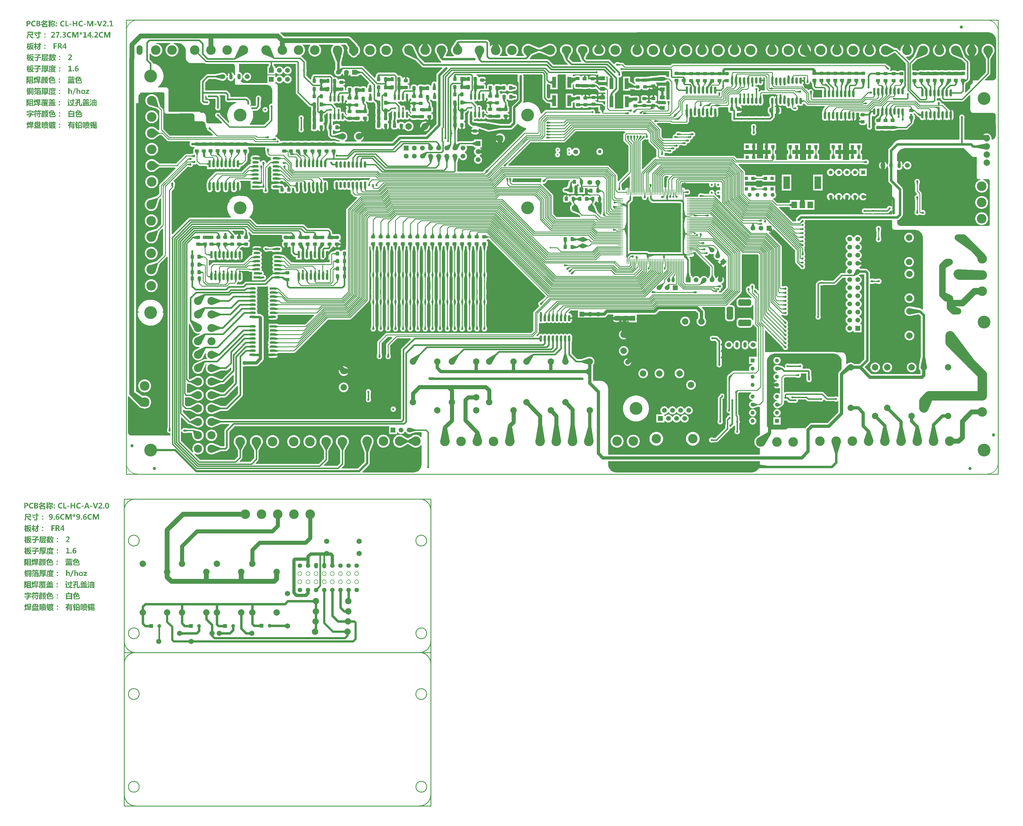
<source format=gbl>
%FSLAX24Y24*%
%MOIN*%
G70*
G01*
G75*
G04 Layer_Physical_Order=2*
G04 Layer_Color=16711680*
%ADD10R,0.0500X0.0500*%
%ADD11C,0.0394*%
G04:AMPARAMS|DCode=12|XSize=40mil|YSize=50mil|CornerRadius=6mil|HoleSize=0mil|Usage=FLASHONLY|Rotation=0.000|XOffset=0mil|YOffset=0mil|HoleType=Round|Shape=RoundedRectangle|*
%AMROUNDEDRECTD12*
21,1,0.0400,0.0380,0,0,0.0*
21,1,0.0280,0.0500,0,0,0.0*
1,1,0.0120,0.0140,-0.0190*
1,1,0.0120,-0.0140,-0.0190*
1,1,0.0120,-0.0140,0.0190*
1,1,0.0120,0.0140,0.0190*
%
%ADD12ROUNDEDRECTD12*%
%ADD13R,0.0472X0.1339*%
%ADD14R,0.0472X0.1339*%
G04:AMPARAMS|DCode=15|XSize=40mil|YSize=50mil|CornerRadius=6mil|HoleSize=0mil|Usage=FLASHONLY|Rotation=270.000|XOffset=0mil|YOffset=0mil|HoleType=Round|Shape=RoundedRectangle|*
%AMROUNDEDRECTD15*
21,1,0.0400,0.0380,0,0,270.0*
21,1,0.0280,0.0500,0,0,270.0*
1,1,0.0120,-0.0190,-0.0140*
1,1,0.0120,-0.0190,0.0140*
1,1,0.0120,0.0190,0.0140*
1,1,0.0120,0.0190,-0.0140*
%
%ADD15ROUNDEDRECTD15*%
%ADD16R,0.0374X0.0354*%
%ADD17R,0.0374X0.0354*%
%ADD18O,0.1575X0.0984*%
G04:AMPARAMS|DCode=19|XSize=98.4mil|YSize=157.5mil|CornerRadius=0mil|HoleSize=0mil|Usage=FLASHONLY|Rotation=270.000|XOffset=0mil|YOffset=0mil|HoleType=Round|Shape=Octagon|*
%AMOCTAGOND19*
4,1,8,0.0787,0.0246,0.0787,-0.0246,0.0541,-0.0492,-0.0541,-0.0492,-0.0787,-0.0246,-0.0787,0.0246,-0.0541,0.0492,0.0541,0.0492,0.0787,0.0246,0.0*
%
%ADD19OCTAGOND19*%

%ADD20O,0.0800X0.0240*%
%ADD21O,0.0240X0.0800*%
%ADD22R,0.0984X0.0591*%
%ADD23R,0.0984X0.0591*%
%ADD24R,0.1339X0.0472*%
%ADD25R,0.1339X0.0472*%
%ADD26R,0.0700X0.1339*%
%ADD27R,0.1339X0.0700*%
%ADD28R,0.0354X0.0374*%
%ADD29R,0.0354X0.0374*%
%ADD30R,0.0500X0.0500*%
%ADD31R,0.0500X0.0600*%
%ADD32R,0.0600X0.0500*%
%ADD33R,0.0866X0.0866*%
%ADD34R,0.0787X0.0787*%
%ADD35R,0.0421X0.0984*%
%ADD36R,0.4252X0.4886*%
%ADD37R,0.0787X0.0276*%
%ADD38R,0.0787X0.1181*%
%ADD39O,0.0800X0.0300*%
%ADD40R,0.0800X0.0300*%
%ADD41R,0.1000X0.1000*%
%ADD42C,0.0400*%
%ADD43C,0.0100*%
%ADD44C,0.0200*%
%ADD45C,0.0300*%
%ADD46C,0.0150*%
%ADD47C,0.0250*%
%ADD48C,0.0500*%
%ADD49C,0.1181*%
%ADD50C,0.0120*%
%ADD51C,0.0180*%
%ADD52C,0.0350*%
%ADD53C,0.0320*%
%ADD54C,0.0600*%
%ADD55C,0.0050*%
%ADD56C,0.0060*%
%ADD57O,0.0400X0.0550*%
%ADD58C,0.1575*%
%ADD59C,0.0500*%
%ADD60R,0.0787X0.1575*%
%ADD61R,0.0650X0.0800*%
%ADD62C,0.1181*%
%ADD63O,0.1181X0.1000*%
%ADD64R,0.0591X0.0591*%
%ADD65C,0.0591*%
%ADD66C,0.0591*%
%ADD67R,0.0591X0.0591*%
%ADD68C,0.0787*%
%ADD69C,0.0600*%
%ADD70P,0.0649X8X202.5*%
%ADD71C,0.0433*%
%ADD72O,0.0400X0.0700*%
%ADD73R,0.0591X0.0591*%
%ADD74R,0.0394X0.0394*%
%ADD75O,0.0750X0.1181*%
%ADD76C,0.0787*%
%ADD77C,0.1000*%
G04:AMPARAMS|DCode=78|XSize=78.7mil|YSize=157.5mil|CornerRadius=19.7mil|HoleSize=0mil|Usage=FLASHONLY|Rotation=180.000|XOffset=0mil|YOffset=0mil|HoleType=Round|Shape=RoundedRectangle|*
%AMROUNDEDRECTD78*
21,1,0.0787,0.1181,0,0,180.0*
21,1,0.0394,0.1575,0,0,180.0*
1,1,0.0394,-0.0197,0.0591*
1,1,0.0394,0.0197,0.0591*
1,1,0.0394,0.0197,-0.0591*
1,1,0.0394,-0.0197,-0.0591*
%
%ADD78ROUNDEDRECTD78*%
G04:AMPARAMS|DCode=79|XSize=157.5mil|YSize=78.7mil|CornerRadius=19.7mil|HoleSize=0mil|Usage=FLASHONLY|Rotation=180.000|XOffset=0mil|YOffset=0mil|HoleType=Round|Shape=RoundedRectangle|*
%AMROUNDEDRECTD79*
21,1,0.1575,0.0394,0,0,180.0*
21,1,0.1181,0.0787,0,0,180.0*
1,1,0.0394,-0.0591,0.0197*
1,1,0.0394,0.0591,0.0197*
1,1,0.0394,0.0591,-0.0197*
1,1,0.0394,-0.0591,-0.0197*
%
%ADD79ROUNDEDRECTD79*%
%ADD80C,0.1161*%
%ADD81P,0.0835X4X180.0*%
%ADD82C,0.0650*%
%ADD83C,0.0630*%
%ADD84C,0.0550*%
%ADD85O,0.0500X0.0700*%
%ADD86R,0.0472X0.0472*%
%ADD87C,0.0472*%
%ADD88C,0.0250*%
%ADD89C,0.0200*%
%ADD90O,0.0300X0.0900*%
%ADD91R,0.0300X0.0900*%
%ADD92O,0.0300X0.0800*%
%ADD93R,0.0300X0.0800*%
%ADD94O,0.0095X0.0700*%
%ADD95O,0.0700X0.0095*%
%ADD96R,0.0700X0.0095*%
%ADD97C,0.0160*%
%ADD98C,0.0800*%
%ADD99C,0.0315*%
G36*
X49729Y146209D02*
X49707Y146156D01*
X49696Y146072D01*
Y145962D01*
X49663Y145919D01*
X49628Y145834D01*
X49616Y145742D01*
Y144783D01*
X49618Y144762D01*
X49618Y144741D01*
X49621Y144728D01*
X49622Y144715D01*
X49626Y144703D01*
X49628Y144691D01*
X49636Y144672D01*
X49641Y144651D01*
X49647Y144640D01*
X49652Y144628D01*
X49658Y144618D01*
X49663Y144606D01*
X49676Y144590D01*
X49686Y144571D01*
X49695Y144562D01*
X49703Y144551D01*
X49712Y144543D01*
X49719Y144533D01*
X49921Y144331D01*
X49994Y144275D01*
X50080Y144240D01*
X50149Y144230D01*
X50171Y144213D01*
X50190Y144206D01*
Y144106D01*
X50171Y144098D01*
X50116Y144056D01*
X50075Y144002D01*
X50049Y143938D01*
X50040Y143871D01*
Y143591D01*
X50049Y143523D01*
X50075Y143459D01*
X50116Y143405D01*
X50171Y143363D01*
X50234Y143337D01*
X50302Y143328D01*
X50682D01*
X50750Y143337D01*
X50813Y143363D01*
X50867Y143405D01*
X50909Y143459D01*
X50935Y143523D01*
X50944Y143591D01*
Y143871D01*
X50935Y143938D01*
X50915Y143988D01*
X50973Y144051D01*
X50986Y144060D01*
X51500Y143889D01*
X51933Y143723D01*
X51936Y143721D01*
X51942Y143719D01*
X51970Y143709D01*
X52004Y143700D01*
X52048Y143687D01*
X52165Y143676D01*
X52209Y143680D01*
X52244Y143681D01*
X52275Y143686D01*
X52281Y143687D01*
X52285Y143688D01*
X53651Y143919D01*
X54884D01*
X54976Y143931D01*
X55061Y143966D01*
X55134Y144023D01*
X55134Y144023D01*
X55134Y144023D01*
X55648Y144537D01*
X55704Y144610D01*
X55704Y144610D01*
X55803Y144625D01*
X55854Y144565D01*
X56045Y144402D01*
X56260Y144271D01*
X56492Y144174D01*
X56737Y144116D01*
X56777Y144113D01*
X56812Y144019D01*
X52122Y139329D01*
X51752Y139061D01*
X51733Y139040D01*
X51719Y139029D01*
X51706Y139013D01*
X51685Y138992D01*
X51513Y138747D01*
X48362D01*
X48296Y138822D01*
X48296Y138823D01*
Y139844D01*
X48470Y140415D01*
X48570Y140419D01*
X48586Y140381D01*
X48665Y140278D01*
X48769Y140198D01*
X48889Y140148D01*
X49019Y140131D01*
X49148Y140148D01*
X49268Y140198D01*
X49372Y140278D01*
X49451Y140381D01*
X49501Y140502D01*
X49518Y140631D01*
X49501Y140760D01*
X49451Y140881D01*
X49372Y140984D01*
X49268Y141064D01*
X49226Y141081D01*
Y141181D01*
X49268Y141198D01*
X49372Y141278D01*
X49451Y141381D01*
X49501Y141502D01*
X49518Y141631D01*
X49501Y141760D01*
X49451Y141881D01*
X49473Y141925D01*
X50076D01*
X50367Y141836D01*
Y141708D01*
X50551D01*
X50583Y141613D01*
X50509Y141556D01*
X50429Y141453D01*
X50380Y141333D01*
X50363Y141203D01*
X50380Y141074D01*
X50429Y140953D01*
X50509Y140850D01*
X50612Y140771D01*
X50654Y140753D01*
Y140653D01*
X50612Y140636D01*
X50509Y140556D01*
X50429Y140453D01*
X50380Y140333D01*
X50363Y140203D01*
X50380Y140074D01*
X50429Y139953D01*
X50509Y139850D01*
X50612Y139771D01*
X50733Y139721D01*
X50862Y139704D01*
X50991Y139721D01*
X51112Y139771D01*
X51215Y139850D01*
X51295Y139953D01*
X51345Y140074D01*
X51362Y140203D01*
X51345Y140333D01*
X51295Y140453D01*
X51215Y140556D01*
X51112Y140636D01*
X51070Y140653D01*
Y140753D01*
X51112Y140771D01*
X51215Y140850D01*
X51295Y140953D01*
X51345Y141074D01*
X51362Y141203D01*
X51345Y141333D01*
X51295Y141453D01*
X51215Y141556D01*
X51141Y141613D01*
X51173Y141708D01*
X51357D01*
Y142698D01*
X50367D01*
Y142569D01*
X50075Y142479D01*
X48590D01*
X48588Y142479D01*
X48586Y142479D01*
X48554Y142475D01*
X48521Y142471D01*
X48520Y142470D01*
X48518Y142470D01*
X48516Y142469D01*
X48515Y142469D01*
X48485Y142456D01*
X48454Y142444D01*
X48382Y142404D01*
X48296Y142454D01*
Y143706D01*
X48372Y144093D01*
X48386Y144112D01*
X48394Y144131D01*
X48494D01*
X48502Y144112D01*
X48543Y144057D01*
X48598Y144016D01*
X48661Y143989D01*
X48729Y143981D01*
X49009D01*
X49076Y143989D01*
X49140Y144016D01*
X49194Y144057D01*
X49236Y144112D01*
X49262Y144175D01*
X49271Y144243D01*
Y144623D01*
X49262Y144691D01*
X49236Y144754D01*
X49194Y144808D01*
X49140Y144850D01*
X49136Y144852D01*
Y144952D01*
X49140Y144953D01*
X49194Y144995D01*
X49236Y145049D01*
X49262Y145113D01*
X49271Y145180D01*
Y145560D01*
X49262Y145628D01*
X49246Y145667D01*
X49260Y145991D01*
X49360Y146022D01*
X49381Y146032D01*
X49403Y146040D01*
X49408Y146044D01*
X49414Y146046D01*
X49419Y146050D01*
X49425Y146053D01*
X49443Y146068D01*
X49462Y146082D01*
X49466Y146087D01*
X49471Y146091D01*
X49646Y146265D01*
X49729Y146209D01*
D02*
G37*
G36*
X69009Y143610D02*
X69010Y143607D01*
X68848Y143445D01*
X68792Y143362D01*
X68773Y143265D01*
Y142642D01*
X68773Y142642D01*
X68773D01*
X68792Y142545D01*
X68848Y142462D01*
X69395Y141914D01*
Y138790D01*
X68155Y137550D01*
X68063Y137588D01*
Y138260D01*
X68044Y138358D01*
X67988Y138441D01*
X67008Y139421D01*
X66926Y139476D01*
X66828Y139495D01*
X54649D01*
X54604Y139584D01*
X54663Y139667D01*
X57368Y142371D01*
X57386Y142359D01*
X57484Y142339D01*
X61437D01*
X61534Y142359D01*
X61617Y142414D01*
X62902Y143700D01*
X68949D01*
X69009Y143610D01*
D02*
G37*
G36*
X34610Y147532D02*
X34652Y147478D01*
X34706Y147436D01*
X34725Y147429D01*
Y147329D01*
X34706Y147321D01*
X34652Y147279D01*
X34610Y147225D01*
X34584Y147161D01*
X34575Y147094D01*
Y146814D01*
X34584Y146746D01*
X34610Y146682D01*
X34652Y146628D01*
X34678Y146608D01*
Y146508D01*
X34652Y146487D01*
X34610Y146433D01*
X34584Y146370D01*
X34575Y146302D01*
Y146022D01*
X34584Y145954D01*
X34610Y145891D01*
X34652Y145837D01*
X34706Y145795D01*
X34725Y145787D01*
Y145687D01*
X34706Y145679D01*
X34685Y145663D01*
X34615Y145733D01*
X34615Y145733D01*
X34615Y145733D01*
X34600Y145744D01*
X34558Y145777D01*
X34558Y145777D01*
X34558Y145777D01*
X34529Y145789D01*
X34500Y145801D01*
Y145817D01*
X34489Y145900D01*
X34457Y145978D01*
X34406Y146045D01*
X34339Y146096D01*
X34261Y146129D01*
X34177Y146140D01*
X34094Y146129D01*
X34038Y146105D01*
X33955Y146161D01*
Y146198D01*
X33979Y146257D01*
X33990Y146341D01*
X33979Y146426D01*
X33946Y146505D01*
X33894Y146573D01*
X33826Y146625D01*
X33747Y146658D01*
X33662Y146669D01*
X33577Y146658D01*
X33498Y146625D01*
X33445Y146627D01*
D01*
X33418Y146694D01*
X33374Y146752D01*
X33073Y147052D01*
X33117Y147142D01*
X33177Y147134D01*
X33261Y147145D01*
X33339Y147177D01*
X33406Y147229D01*
X33449D01*
X33516Y147177D01*
X33594Y147145D01*
X33677Y147134D01*
X33761Y147145D01*
X33839Y147177D01*
X33906Y147229D01*
X33949D01*
X34016Y147177D01*
X34094Y147145D01*
X34177Y147134D01*
X34261Y147145D01*
X34339Y147177D01*
X34406Y147229D01*
X34457Y147295D01*
X34489Y147373D01*
X34500Y147457D01*
Y147542D01*
X34598Y147562D01*
X34610Y147532D01*
D02*
G37*
G36*
X45138Y147583D02*
X45180Y147529D01*
X45234Y147487D01*
X45298Y147461D01*
X45365Y147452D01*
X45645D01*
X45662Y147454D01*
X45737Y147388D01*
Y144612D01*
X44393Y143267D01*
X41246D01*
X41155Y143255D01*
X41070Y143220D01*
X40997Y143164D01*
X40277Y142444D01*
X36475D01*
X36450Y142541D01*
X36506Y142571D01*
X36596Y142645D01*
X36670Y142735D01*
X36726Y142838D01*
X36759Y142950D01*
X36771Y143067D01*
X36759Y143183D01*
X36726Y143295D01*
X36670Y143398D01*
X36596Y143488D01*
X36506Y143563D01*
X36403Y143618D01*
X36291Y143652D01*
X36174Y143663D01*
X36058Y143652D01*
X35946Y143618D01*
X35843Y143563D01*
X35753Y143488D01*
X35678Y143398D01*
X35623Y143295D01*
X35589Y143183D01*
X35578Y143067D01*
X35589Y142950D01*
X35623Y142838D01*
X35678Y142735D01*
X35753Y142645D01*
X35843Y142571D01*
X35898Y142541D01*
X35874Y142444D01*
X34475D01*
X34450Y142541D01*
X34506Y142571D01*
X34596Y142645D01*
X34670Y142735D01*
X34726Y142838D01*
X34759Y142950D01*
X34771Y143067D01*
X34759Y143183D01*
X34726Y143295D01*
X34670Y143398D01*
X34596Y143488D01*
X34506Y143563D01*
X34403Y143618D01*
X34291Y143652D01*
X34174Y143663D01*
X34129Y143659D01*
X34120Y143659D01*
X34097Y143656D01*
X34058Y143652D01*
X33946Y143618D01*
X33943Y143616D01*
X33135Y143369D01*
X32987D01*
X32980Y143376D01*
Y143837D01*
X32995Y143856D01*
X33002Y143875D01*
X33102D01*
X33110Y143856D01*
X33152Y143802D01*
X33206Y143760D01*
X33270Y143734D01*
X33337Y143725D01*
X33617D01*
X33685Y143734D01*
X33749Y143760D01*
X33803Y143802D01*
X33845Y143856D01*
X33871Y143919D01*
X33880Y143987D01*
Y144367D01*
X33871Y144435D01*
X33845Y144498D01*
X33803Y144553D01*
X33749Y144594D01*
X33685Y144620D01*
X33617Y144629D01*
X33337D01*
X33270Y144620D01*
X33206Y144594D01*
X33152Y144553D01*
X33110Y144498D01*
X33102Y144479D01*
X33002D01*
X32995Y144498D01*
X32980Y144517D01*
X32980Y144518D01*
Y144902D01*
X33063Y144958D01*
X33094Y144945D01*
X33177Y144934D01*
X33261Y144945D01*
X33339Y144977D01*
X33406Y145029D01*
X33449D01*
X33516Y144977D01*
X33594Y144945D01*
X33677Y144934D01*
X33761Y144945D01*
X33839Y144977D01*
X33906Y145029D01*
X33949D01*
X34016Y144977D01*
X34094Y144945D01*
X34177Y144934D01*
X34261Y144945D01*
X34339Y144977D01*
X34406Y145029D01*
X34413Y145039D01*
X34467Y145090D01*
X34505Y145072D01*
D01*
Y145072D01*
X34505D01*
Y145072D01*
X34505Y145072D01*
Y145072D01*
X34505Y145072D01*
X34505Y145072D01*
D01*
X34520Y145066D01*
X34533Y145058D01*
X34538Y145056D01*
X34542Y145054D01*
X34626Y145021D01*
X34652Y144987D01*
X34706Y144945D01*
X34770Y144919D01*
X34837Y144910D01*
X35217D01*
X35285Y144919D01*
X35349Y144945D01*
X35358Y144952D01*
X35755Y144925D01*
X35770Y144919D01*
X35837Y144910D01*
X36217D01*
X36285Y144919D01*
X36349Y144945D01*
X36403Y144987D01*
X36427Y145019D01*
X36527D01*
X36552Y144987D01*
X36606Y144945D01*
X36670Y144919D01*
X36737Y144910D01*
X37117D01*
X37185Y144919D01*
X37249Y144945D01*
X37303Y144987D01*
X37345Y145041D01*
X37371Y145104D01*
X37380Y145172D01*
Y145452D01*
X37371Y145520D01*
X37345Y145583D01*
X37303Y145637D01*
X37249Y145679D01*
X37185Y145705D01*
X37117Y145714D01*
Y145760D01*
X37185Y145769D01*
X37249Y145795D01*
X37303Y145837D01*
X37345Y145891D01*
X37371Y145954D01*
X37380Y146022D01*
Y146302D01*
X37371Y146370D01*
X37345Y146433D01*
X37303Y146487D01*
X37268Y146514D01*
X37205Y146839D01*
Y146954D01*
X37199Y146994D01*
X37195Y147025D01*
X37195Y147025D01*
X37195Y147025D01*
X37183Y147055D01*
X37168Y147092D01*
X37168Y147092D01*
X37168Y147092D01*
X37154Y147110D01*
X37124Y147150D01*
X37030Y147243D01*
X37052Y147328D01*
X37088Y147374D01*
X37096Y147393D01*
X37196D01*
X37204Y147374D01*
X37246Y147320D01*
X37300Y147278D01*
X37363Y147252D01*
X37431Y147243D01*
X37711D01*
X37779Y147252D01*
X37842Y147278D01*
X37897Y147320D01*
X37973Y147325D01*
X38198Y147100D01*
X38198Y147100D01*
X38198Y147100D01*
X38209Y147089D01*
Y147020D01*
X38218Y146952D01*
X38222Y146943D01*
X38246Y146562D01*
X38244Y146561D01*
X38218Y146497D01*
X38209Y146430D01*
Y146050D01*
X38218Y145982D01*
X38219Y145981D01*
X38234Y145620D01*
X38218Y145581D01*
X38209Y145513D01*
Y145133D01*
X38218Y145065D01*
X38237Y145021D01*
X38219Y144646D01*
X38218Y144644D01*
X38209Y144576D01*
Y144196D01*
X38218Y144128D01*
X38244Y144065D01*
X38286Y144010D01*
X38340Y143969D01*
X38404Y143942D01*
X38472Y143933D01*
X38752D01*
X38819Y143942D01*
X38883Y143969D01*
X38937Y144010D01*
X38979Y144065D01*
X38987Y144084D01*
X39087D01*
X39094Y144065D01*
X39136Y144010D01*
X39190Y143969D01*
X39254Y143942D01*
X39322Y143933D01*
X39602D01*
X39669Y143942D01*
X39733Y143969D01*
X39787Y144010D01*
X39829Y144065D01*
X39855Y144128D01*
X39864Y144196D01*
Y144576D01*
X39855Y144644D01*
X39829Y144707D01*
X39787Y144761D01*
X39733Y144803D01*
X39728Y144805D01*
Y144905D01*
X39733Y144906D01*
X39787Y144948D01*
X39829Y145002D01*
X39855Y145065D01*
X39864Y145133D01*
Y145513D01*
X39855Y145581D01*
X39839Y145620D01*
X39853Y145944D01*
X39952Y145975D01*
X39974Y145985D01*
X39995Y145993D01*
X40001Y145997D01*
X40007Y145999D01*
X40007Y145999D01*
X40007Y145999D01*
X40012Y146003D01*
X40018Y146006D01*
X40036Y146021D01*
X40055Y146034D01*
X40059Y146039D01*
X40064Y146043D01*
X40064Y146043D01*
X40064Y146043D01*
X40239Y146218D01*
X40322Y146162D01*
X40300Y146109D01*
X40289Y146025D01*
Y145730D01*
X40284Y145695D01*
Y145535D01*
X40243Y145133D01*
X40217Y145100D01*
X40185Y145021D01*
X40174Y144936D01*
X40185Y144851D01*
X40204Y144804D01*
X40190Y144696D01*
X40168Y144644D01*
X40159Y144576D01*
Y144196D01*
X40168Y144128D01*
X40194Y144065D01*
X40236Y144010D01*
X40290Y143969D01*
X40354Y143942D01*
X40422Y143933D01*
X40702D01*
X40769Y143942D01*
X40833Y143969D01*
X40887Y144010D01*
X40929Y144065D01*
X40937Y144084D01*
X41037D01*
X41044Y144065D01*
X41086Y144010D01*
X41140Y143969D01*
X41204Y143942D01*
X41272Y143933D01*
X41552D01*
X41619Y143942D01*
X41683Y143969D01*
X41737Y144010D01*
D01*
D01*
X41737D01*
D01*
X41828Y143987D01*
X41902Y143897D01*
X41992Y143823D01*
X42095Y143768D01*
X42207Y143734D01*
X42324Y143722D01*
X42440Y143734D01*
X42552Y143768D01*
X42655Y143823D01*
X42746Y143897D01*
X42820Y143987D01*
X42875Y144091D01*
X42909Y144202D01*
X42920Y144319D01*
X42909Y144435D01*
X42875Y144547D01*
X42820Y144650D01*
X42746Y144741D01*
X42655Y144815D01*
X42552Y144870D01*
X42440Y144904D01*
X42324Y144915D01*
X42207Y144904D01*
X42095Y144870D01*
X41992Y144815D01*
X41902Y144741D01*
X41876Y144709D01*
X41776Y144710D01*
X41737Y144761D01*
X41683Y144803D01*
X41619Y144829D01*
X41552Y144838D01*
X41272D01*
X41204Y144829D01*
X41140Y144803D01*
X41086Y144761D01*
X41044Y144707D01*
X41037Y144688D01*
X40937D01*
X40929Y144707D01*
X40914Y144725D01*
X40853Y145041D01*
X40855Y145061D01*
X40950Y145186D01*
X41028Y145154D01*
X41112Y145143D01*
X41195Y145154D01*
X41273Y145186D01*
X41340Y145237D01*
X41383D01*
X41450Y145186D01*
X41528Y145154D01*
X41612Y145143D01*
X41695Y145154D01*
X41773Y145186D01*
X41840Y145237D01*
X41883D01*
X41950Y145186D01*
X42028Y145154D01*
X42112Y145143D01*
X42195Y145154D01*
X42273Y145186D01*
X42340Y145237D01*
X42347Y145247D01*
X42401Y145299D01*
X42439Y145280D01*
X42439Y145280D01*
D01*
X42454Y145274D01*
X42468Y145266D01*
X42472Y145265D01*
X42476Y145263D01*
X42560Y145229D01*
X42586Y145195D01*
X42640Y145154D01*
X42704Y145127D01*
X42772Y145118D01*
X43152D01*
X43219Y145127D01*
X43283Y145154D01*
X43292Y145161D01*
X43690Y145133D01*
X43704Y145127D01*
X43772Y145118D01*
X44152D01*
X44219Y145127D01*
X44283Y145154D01*
X44337Y145195D01*
X44362Y145227D01*
X44462D01*
X44486Y145195D01*
X44540Y145154D01*
X44604Y145127D01*
X44672Y145118D01*
X45052D01*
X45119Y145127D01*
X45183Y145154D01*
X45237Y145195D01*
X45279Y145250D01*
X45305Y145313D01*
X45314Y145381D01*
Y145661D01*
X45305Y145729D01*
X45279Y145792D01*
X45237Y145846D01*
X45183Y145888D01*
X45119Y145914D01*
X45052Y145923D01*
Y145968D01*
X45119Y145977D01*
X45183Y146004D01*
X45237Y146045D01*
X45279Y146100D01*
X45305Y146163D01*
X45314Y146231D01*
Y146511D01*
X45305Y146579D01*
X45279Y146642D01*
X45237Y146696D01*
X45202Y146723D01*
X45139Y147047D01*
Y147162D01*
X45134Y147203D01*
X45129Y147234D01*
X45129Y147234D01*
X45129Y147234D01*
X45117Y147264D01*
X45102Y147301D01*
X45102Y147301D01*
X45102Y147301D01*
X45088Y147319D01*
X45058Y147358D01*
X44964Y147452D01*
X44987Y147536D01*
X45023Y147583D01*
X45030Y147602D01*
X45130D01*
X45138Y147583D01*
D02*
G37*
G36*
X103506Y141630D02*
Y141630D01*
X103567D01*
X110739Y141632D01*
X111707Y140665D01*
X111780Y140609D01*
X111865Y140574D01*
X111956Y140562D01*
X112240D01*
X112354Y140540D01*
X112351Y137993D01*
X112365Y137924D01*
X112404Y137865D01*
X112463Y137826D01*
X112532Y137812D01*
Y137816D01*
X112760Y137817D01*
X112775Y137718D01*
X112649Y137679D01*
X112511Y137606D01*
X112391Y137507D01*
X112292Y137387D01*
X112219Y137250D01*
X112174Y137101D01*
X112158Y136946D01*
X112174Y136791D01*
X112219Y136642D01*
X112292Y136504D01*
X112391Y136384D01*
X112511Y136285D01*
X112649Y136212D01*
X112798Y136166D01*
X112953Y136151D01*
X113108Y136166D01*
X113257Y136212D01*
X113394Y136285D01*
X113514Y136384D01*
X113613Y136504D01*
X113687Y136642D01*
X113732Y136791D01*
X113747Y136946D01*
X113732Y137101D01*
X113687Y137250D01*
X113613Y137387D01*
X113514Y137507D01*
X113394Y137606D01*
X113257Y137679D01*
X113127Y137719D01*
X113141Y137818D01*
X113739Y137820D01*
X113816Y137804D01*
X113882Y137761D01*
X113926Y137695D01*
X113940Y137621D01*
X113937Y137618D01*
X113937D01*
X113940Y132318D01*
X113931Y132249D01*
X113904Y132184D01*
X113861Y132129D01*
X113806Y132086D01*
X113741Y132059D01*
X113674Y132051D01*
X113672Y132053D01*
Y132053D01*
X113023Y132052D01*
X112965Y132111D01*
X112963Y132152D01*
X112963D01*
X112963Y132152D01*
X113108Y132166D01*
X113257Y132212D01*
X113394Y132285D01*
X113514Y132384D01*
X113613Y132504D01*
X113687Y132642D01*
X113732Y132791D01*
X113747Y132946D01*
X113732Y133101D01*
X113687Y133250D01*
X113613Y133387D01*
X113514Y133507D01*
X113394Y133606D01*
X113257Y133679D01*
X113108Y133725D01*
X112953Y133740D01*
X112798Y133725D01*
X112649Y133679D01*
X112511Y133606D01*
X112391Y133507D01*
X112292Y133387D01*
X112219Y133250D01*
X112174Y133101D01*
X112158Y132946D01*
X112174Y132791D01*
X112219Y132642D01*
X112292Y132504D01*
X112391Y132384D01*
X112511Y132285D01*
X112649Y132212D01*
X112798Y132166D01*
X112942Y132152D01*
X112940Y132111D01*
X112882Y132052D01*
X102984Y132049D01*
X102866Y132064D01*
X102755Y132110D01*
X102660Y132183D01*
X102588Y132277D01*
X102542Y132388D01*
X102527Y132502D01*
X102530Y132506D01*
X102530D01*
X102529Y132739D01*
X102557Y132767D01*
X102649Y132779D01*
X102734Y132814D01*
X102807Y132870D01*
X103131Y133194D01*
X103187Y133267D01*
X103223Y133353D01*
X103235Y133444D01*
X103235Y133444D01*
X103235Y133444D01*
Y133444D01*
Y136562D01*
X103223Y136653D01*
X103187Y136739D01*
X103131Y136812D01*
X102513Y137430D01*
X102508Y138942D01*
X102591Y138998D01*
X102679Y138961D01*
X102783Y138947D01*
X102888Y138961D01*
X102985Y139001D01*
X103069Y139065D01*
X103133Y139149D01*
X103173Y139246D01*
X103187Y139351D01*
Y139437D01*
X103287Y139443D01*
X103296Y139370D01*
X103347Y139249D01*
X103427Y139144D01*
X103531Y139064D01*
X103653Y139014D01*
X103783Y138996D01*
X103914Y139014D01*
X104036Y139064D01*
X104140Y139144D01*
X104220Y139249D01*
X104271Y139370D01*
X104288Y139501D01*
X104271Y139631D01*
X104220Y139753D01*
X104140Y139857D01*
X104036Y139937D01*
X103914Y139988D01*
X103783Y140005D01*
X103653Y139988D01*
X103531Y139937D01*
X103427Y139857D01*
X103347Y139753D01*
X103296Y139631D01*
X103287Y139558D01*
X103187Y139565D01*
Y139651D01*
X103173Y139755D01*
X103133Y139852D01*
X103069Y139936D01*
X102985Y140000D01*
X102888Y140040D01*
X102783Y140054D01*
X102679Y140040D01*
X102587Y140002D01*
X102503Y140058D01*
X102501Y140630D01*
X102520Y140826D01*
X102578Y141014D01*
X102671Y141188D01*
X102795Y141340D01*
X102948Y141465D01*
X103121Y141558D01*
X103310Y141615D01*
X103501Y141634D01*
X103506Y141630D01*
D02*
G37*
G36*
X58720Y137831D02*
X58727Y137811D01*
X58720Y137806D01*
X58700Y137779D01*
X58686Y137764D01*
X58684Y137759D01*
X58668Y137738D01*
X58635Y137659D01*
X58624Y137574D01*
X58635Y137492D01*
X58562Y137423D01*
X58476Y137440D01*
X55153D01*
X55080Y137513D01*
X55132Y137802D01*
X55131Y137833D01*
X55134Y137854D01*
X55130Y137882D01*
X55130Y137902D01*
X55132Y137906D01*
X58639D01*
X58720Y137831D01*
D02*
G37*
G36*
X24690Y141648D02*
X24681Y141637D01*
X24649Y141558D01*
X24645Y141529D01*
X24642Y141521D01*
X24641Y141502D01*
X24638Y141473D01*
X24640Y141452D01*
X24640Y141422D01*
X24710Y141026D01*
Y140967D01*
X24710Y140967D01*
X24710D01*
X24730Y140869D01*
X24785Y140786D01*
X24985Y140587D01*
X25068Y140531D01*
X25165Y140512D01*
X25265D01*
X25331Y140437D01*
X25324Y140384D01*
X25336Y140292D01*
X25357Y140241D01*
X25313Y140151D01*
X25235Y140129D01*
X25220Y140122D01*
X25204Y140119D01*
X25204Y140119D01*
X25204D01*
X25191Y140110D01*
X25176Y140105D01*
X25162Y140093D01*
X25146Y140085D01*
X25135Y140073D01*
X25122Y140064D01*
X24866Y139808D01*
X24756Y139806D01*
X24740Y139826D01*
X24736Y139855D01*
X24736Y139874D01*
X24732Y139881D01*
X24729Y139911D01*
X24696Y139990D01*
X24644Y140058D01*
X24576Y140110D01*
X24497Y140143D01*
X24412Y140154D01*
X24327Y140143D01*
X24248Y140110D01*
X24180Y140058D01*
X24128Y139990D01*
X24128Y139989D01*
X24018Y139975D01*
X23983Y140060D01*
X23927Y140133D01*
Y140134D01*
X23983Y140207D01*
X24018Y140292D01*
X24030Y140384D01*
X24018Y140475D01*
X23983Y140560D01*
X23927Y140633D01*
X23853Y140689D01*
X23768Y140725D01*
X23677Y140737D01*
X23177D01*
X23086Y140725D01*
X23000Y140689D01*
X22927Y140633D01*
X22871Y140560D01*
X22836Y140475D01*
X22824Y140384D01*
X22836Y140292D01*
X22871Y140207D01*
X22927Y140134D01*
Y140133D01*
X22871Y140060D01*
X22836Y139975D01*
X22824Y139884D01*
X22836Y139792D01*
X22853Y139751D01*
X22807Y139662D01*
X22675Y139632D01*
X22655Y139623D01*
X22634Y139619D01*
X22616Y139607D01*
X22596Y139600D01*
X22591Y139594D01*
X22584Y139591D01*
X22569Y139576D01*
X22552Y139564D01*
X21726Y138738D01*
X18635D01*
X18576Y138727D01*
X18537Y138719D01*
X18537Y138719D01*
X18537D01*
X18487Y138686D01*
X18454Y138664D01*
X17597Y137807D01*
X17597Y137807D01*
X17597Y137807D01*
X17591Y137798D01*
X17583Y137791D01*
X17569Y137766D01*
X17551Y137744D01*
X17548Y137733D01*
X17542Y137724D01*
Y137724D01*
X17542Y137724D01*
X17540Y137713D01*
X17535Y137704D01*
X17436Y137393D01*
X17431Y137347D01*
X17425Y137300D01*
Y136700D01*
X17431Y136650D01*
X17430Y136631D01*
X17456Y136466D01*
X17460Y136456D01*
X17461Y136449D01*
X17475Y136415D01*
X17490Y136373D01*
X17496Y136367D01*
X17546Y136302D01*
X17614Y136250D01*
X17693Y136217D01*
X17778Y136206D01*
X17862Y136217D01*
X17941Y136250D01*
X18009Y136302D01*
X18060Y136367D01*
X18065Y136373D01*
X18065Y136373D01*
Y136373D01*
X18101Y136395D01*
Y136395D01*
D01*
X18186Y136359D01*
X18278Y136347D01*
X18369Y136359D01*
X18454Y136395D01*
X18454Y136395D01*
Y136395D01*
X18490Y136370D01*
X18542Y136302D01*
X18610Y136250D01*
X18689Y136217D01*
X18774Y136206D01*
X18859Y136217D01*
X18938Y136250D01*
X19006Y136302D01*
X19047Y136355D01*
X19057Y136366D01*
X19057Y136366D01*
Y136366D01*
X19101Y136395D01*
Y136395D01*
X19101Y136395D01*
X19186Y136359D01*
X19278Y136347D01*
X19369Y136359D01*
X19454Y136395D01*
X19454Y136395D01*
Y136395D01*
X19490Y136370D01*
X19542Y136302D01*
X19610Y136250D01*
X19689Y136217D01*
X19774Y136206D01*
X19859Y136217D01*
X19938Y136250D01*
X20006Y136302D01*
X20047Y136355D01*
X20057Y136366D01*
X20057Y136366D01*
Y136366D01*
X20101Y136395D01*
Y136395D01*
X20101Y136395D01*
X20186Y136359D01*
X20278Y136347D01*
X20369Y136359D01*
X20454Y136395D01*
X20454Y136395D01*
Y136395D01*
X20490Y136370D01*
X20542Y136302D01*
X20610Y136250D01*
X20689Y136217D01*
X20774Y136206D01*
X20859Y136217D01*
X20938Y136250D01*
X21006Y136302D01*
X21047Y136355D01*
X21057Y136366D01*
X21057Y136366D01*
Y136366D01*
X21101Y136395D01*
Y136395D01*
X21101Y136395D01*
X21186Y136359D01*
X21278Y136347D01*
X21369Y136359D01*
X21454Y136395D01*
X21527Y136451D01*
X21583Y136524D01*
X21619Y136609D01*
X21631Y136700D01*
Y137300D01*
X21619Y137392D01*
X21583Y137477D01*
X21527Y137550D01*
X21454Y137606D01*
X21459Y137629D01*
X22698D01*
X22807Y137604D01*
X22853Y137515D01*
X22836Y137475D01*
X22824Y137384D01*
X22836Y137292D01*
X22847Y137264D01*
X22827Y137234D01*
X22827D01*
Y136534D01*
X23643D01*
X23645Y136533D01*
X23668Y136534D01*
X24027D01*
Y136539D01*
X24104Y136603D01*
X24359Y136557D01*
X24379Y136535D01*
X24361Y136435D01*
X24362Y136405D01*
X24359Y136384D01*
X24363Y136355D01*
X24363Y136336D01*
X24366Y136328D01*
X24370Y136299D01*
X24403Y136220D01*
X24455Y136152D01*
X24523Y136100D01*
X24602Y136067D01*
X24687Y136056D01*
X24772Y136067D01*
X24851Y136100D01*
X24919Y136152D01*
X24971Y136220D01*
X25004Y136299D01*
X25007Y136328D01*
X25011Y136336D01*
X25011Y136355D01*
X25015Y136384D01*
X25012Y136405D01*
X25013Y136435D01*
X24942Y136831D01*
Y139163D01*
X25238Y139460D01*
X25328Y139415D01*
X25324Y139384D01*
X25336Y139292D01*
X25371Y139207D01*
X25427Y139134D01*
Y139133D01*
X25371Y139060D01*
X25336Y138975D01*
X25324Y138884D01*
X25336Y138792D01*
X25371Y138707D01*
X25427Y138634D01*
Y138633D01*
X25371Y138560D01*
X25336Y138475D01*
X25324Y138384D01*
X25336Y138292D01*
X25371Y138207D01*
X25427Y138134D01*
Y138133D01*
X25371Y138060D01*
X25336Y137975D01*
X25324Y137884D01*
X25336Y137792D01*
X25371Y137707D01*
X25427Y137634D01*
Y137633D01*
X25371Y137560D01*
X25336Y137475D01*
X25324Y137384D01*
X25336Y137292D01*
X25371Y137207D01*
X25427Y137134D01*
Y137133D01*
X25371Y137060D01*
X25336Y136975D01*
X25324Y136884D01*
X25336Y136792D01*
X25371Y136707D01*
X25427Y136634D01*
X25500Y136578D01*
X25586Y136543D01*
X25677Y136531D01*
X26177D01*
X26218Y136536D01*
X26293Y136470D01*
Y136325D01*
X26302Y136258D01*
X26328Y136194D01*
X26370Y136140D01*
X26424Y136098D01*
X26488Y136072D01*
X26556Y136063D01*
X26836D01*
X26903Y136072D01*
X26967Y136098D01*
X27021Y136140D01*
X27063Y136194D01*
X27071Y136213D01*
X27171D01*
X27178Y136194D01*
X27220Y136140D01*
X27274Y136098D01*
X27338Y136072D01*
X27406Y136063D01*
X27686D01*
X27753Y136072D01*
X27817Y136098D01*
X27871Y136140D01*
X27913Y136194D01*
X27939Y136258D01*
X27948Y136325D01*
Y136705D01*
X27983Y136745D01*
X28049D01*
X28175Y136717D01*
Y136700D01*
X28179Y136665D01*
X28178Y136654D01*
X28183Y136634D01*
X28184Y136614D01*
X28255Y136302D01*
X28272Y136263D01*
X28290Y136220D01*
X28293Y136215D01*
X28295Y136211D01*
X28300Y136207D01*
X28342Y136152D01*
X28410Y136100D01*
X28489Y136067D01*
X28574Y136056D01*
X28659Y136067D01*
X28738Y136100D01*
X28806Y136152D01*
X28858Y136220D01*
X28890Y136298D01*
X28890Y136298D01*
X28890Y136298D01*
X28890Y136299D01*
X28894Y136328D01*
X28897Y136336D01*
D01*
X28912Y136357D01*
X28936Y136359D01*
D01*
X29028Y136347D01*
X29119Y136359D01*
X29159Y136376D01*
X29248Y136330D01*
X29255Y136302D01*
X29272Y136263D01*
X29290Y136220D01*
X29293Y136215D01*
X29295Y136211D01*
X29300Y136207D01*
X29342Y136152D01*
X29410Y136100D01*
X29489Y136067D01*
X29574Y136056D01*
X29659Y136067D01*
X29738Y136100D01*
X29806Y136152D01*
X29858Y136220D01*
X29890Y136298D01*
X29890Y136298D01*
X29890Y136298D01*
X29890Y136299D01*
X29894Y136328D01*
X29897Y136336D01*
D01*
X29912Y136357D01*
X29936Y136359D01*
D01*
X30028Y136347D01*
X30119Y136359D01*
X30159Y136376D01*
X30248Y136330D01*
X30255Y136302D01*
X30272Y136263D01*
X30290Y136220D01*
X30293Y136215D01*
X30295Y136211D01*
X30300Y136207D01*
X30342Y136152D01*
X30410Y136100D01*
X30489Y136067D01*
X30574Y136056D01*
X30659Y136067D01*
X30738Y136100D01*
X30806Y136152D01*
X30858Y136220D01*
X30890Y136298D01*
X30890Y136298D01*
X30890Y136298D01*
X30890Y136299D01*
X30894Y136328D01*
X30897Y136336D01*
D01*
X30912Y136357D01*
X30936Y136359D01*
D01*
X31028Y136347D01*
X31119Y136359D01*
X31159Y136376D01*
X31248Y136330D01*
X31255Y136302D01*
X31272Y136263D01*
X31290Y136220D01*
X31293Y136215D01*
X31295Y136211D01*
X31300Y136207D01*
X31342Y136152D01*
X31410Y136100D01*
X31489Y136067D01*
X31574Y136056D01*
X31659Y136067D01*
X31738Y136100D01*
X31806Y136152D01*
X31858Y136220D01*
X31890Y136298D01*
X31890Y136298D01*
X31890Y136298D01*
X31890Y136299D01*
X31894Y136328D01*
X31897Y136336D01*
D01*
X31912Y136357D01*
X31936Y136359D01*
D01*
X32028Y136347D01*
X32119Y136359D01*
X32204Y136395D01*
X32277Y136451D01*
X32333Y136524D01*
X32369Y136609D01*
X32381Y136700D01*
Y137300D01*
X32369Y137392D01*
X32333Y137477D01*
X32277Y137550D01*
X32204Y137606D01*
X32119Y137641D01*
X32028Y137653D01*
X31936Y137641D01*
X31885Y137620D01*
X31796Y137664D01*
X31774Y137746D01*
X31766Y137761D01*
X31763Y137777D01*
X31760Y137782D01*
X31754Y137791D01*
X31749Y137806D01*
X31737Y137819D01*
X31729Y137835D01*
X31717Y137846D01*
X31708Y137860D01*
X31743Y137945D01*
X37513D01*
X37551Y137853D01*
X37363Y137665D01*
X37277Y137700D01*
Y137700D01*
X37277Y137700D01*
X36577D01*
Y137700D01*
X36547Y137680D01*
X36519Y137691D01*
X36427Y137703D01*
X36336Y137691D01*
X36251Y137656D01*
X36178Y137600D01*
X36177D01*
X36104Y137656D01*
X36019Y137691D01*
X35927Y137703D01*
X35836Y137691D01*
X35751Y137656D01*
X35678Y137600D01*
X35677D01*
X35604Y137656D01*
X35519Y137691D01*
X35427Y137703D01*
X35336Y137691D01*
X35251Y137656D01*
X35178Y137600D01*
X35177D01*
X35104Y137656D01*
X35019Y137691D01*
X34927Y137703D01*
X34836Y137691D01*
X34751Y137656D01*
X34678Y137600D01*
X34677D01*
X34604Y137656D01*
X34519Y137691D01*
X34427Y137703D01*
X34336Y137691D01*
X34251Y137656D01*
X34178Y137600D01*
X34177D01*
X34104Y137656D01*
X34019Y137691D01*
X33927Y137703D01*
X33836Y137691D01*
X33751Y137656D01*
X33678Y137600D01*
X33677D01*
X33604Y137656D01*
X33519Y137691D01*
X33427Y137703D01*
X33336Y137691D01*
X33251Y137656D01*
X33178Y137600D01*
X33122Y137527D01*
X33086Y137442D01*
X33074Y137350D01*
Y136850D01*
X33086Y136759D01*
X33122Y136674D01*
X33178Y136601D01*
X33251Y136545D01*
X33336Y136509D01*
X33427Y136497D01*
X33519Y136509D01*
X33604Y136545D01*
X33677Y136601D01*
X33678D01*
X33751Y136545D01*
X33836Y136509D01*
X33927Y136497D01*
X34019Y136509D01*
X34104Y136545D01*
X34177Y136601D01*
X34178D01*
X34251Y136545D01*
X34336Y136509D01*
X34427Y136497D01*
X34519Y136509D01*
X34604Y136545D01*
X34677Y136601D01*
X34678D01*
X34751Y136545D01*
X34836Y136509D01*
X34927Y136497D01*
X35019Y136509D01*
X35059Y136526D01*
X35148Y136480D01*
X35173Y136372D01*
Y136189D01*
X35173Y136189D01*
X35173Y136189D01*
X35183Y136137D01*
X35192Y136091D01*
X35192Y136091D01*
X35192Y136091D01*
X35222Y136047D01*
X35247Y136009D01*
X35247Y136009D01*
X35247Y136009D01*
X35562Y135694D01*
X35607Y135664D01*
X35645Y135639D01*
X35645Y135639D01*
X35645Y135639D01*
X35694Y135629D01*
X35742Y135619D01*
X35926D01*
X35964Y135527D01*
X34693Y134256D01*
X34637Y134173D01*
X34618Y134075D01*
Y129655D01*
X34544Y129096D01*
X34264D01*
X34196Y129087D01*
X34133Y129061D01*
X34079Y129020D01*
X34037Y128965D01*
X34029Y128946D01*
X33929D01*
X33921Y128965D01*
X33880Y129020D01*
X33825Y129061D01*
X33762Y129087D01*
X33694Y129096D01*
X33414D01*
X33346Y129087D01*
X33283Y129061D01*
X33229Y129020D01*
X33187Y128965D01*
X33181Y128950D01*
X33016Y128899D01*
X32927D01*
X32829Y128880D01*
X32747Y128824D01*
X32716Y128794D01*
X32624Y128832D01*
Y128851D01*
X32612Y128942D01*
X32585Y129007D01*
X32616Y129031D01*
X32646Y129054D01*
X32646Y129054D01*
X32646Y129054D01*
X32792Y129200D01*
X32792Y129200D01*
X32792Y129200D01*
X32792Y129200D01*
X32818Y129235D01*
X32840Y129263D01*
X32840Y129263D01*
X32840Y129263D01*
X32856Y129303D01*
X32870Y129336D01*
X32870Y129336D01*
X32870Y129336D01*
X32875Y129372D01*
X32880Y129414D01*
Y129426D01*
X32899Y129433D01*
X32953Y129475D01*
X32978Y129507D01*
X33078D01*
X33102Y129475D01*
X33156Y129433D01*
X33220Y129407D01*
X33288Y129398D01*
X33668D01*
X33735Y129407D01*
X33799Y129433D01*
X33853Y129475D01*
X33895Y129529D01*
X33921Y129593D01*
X33930Y129660D01*
Y129940D01*
X33921Y130008D01*
X33895Y130071D01*
X33853Y130126D01*
X33799Y130167D01*
X33735Y130194D01*
X33668Y130203D01*
Y130248D01*
X33735Y130257D01*
X33799Y130283D01*
X33853Y130325D01*
X33895Y130379D01*
X33921Y130442D01*
X33930Y130510D01*
Y130790D01*
X33921Y130858D01*
X33895Y130921D01*
X33853Y130976D01*
X33799Y131017D01*
X33735Y131044D01*
X33668Y131053D01*
X33288D01*
X33220Y131044D01*
X33186Y131030D01*
X32911Y131041D01*
X32850Y131353D01*
X32848Y131359D01*
X32846Y131378D01*
X32846Y131378D01*
X32846Y131378D01*
X32831Y131412D01*
X32818Y131444D01*
X32818Y131444D01*
X32818Y131444D01*
X32798Y131470D01*
X32774Y131502D01*
X32562Y131713D01*
X32562Y131713D01*
X32562Y131713D01*
X32541Y131730D01*
X32505Y131758D01*
X32505Y131758D01*
X32505Y131758D01*
X32465Y131774D01*
X32438Y131785D01*
X32438Y131785D01*
X32438Y131785D01*
X32397Y131791D01*
X32366Y131795D01*
X32366Y131795D01*
X32366Y131795D01*
X29842D01*
X29472Y132165D01*
X29414Y132209D01*
X29386Y132220D01*
X29347Y132236D01*
X29275Y132246D01*
X23626D01*
X22890Y132981D01*
X22833Y133026D01*
X22805Y133037D01*
X22766Y133053D01*
X22694Y133063D01*
X22669Y133132D01*
X22688Y133148D01*
X22851Y133339D01*
X22982Y133554D01*
X23078Y133786D01*
X23137Y134031D01*
X23157Y134281D01*
X23137Y134532D01*
X23078Y134776D01*
X22982Y135009D01*
X22851Y135223D01*
X22688Y135414D01*
X22496Y135578D01*
X22282Y135709D01*
X22050Y135805D01*
X21805Y135864D01*
X21554Y135884D01*
X21304Y135864D01*
X21059Y135805D01*
X20827Y135709D01*
X20612Y135578D01*
X20421Y135414D01*
X20258Y135223D01*
X20126Y135009D01*
X20030Y134776D01*
X19971Y134532D01*
X19952Y134281D01*
X19971Y134031D01*
X20030Y133786D01*
X20126Y133554D01*
X20258Y133339D01*
X20416Y133154D01*
X20375Y133063D01*
X15348D01*
X15277Y133053D01*
X15237Y133037D01*
X15210Y133026D01*
X15152Y132981D01*
X13214Y131043D01*
X13122Y131081D01*
Y136347D01*
X13372Y136598D01*
X13372Y136598D01*
X13382Y136611D01*
X13394Y136623D01*
X13394Y136624D01*
X13395Y136624D01*
X13403Y136639D01*
X13405Y136642D01*
X13414Y136652D01*
X13417Y136660D01*
X13420Y136668D01*
X13428Y136682D01*
X13429Y136683D01*
X13429Y136684D01*
X13433Y136700D01*
X13440Y136715D01*
X13442Y136732D01*
X13446Y136748D01*
X13511Y137229D01*
X13511Y137245D01*
X13514Y137268D01*
X13511Y137290D01*
X13511Y137297D01*
X13509Y137305D01*
X13503Y137353D01*
X13470Y137432D01*
X13418Y137500D01*
X13350Y137552D01*
X13339Y137608D01*
X15088Y139357D01*
X15371Y139306D01*
X15401Y139306D01*
X15423Y139303D01*
X15451Y139307D01*
X15470Y139307D01*
X15477Y139311D01*
X15507Y139314D01*
X15587Y139347D01*
X15654Y139399D01*
X15706Y139467D01*
X15739Y139546D01*
X15741Y139563D01*
X15822Y139622D01*
X15847Y139617D01*
X15878Y139618D01*
X15899Y139615D01*
X15927Y139619D01*
X15947Y139619D01*
X15954Y139622D01*
X15984Y139626D01*
X16063Y139659D01*
X16131Y139711D01*
X16213Y139717D01*
X16410Y139520D01*
X16461Y139486D01*
X16492Y139465D01*
X16492D01*
X16492Y139465D01*
X16547Y139454D01*
X16590Y139445D01*
X17299D01*
X17428Y139416D01*
Y139050D01*
X18128D01*
Y139050D01*
X18158Y139071D01*
X18186Y139059D01*
X18278Y139047D01*
X18369Y139059D01*
X18454Y139095D01*
X18527Y139151D01*
X18528D01*
X18601Y139095D01*
X18686Y139059D01*
X18778Y139047D01*
X18869Y139059D01*
X18954Y139095D01*
X19027Y139151D01*
X19028D01*
X19101Y139095D01*
X19186Y139059D01*
X19278Y139047D01*
X19369Y139059D01*
X19454Y139095D01*
X19527Y139151D01*
X19528D01*
X19601Y139095D01*
X19686Y139059D01*
X19778Y139047D01*
X19869Y139059D01*
X19954Y139095D01*
X20027Y139151D01*
X20028D01*
X20101Y139095D01*
X20186Y139059D01*
X20278Y139047D01*
X20369Y139059D01*
X20454Y139095D01*
X20527Y139151D01*
X20528D01*
X20601Y139095D01*
X20686Y139059D01*
X20778Y139047D01*
X20869Y139059D01*
X20954Y139095D01*
X21027Y139151D01*
X21028D01*
X21101Y139095D01*
X21186Y139059D01*
X21278Y139047D01*
X21369Y139059D01*
X21454Y139095D01*
X21527Y139151D01*
X21583Y139224D01*
X21619Y139309D01*
X21631Y139400D01*
Y139417D01*
X21756Y139445D01*
X21854Y139465D01*
X21936Y139520D01*
X21936Y139520D01*
X21936Y139520D01*
X22354Y139938D01*
X22409Y140021D01*
X22429Y140118D01*
X22429Y140118D01*
X22429Y140118D01*
Y140118D01*
Y140449D01*
X22431Y140688D01*
X22439Y140699D01*
X22470Y140772D01*
X22480Y140850D01*
X22474Y140892D01*
X22480Y140910D01*
X22495Y140916D01*
X22549Y140958D01*
X22591Y141012D01*
X22617Y141076D01*
X22626Y141144D01*
Y141424D01*
X22617Y141491D01*
X22591Y141555D01*
X22549Y141609D01*
X22505Y141643D01*
X22537Y141738D01*
X24646D01*
X24690Y141648D01*
D02*
G37*
G36*
X71491Y142733D02*
X71570Y142701D01*
X71655Y142689D01*
X71739Y142701D01*
X71802Y142727D01*
X71885Y142671D01*
Y142485D01*
X71905Y142388D01*
X71960Y142305D01*
X72849Y141416D01*
Y140572D01*
X72797Y140509D01*
X72724D01*
X72627Y140490D01*
X72544Y140435D01*
X71162Y139052D01*
X71069Y139091D01*
Y142437D01*
X71181Y142548D01*
X71474Y142746D01*
X71491Y142733D01*
D02*
G37*
G36*
X87814Y148161D02*
X87812Y148099D01*
X87812D01*
X87735Y148035D01*
X87644Y148047D01*
X87552Y148035D01*
X87467Y148000D01*
X87394Y147944D01*
X87393D01*
X87320Y148000D01*
X87235Y148035D01*
X87144Y148047D01*
X87052Y148035D01*
X86967Y148000D01*
X86894Y147944D01*
X86838Y147871D01*
X86803Y147786D01*
X86791Y147694D01*
Y147194D01*
X86803Y147103D01*
X86838Y147018D01*
X86841Y147014D01*
X86841Y146773D01*
X86827Y146739D01*
X86826Y146727D01*
X86780Y146721D01*
X86716Y146694D01*
X86662Y146653D01*
X86620Y146598D01*
X86594Y146535D01*
X86585Y146467D01*
Y146087D01*
X86594Y146019D01*
X86620Y145956D01*
X86662Y145902D01*
X86716Y145860D01*
X86764Y145841D01*
X86812Y145621D01*
X86741Y145549D01*
X86096D01*
X86062Y145563D01*
X85978Y145574D01*
X85893Y145563D01*
X85859Y145549D01*
X85246D01*
X85212Y145563D01*
X85128Y145574D01*
X85043Y145563D01*
X85009Y145549D01*
X84346D01*
X84312Y145563D01*
X84228Y145574D01*
X84143Y145563D01*
X84109Y145549D01*
X83446D01*
X83412Y145563D01*
X83328Y145574D01*
X83243Y145563D01*
X83209Y145549D01*
X82730D01*
Y145928D01*
X82805Y145994D01*
X82836Y145990D01*
X83116D01*
X83184Y145999D01*
X83248Y146025D01*
X83302Y146067D01*
X83344Y146121D01*
X83370Y146184D01*
X83379Y146252D01*
Y146632D01*
X83370Y146700D01*
X83344Y146763D01*
X83302Y146817D01*
X83248Y146859D01*
X83252Y146891D01*
X83265Y146893D01*
X83350Y146928D01*
X83423Y146984D01*
X83424D01*
X83497Y146928D01*
X83582Y146893D01*
X83674Y146881D01*
X83765Y146893D01*
X83850Y146928D01*
X83923Y146984D01*
X83924D01*
X83997Y146928D01*
X84082Y146893D01*
X84174Y146881D01*
X84265Y146893D01*
X84350Y146928D01*
X84423Y146984D01*
X84424D01*
X84497Y146928D01*
X84582Y146893D01*
X84674Y146881D01*
X84765Y146893D01*
X84850Y146928D01*
X84923Y146984D01*
X84924D01*
X84997Y146928D01*
X85082Y146893D01*
X85174Y146881D01*
X85265Y146893D01*
X85350Y146928D01*
X85423Y146984D01*
X85424D01*
X85497Y146928D01*
X85582Y146893D01*
X85674Y146881D01*
X85765Y146893D01*
X85850Y146928D01*
X85923Y146984D01*
X85979Y147057D01*
X86015Y147142D01*
X86027Y147234D01*
Y147734D01*
X86023Y147765D01*
X86022Y147801D01*
X85929Y148212D01*
Y148233D01*
X87529D01*
X87814Y148161D01*
D02*
G37*
G36*
X91216Y150238D02*
X91145Y149842D01*
X91146Y149811D01*
X91143Y149790D01*
X91147Y149762D01*
X91147Y149742D01*
X91151Y149735D01*
X91154Y149706D01*
X91187Y149627D01*
X91239Y149559D01*
X91307Y149507D01*
X91386Y149474D01*
X91471Y149463D01*
X91556Y149474D01*
X91635Y149507D01*
X91703Y149559D01*
X91755Y149627D01*
X91788Y149706D01*
X91792Y149735D01*
X91795Y149742D01*
X91795Y149762D01*
X91799Y149790D01*
X91796Y149812D01*
X91797Y149837D01*
X91896Y149843D01*
X91905Y149777D01*
X91931Y149714D01*
X91973Y149660D01*
X92008Y149633D01*
X92071Y149308D01*
Y149238D01*
X92081Y149166D01*
X92097Y149127D01*
X92108Y149099D01*
X92152Y149042D01*
X92290Y148904D01*
X92347Y148860D01*
X92375Y148849D01*
X92414Y148833D01*
X92486Y148823D01*
X93278D01*
Y147864D01*
X92149D01*
Y148152D01*
X92220Y148548D01*
X92220Y148578D01*
X92222Y148599D01*
X92219Y148628D01*
X92218Y148647D01*
X92215Y148654D01*
X92211Y148684D01*
X92178Y148763D01*
X92126Y148831D01*
X92058Y148883D01*
X91979Y148916D01*
X91895Y148927D01*
X91810Y148916D01*
X91731Y148883D01*
X91663Y148831D01*
X91651Y148816D01*
X91551Y148809D01*
X90994Y149367D01*
X90911Y149422D01*
X90907Y149423D01*
X90898Y149425D01*
X90893Y149445D01*
X90950Y149518D01*
X90985Y149603D01*
X90997Y149694D01*
Y150194D01*
X90985Y150286D01*
X90950Y150371D01*
X90951Y150374D01*
X91216D01*
Y150238D01*
D02*
G37*
G36*
X55756Y148889D02*
Y148208D01*
X55661Y148175D01*
X55656Y148182D01*
X55588Y148234D01*
X55569Y148242D01*
X55565Y148245D01*
X55543Y148253D01*
X55509Y148267D01*
X55494Y148269D01*
X55471Y148276D01*
X55256Y148303D01*
X55238Y148327D01*
X55184Y148368D01*
X55120Y148395D01*
X55052Y148403D01*
X54772D01*
X54705Y148395D01*
X54641Y148368D01*
X54587Y148327D01*
X54545Y148272D01*
X54537Y148253D01*
X54437D01*
X54430Y148272D01*
X54388Y148327D01*
X54334Y148368D01*
X54270Y148395D01*
X54202Y148403D01*
X53922D01*
X53855Y148395D01*
X53791Y148368D01*
X53737Y148327D01*
X53646Y148320D01*
X53636Y148330D01*
Y148330D01*
X53636Y148330D01*
X53594Y148385D01*
X53559Y148411D01*
X53535Y148534D01*
X53557Y148646D01*
X53729Y148667D01*
X53762Y148642D01*
X53825Y148616D01*
X53893Y148607D01*
X54173D01*
X54241Y148616D01*
X54304Y148642D01*
X54358Y148684D01*
X54400Y148738D01*
X54408Y148757D01*
X54508D01*
X54516Y148738D01*
X54557Y148684D01*
X54612Y148642D01*
X54675Y148616D01*
X54743Y148607D01*
X55023D01*
X55091Y148616D01*
X55154Y148642D01*
X55208Y148684D01*
X55221Y148701D01*
X55409Y148723D01*
X55434Y148731D01*
X55449Y148733D01*
X55482Y148747D01*
X55504Y148754D01*
X55508Y148758D01*
X55528Y148766D01*
X55596Y148818D01*
X55648Y148886D01*
X55658Y148909D01*
X55756Y148889D01*
D02*
G37*
G36*
X12088Y148479D02*
X12160Y148431D01*
X12208Y148360D01*
X12224Y148279D01*
X12220Y148275D01*
X12220D01*
X12220Y148275D01*
X12216Y146101D01*
X12232Y146020D01*
X12278Y145952D01*
X12346Y145906D01*
X12427Y145890D01*
Y145894D01*
X15656Y145899D01*
X15751Y145880D01*
X15831Y145827D01*
X15885Y145746D01*
X15903Y145656D01*
X15899Y145652D01*
X15899D01*
X15899Y145652D01*
X15895Y145143D01*
X15911Y145062D01*
X15957Y144994D01*
X16025Y144948D01*
X16106Y144932D01*
Y144936D01*
X16898Y144939D01*
X17002Y144926D01*
X17099Y144886D01*
X17149Y144847D01*
X17149Y144845D01*
X17174Y144786D01*
X17177Y144780D01*
X17177Y144780D01*
X17182Y144768D01*
X17190Y144757D01*
X17192Y144751D01*
X17196Y144745D01*
X17196Y144745D01*
X17196Y144745D01*
X17199Y144739D01*
X17203Y144734D01*
X17209Y144722D01*
X17217Y144711D01*
X17220Y144705D01*
X17246Y144671D01*
X17251Y144666D01*
X17260Y144656D01*
X17270Y144647D01*
X17274Y144642D01*
X17279Y144637D01*
X17279Y144637D01*
X17283Y144632D01*
X17298Y144546D01*
X17292Y144539D01*
X17292D01*
X17308Y144373D01*
X17356Y144214D01*
X17434Y144068D01*
X17445Y143988D01*
X17477Y143909D01*
X17493Y143889D01*
X17495Y143883D01*
X17509Y143868D01*
X17530Y143841D01*
X17544Y143830D01*
X17563Y143810D01*
X17932Y143541D01*
X18191Y143283D01*
X18152Y143191D01*
X12891D01*
X12089Y143992D01*
Y146305D01*
X12070Y146403D01*
X12015Y146486D01*
X11675Y146825D01*
X11432Y147599D01*
X11427Y147647D01*
X11382Y147796D01*
X11309Y147933D01*
X11210Y148054D01*
X11089Y148152D01*
X10952Y148226D01*
X10803Y148271D01*
X10648Y148286D01*
X10493Y148271D01*
X10344Y148226D01*
X10207Y148152D01*
X10086Y148054D01*
X9988Y147933D01*
X9914Y147796D01*
X9869Y147647D01*
X9854Y147492D01*
X9869Y147337D01*
X9914Y147188D01*
X9988Y147051D01*
X10086Y146930D01*
X10207Y146831D01*
X10344Y146758D01*
X10493Y146713D01*
X10541Y146708D01*
X11315Y146465D01*
X11580Y146200D01*
Y143887D01*
Y143887D01*
Y143887D01*
X11457Y143862D01*
X11241Y144015D01*
X11210Y144054D01*
X11089Y144152D01*
X10952Y144226D01*
X10899Y144242D01*
X10869Y144256D01*
X10853Y144256D01*
X10803Y144271D01*
X10648Y144286D01*
X10493Y144271D01*
X10344Y144226D01*
X10207Y144152D01*
X10086Y144054D01*
X9988Y143933D01*
X9914Y143796D01*
X9869Y143647D01*
X9854Y143492D01*
X9869Y143337D01*
X9914Y143188D01*
X9988Y143051D01*
X10086Y142930D01*
X10207Y142831D01*
X10344Y142758D01*
X10493Y142713D01*
X10648Y142698D01*
X10803Y142713D01*
X10853Y142728D01*
X10869Y142728D01*
X10899Y142742D01*
X10952Y142758D01*
X11089Y142831D01*
X11210Y142930D01*
X11241Y142969D01*
X11620Y143237D01*
X11841D01*
X12522Y142556D01*
X12574Y142521D01*
X12605Y142500D01*
X12605D01*
X12605Y142500D01*
X12644Y142493D01*
X12702Y142481D01*
X15298D01*
X15354Y142437D01*
X15365Y142338D01*
X15354Y142323D01*
X15353Y142320D01*
X15351Y142318D01*
X15334Y142278D01*
X15317Y142238D01*
X15317Y142236D01*
X15316Y142233D01*
X15310Y142190D01*
X15304Y142147D01*
X15304Y142144D01*
X15304Y142142D01*
X15309Y142099D01*
X15314Y142056D01*
X15315Y142053D01*
X15316Y142050D01*
X15332Y142010D01*
X15348Y141970D01*
X15350Y141968D01*
X15351Y141965D01*
X15377Y141931D01*
X15403Y141896D01*
X15405Y141894D01*
X15407Y141892D01*
X15442Y141866D01*
X15476Y141839D01*
X15478Y141838D01*
X15480Y141836D01*
X15520Y141819D01*
X15560Y141802D01*
X15563Y141802D01*
X15565Y141801D01*
X15608Y141795D01*
X15651Y141789D01*
X15878Y141785D01*
X15903Y141766D01*
X15922Y141759D01*
Y141659D01*
X15903Y141651D01*
X15848Y141609D01*
X15807Y141555D01*
X15780Y141491D01*
X15772Y141424D01*
Y141144D01*
X15780Y141076D01*
X15787Y141061D01*
X15739Y140973D01*
X15429Y140918D01*
X14924D01*
X14885Y140910D01*
X14826Y140898D01*
X14826Y140898D01*
X14826D01*
X14810Y140887D01*
X14744Y140843D01*
X13647Y139747D01*
X11620D01*
X11241Y140015D01*
X11210Y140054D01*
X11089Y140152D01*
X10952Y140226D01*
X10899Y140242D01*
X10869Y140256D01*
X10853Y140256D01*
X10803Y140271D01*
X10648Y140286D01*
X10493Y140271D01*
X10344Y140226D01*
X10207Y140152D01*
X10086Y140054D01*
X9988Y139933D01*
X9914Y139796D01*
X9869Y139647D01*
X9854Y139492D01*
X9869Y139337D01*
X9914Y139188D01*
X9988Y139051D01*
X10086Y138930D01*
X10207Y138831D01*
X10344Y138758D01*
X10493Y138713D01*
X10648Y138698D01*
X10803Y138713D01*
X10853Y138728D01*
X10869Y138728D01*
X10899Y138742D01*
X10952Y138758D01*
X11089Y138831D01*
X11210Y138930D01*
X11241Y138969D01*
X11620Y139237D01*
X13551D01*
X13589Y139145D01*
X11637Y137192D01*
X11582Y137110D01*
X11562Y137012D01*
Y136028D01*
X11253Y135719D01*
X10479Y135476D01*
X10431Y135471D01*
X10282Y135426D01*
X10145Y135352D01*
X10025Y135254D01*
X9926Y135133D01*
X9853Y134996D01*
X9807Y134847D01*
X9792Y134692D01*
X9807Y134537D01*
X9853Y134388D01*
X9926Y134251D01*
X10025Y134130D01*
X10145Y134031D01*
X10282Y133958D01*
X10431Y133913D01*
X10586Y133898D01*
X10741Y133913D01*
X10890Y133958D01*
X11028Y134031D01*
X11148Y134130D01*
X11247Y134251D01*
X11320Y134388D01*
X11366Y134537D01*
X11370Y134585D01*
X11614Y135359D01*
X11708Y135453D01*
X11800Y135415D01*
Y132266D01*
X11253Y131719D01*
X10479Y131476D01*
X10431Y131471D01*
X10282Y131426D01*
X10145Y131352D01*
X10025Y131254D01*
X9926Y131133D01*
X9853Y130996D01*
X9807Y130847D01*
X9792Y130692D01*
X9807Y130537D01*
X9853Y130388D01*
X9926Y130251D01*
X10025Y130130D01*
X10145Y130031D01*
X10282Y129958D01*
X10431Y129913D01*
X10586Y129898D01*
X10741Y129913D01*
X10890Y129958D01*
X11028Y130031D01*
X11148Y130130D01*
X11247Y130251D01*
X11320Y130388D01*
X11366Y130537D01*
X11370Y130585D01*
X11614Y131359D01*
X11957Y131702D01*
X12050Y131664D01*
Y128516D01*
X11253Y127719D01*
X10479Y127476D01*
X10431Y127471D01*
X10282Y127426D01*
X10145Y127352D01*
X10025Y127254D01*
X9926Y127133D01*
X9853Y126996D01*
X9807Y126847D01*
X9792Y126692D01*
X9807Y126537D01*
X9853Y126388D01*
X9926Y126251D01*
X10025Y126130D01*
X10145Y126031D01*
X10282Y125958D01*
X10431Y125913D01*
X10586Y125898D01*
X10741Y125913D01*
X10890Y125958D01*
X11028Y126031D01*
X11148Y126130D01*
X11247Y126251D01*
X11320Y126388D01*
X11366Y126537D01*
X11370Y126585D01*
X11614Y127359D01*
X12485Y128230D01*
Y128230D01*
X12501Y128255D01*
D01*
X12566Y128235D01*
X12597Y128214D01*
Y107359D01*
X12535Y106895D01*
X12535Y106879D01*
X12532Y106856D01*
X12534Y106834D01*
X12534Y106827D01*
X12536Y106820D01*
X12543Y106771D01*
X12575Y106692D01*
X12628Y106624D01*
X12695Y106572D01*
X12774Y106539D01*
X12859Y106528D01*
X12871Y106530D01*
X12946Y106464D01*
Y106233D01*
X8146Y106230D01*
X8031Y106245D01*
X7924Y106289D01*
X7832Y106360D01*
X7762Y106452D01*
X7717Y106558D01*
X7703Y106669D01*
X7706Y106673D01*
X7706D01*
X7706Y111043D01*
X7719Y111053D01*
X7801Y111078D01*
X7813Y111060D01*
X7824Y111051D01*
X7833Y111039D01*
X9102Y109770D01*
X9206Y109690D01*
X9328Y109640D01*
X9459Y109623D01*
X9468D01*
X9471Y109621D01*
X9620Y109576D01*
X9775Y109561D01*
X9930Y109576D01*
X10079Y109621D01*
X10111Y109638D01*
X10124Y109640D01*
X10246Y109690D01*
X10350Y109770D01*
X10431Y109875D01*
X10481Y109997D01*
X10481Y110000D01*
X10509Y110051D01*
X10554Y110200D01*
X10569Y110355D01*
X10554Y110510D01*
X10509Y110659D01*
X10435Y110796D01*
X10337Y110917D01*
X10216Y111016D01*
X10079Y111089D01*
X9930Y111134D01*
X9775Y111149D01*
X9620Y111134D01*
X9543Y111111D01*
X8694Y111668D01*
Y147115D01*
X8765Y147186D01*
X8916Y147185D01*
X8958Y147194D01*
X8993Y147217D01*
X9017Y147253D01*
X9025Y147294D01*
X9023D01*
X9019Y148009D01*
X9036Y148135D01*
X9084Y148253D01*
X9162Y148354D01*
X9262Y148431D01*
X9380Y148480D01*
X9502Y148496D01*
X9506Y148492D01*
Y148492D01*
X12003Y148496D01*
X12088Y148479D01*
D02*
G37*
G36*
X111545Y148145D02*
X111544Y146335D01*
X111556Y146240D01*
X111593Y146151D01*
X111652Y146075D01*
X111728Y146016D01*
X111817Y145979D01*
X111912Y145967D01*
Y145970D01*
X114368Y145973D01*
X114452Y145961D01*
X114531Y145929D01*
X114598Y145877D01*
X114650Y145810D01*
X114683Y145731D01*
X114693Y145650D01*
X114691Y145647D01*
X114691D01*
X114694Y143249D01*
X114682Y143135D01*
X114649Y143024D01*
X114595Y142923D01*
X114522Y142834D01*
X114432Y142761D01*
X114331Y142706D01*
X114230Y142676D01*
X114153Y142739D01*
X114163Y142850D01*
X114152Y142966D01*
X114118Y143078D01*
X114063Y143181D01*
X113989Y143272D01*
X113898Y143346D01*
X113795Y143401D01*
X113683Y143435D01*
X113567Y143446D01*
X113451Y143435D01*
X113339Y143401D01*
X113235Y143346D01*
X113145Y143272D01*
X113071Y143181D01*
X113016Y143078D01*
X112982Y142966D01*
X112970Y142850D01*
X112981Y142739D01*
X112914Y142665D01*
X110817Y142666D01*
Y145338D01*
X110831Y145371D01*
X110842Y145456D01*
X110831Y145541D01*
X110798Y145620D01*
X110746Y145688D01*
X110678Y145740D01*
X110599Y145773D01*
X110514Y145784D01*
X110430Y145773D01*
X110351Y145740D01*
X110283Y145688D01*
X110231Y145620D01*
X110198Y145541D01*
X110187Y145456D01*
X110198Y145371D01*
X110212Y145338D01*
Y142737D01*
X110141Y142666D01*
X102920Y142669D01*
X102724Y142650D01*
X102536Y142593D01*
X102362Y142500D01*
X102210Y142375D01*
X102085Y142223D01*
X102010Y142083D01*
X101534Y141607D01*
X101478Y141534D01*
X101442Y141449D01*
X101430Y141357D01*
Y140751D01*
Y139844D01*
X101394Y139755D01*
X101380Y139651D01*
Y139565D01*
X101280Y139558D01*
X101271Y139631D01*
X101220Y139753D01*
X101140Y139857D01*
X101036Y139937D01*
X100914Y139988D01*
X100783Y140005D01*
X100653Y139988D01*
X100531Y139937D01*
X100427Y139857D01*
X100347Y139753D01*
X100296Y139631D01*
X100279Y139501D01*
X100296Y139370D01*
X100347Y139249D01*
X100427Y139144D01*
X100531Y139064D01*
X100653Y139014D01*
X100783Y138996D01*
X100914Y139014D01*
X101036Y139064D01*
X101140Y139144D01*
X101220Y139249D01*
X101271Y139370D01*
X101280Y139443D01*
X101380Y139437D01*
Y139351D01*
X101394Y139246D01*
X101430Y139158D01*
Y138251D01*
Y137660D01*
X101442Y137569D01*
X101478Y137484D01*
X101534Y137411D01*
X101919Y137025D01*
X101918Y134499D01*
X101870Y134462D01*
X101829Y134441D01*
X101768Y134488D01*
X101689Y134520D01*
X101604Y134532D01*
X101520Y134520D01*
X101440Y134488D01*
X101373Y134436D01*
X101321Y134368D01*
X101296Y134309D01*
X101190Y134203D01*
X99714D01*
X99656Y134227D01*
X99571Y134238D01*
X99486Y134227D01*
X99428Y134203D01*
X98644D01*
X98585Y134227D01*
X98500Y134238D01*
X98416Y134227D01*
X98337Y134194D01*
X98269Y134142D01*
X98217Y134074D01*
X98184Y133995D01*
X98173Y133910D01*
X98184Y133825D01*
X98217Y133746D01*
X98269Y133678D01*
X98337Y133626D01*
X98416Y133594D01*
X98500Y133582D01*
X98585Y133594D01*
X98644Y133618D01*
X99428D01*
X99486Y133594D01*
X99571Y133582D01*
X99656Y133594D01*
X99714Y133618D01*
X101311D01*
X101387Y133628D01*
X101457Y133657D01*
X101518Y133703D01*
X101518Y133703D01*
X101518Y133703D01*
X101710Y133896D01*
X101768Y133920D01*
X101829Y133966D01*
X101871Y133945D01*
X101918Y133909D01*
X101918Y133473D01*
X90676D01*
X90585Y133461D01*
X90500Y133425D01*
X90427Y133369D01*
X90427Y133369D01*
X90135Y133078D01*
X90079Y133005D01*
X90044Y132920D01*
X90032Y132828D01*
X90044Y132737D01*
X90062Y132693D01*
X90007Y132610D01*
X89668D01*
X87990Y134288D01*
X88028Y134380D01*
X89159D01*
X89316Y134305D01*
Y134035D01*
X92335D01*
Y135235D01*
X89316D01*
Y134965D01*
X89159Y134890D01*
X87734D01*
X87313Y135311D01*
X87313Y135311D01*
X87313Y135311D01*
X87272Y135338D01*
X87230Y135366D01*
X87230Y135366D01*
X87230Y135366D01*
X87181Y135376D01*
X87168Y135378D01*
X87173Y135413D01*
X87290Y135428D01*
X87400Y135473D01*
X87494Y135546D01*
X87566Y135640D01*
X87611Y135749D01*
X87627Y135866D01*
X87611Y135984D01*
X87566Y136093D01*
X87494Y136187D01*
X87499Y136204D01*
X87499D01*
Y136998D01*
X86325D01*
X86318Y137000D01*
X86297Y136998D01*
X85918D01*
Y136898D01*
X85780Y136856D01*
X85275D01*
X85137Y136898D01*
Y136998D01*
X84758D01*
X84737Y137000D01*
X84730Y136998D01*
X83767D01*
Y137503D01*
X84730D01*
X84737Y137501D01*
X84758Y137503D01*
X85137D01*
Y137603D01*
X85275Y137645D01*
X85780D01*
X85918Y137603D01*
Y137503D01*
X86297D01*
X86318Y137501D01*
X86325Y137503D01*
X87499D01*
Y138297D01*
X86325D01*
X86318Y138299D01*
X86297Y138297D01*
X85918D01*
Y138197D01*
X85780Y138155D01*
X85275D01*
X85137Y138197D01*
Y138297D01*
X84758D01*
X84737Y138299D01*
X84730Y138297D01*
X83767D01*
Y138681D01*
X83748Y138779D01*
X83693Y138861D01*
X82968Y139586D01*
X83007Y139678D01*
X98274D01*
X98670Y139607D01*
X98700Y139608D01*
X98721Y139605D01*
X98749Y139609D01*
X98769Y139609D01*
X98776Y139612D01*
X98806Y139616D01*
X98885Y139649D01*
X98953Y139701D01*
X99005Y139769D01*
X99038Y139848D01*
X99049Y139933D01*
X99038Y140018D01*
X99005Y140097D01*
X98953Y140165D01*
X98885Y140217D01*
X98806Y140250D01*
X98776Y140254D01*
X98769Y140257D01*
X98749Y140257D01*
X98721Y140261D01*
X98700Y140258D01*
X98670Y140259D01*
X98276Y140188D01*
X98199Y140253D01*
Y140491D01*
X98201Y140498D01*
X98199Y140519D01*
Y140898D01*
X98099D01*
X98057Y141036D01*
Y141265D01*
X98099Y141403D01*
X98199D01*
Y141782D01*
X98201Y141803D01*
X98199Y141810D01*
Y142197D01*
X96618D01*
Y141403D01*
X97505D01*
X97547Y141265D01*
Y141036D01*
X97505Y140898D01*
X96618D01*
Y140188D01*
X95837D01*
Y140898D01*
X94950D01*
X94908Y141036D01*
Y141265D01*
X94950Y141403D01*
X95837D01*
Y142197D01*
X94256D01*
Y141810D01*
X94254Y141803D01*
X94256Y141782D01*
Y141403D01*
X94356D01*
X94398Y141265D01*
Y141036D01*
X94356Y140898D01*
X94256D01*
Y140519D01*
X94254Y140498D01*
X94256Y140491D01*
Y140188D01*
X92899D01*
Y140491D01*
X92901Y140498D01*
X92899Y140519D01*
Y140898D01*
X92800D01*
X92757Y141036D01*
Y141265D01*
X92800Y141403D01*
X92899D01*
Y141782D01*
X92901Y141803D01*
X92899Y141810D01*
Y142197D01*
X91318D01*
Y141403D01*
X92205D01*
X92247Y141265D01*
Y141036D01*
X92205Y140898D01*
X91318D01*
Y140188D01*
X90537D01*
Y140898D01*
X89650D01*
X89608Y141036D01*
Y141265D01*
X89650Y141403D01*
X90537D01*
Y142197D01*
X88956D01*
Y141810D01*
X88954Y141803D01*
X88956Y141782D01*
Y141403D01*
X89056D01*
X89098Y141265D01*
Y141036D01*
X89056Y140898D01*
X88956D01*
Y140519D01*
X88954Y140498D01*
X88956Y140491D01*
Y140188D01*
X87599D01*
Y140491D01*
X87601Y140498D01*
X87599Y140519D01*
Y140898D01*
X87500D01*
X87457Y141036D01*
Y141265D01*
X87500Y141403D01*
X87599D01*
Y141782D01*
X87601Y141803D01*
X87599Y141810D01*
Y142197D01*
X86018D01*
Y141403D01*
X86905D01*
X86947Y141265D01*
Y141036D01*
X86905Y140898D01*
X86018D01*
Y140378D01*
X85237D01*
Y140898D01*
X83656D01*
Y140378D01*
X82783D01*
X82546Y140615D01*
X82463Y140670D01*
X82366Y140689D01*
X73893D01*
X73837Y140772D01*
X73859Y140825D01*
X73863Y140855D01*
X73866Y140862D01*
X73867Y140882D01*
X73870Y140910D01*
X73868Y140931D01*
X73868Y140962D01*
X73855Y141034D01*
X73873Y141052D01*
X74107D01*
X74503Y140981D01*
X74534Y140982D01*
X74555Y140979D01*
X74583Y140983D01*
X74603Y140983D01*
X74610Y140986D01*
X74639Y140990D01*
X74718Y141023D01*
X74786Y141075D01*
X74838Y141143D01*
X74871Y141222D01*
X74880Y141287D01*
X74897Y141300D01*
X74914Y141300D01*
X74948Y141297D01*
D01*
X74948Y141297D01*
Y141297D01*
X74977Y141301D01*
X74996Y141302D01*
X75003Y141305D01*
X75033Y141309D01*
X75112Y141341D01*
X75180Y141393D01*
X75232Y141461D01*
X75265Y141540D01*
X75273Y141606D01*
X75291Y141618D01*
X75308Y141618D01*
X75342Y141616D01*
D01*
X75342Y141616D01*
Y141616D01*
X75370Y141620D01*
X75390Y141620D01*
X75397Y141623D01*
X75427Y141627D01*
X75506Y141660D01*
X75574Y141712D01*
X75626Y141780D01*
X75659Y141859D01*
X75670Y141944D01*
X75726Y142008D01*
X75888D01*
X76284Y141937D01*
X76315Y141937D01*
X76336Y141935D01*
X76364Y141938D01*
X76384Y141939D01*
X76391Y141942D01*
X76420Y141946D01*
X76500Y141979D01*
X76567Y142031D01*
X76620Y142098D01*
X76652Y142178D01*
X76661Y142243D01*
X76678Y142255D01*
X76695Y142256D01*
X76729Y142253D01*
D01*
X76729Y142253D01*
Y142253D01*
X76758Y142257D01*
X76777Y142257D01*
X76785Y142260D01*
X76814Y142264D01*
X76893Y142297D01*
X76961Y142349D01*
X77013Y142417D01*
X77046Y142496D01*
X77057Y142581D01*
X77046Y142666D01*
X77059Y142689D01*
X77060Y142689D01*
X77080Y142689D01*
X77087Y142692D01*
X77116Y142696D01*
X77195Y142729D01*
X77263Y142781D01*
X77315Y142849D01*
X77348Y142928D01*
X77359Y143013D01*
X77358Y143020D01*
X77368Y143032D01*
X77375Y143035D01*
X77405Y143039D01*
X77484Y143071D01*
X77552Y143123D01*
X77604Y143191D01*
X77637Y143270D01*
X77648Y143355D01*
X77637Y143440D01*
X77604Y143519D01*
X77552Y143587D01*
X77484Y143639D01*
X77405Y143672D01*
X77375Y143676D01*
X77368Y143679D01*
X77348Y143679D01*
X77320Y143683D01*
X77299Y143680D01*
X77269Y143681D01*
X76872Y143610D01*
X75965D01*
X75569Y143681D01*
X75538Y143680D01*
X75517Y143683D01*
X75489Y143679D01*
X75469Y143679D01*
X75462Y143676D01*
X75432Y143672D01*
X75353Y143639D01*
X75285Y143587D01*
X75233Y143519D01*
X75200Y143440D01*
X75189Y143355D01*
X75181Y143341D01*
X75152Y143337D01*
X75133Y143336D01*
X75125Y143333D01*
X75096Y143329D01*
X75017Y143297D01*
X74949Y143244D01*
X74897Y143177D01*
X74864Y143098D01*
X74853Y143013D01*
X74864Y142928D01*
X74868Y142919D01*
X74812Y142836D01*
X73722D01*
X73490Y143068D01*
Y143924D01*
X73470Y144021D01*
X73415Y144104D01*
X72915Y144604D01*
X72945Y144700D01*
X73150Y144736D01*
X74534D01*
X74589Y144681D01*
X74672Y144626D01*
X74769Y144606D01*
X76536D01*
X76634Y144626D01*
X76716Y144681D01*
X76716Y144681D01*
X76716Y144681D01*
X76804Y144768D01*
X76859Y144851D01*
X76879Y144949D01*
X76879Y144949D01*
X76879Y144949D01*
Y144949D01*
Y145294D01*
X76903Y145402D01*
X76992Y145448D01*
X77032Y145431D01*
X77124Y145419D01*
X77215Y145431D01*
X77300Y145467D01*
X77373Y145523D01*
X77374D01*
X77447Y145467D01*
X77532Y145431D01*
X77624Y145419D01*
X77715Y145431D01*
X77800Y145467D01*
X77873Y145523D01*
X77874D01*
X77947Y145467D01*
X78032Y145431D01*
X78124Y145419D01*
X78215Y145431D01*
X78300Y145467D01*
X78373Y145523D01*
X78374D01*
X78447Y145467D01*
X78532Y145431D01*
X78624Y145419D01*
X78715Y145431D01*
X78800Y145467D01*
X78873Y145523D01*
X78874D01*
X78947Y145467D01*
X79032Y145431D01*
X79124Y145419D01*
X79215Y145431D01*
X79300Y145467D01*
X79373Y145523D01*
X79374D01*
X79447Y145467D01*
X79532Y145431D01*
X79624Y145419D01*
X79715Y145431D01*
X79800Y145467D01*
X79873Y145523D01*
X79874D01*
X79947Y145467D01*
X80032Y145431D01*
X80124Y145419D01*
X80215Y145431D01*
X80300Y145467D01*
X80373Y145523D01*
X80429Y145596D01*
X80465Y145681D01*
X80477Y145772D01*
Y146372D01*
X80465Y146464D01*
X80429Y146549D01*
X80452Y146606D01*
X80789Y146666D01*
X81594D01*
X81647Y146677D01*
X81724Y146614D01*
Y146252D01*
X81733Y146184D01*
X81759Y146121D01*
X81801Y146067D01*
X81855Y146025D01*
X81919Y145999D01*
X81986Y145990D01*
X82125D01*
Y145365D01*
X82111Y145331D01*
X82100Y145247D01*
X82111Y145162D01*
X82144Y145083D01*
X82196Y145015D01*
X82264Y144963D01*
X82343Y144930D01*
X82428Y144919D01*
X82512Y144930D01*
X82546Y144944D01*
X83209D01*
X83243Y144930D01*
X83328Y144919D01*
X83412Y144930D01*
X83446Y144944D01*
X84109D01*
X84143Y144930D01*
X84228Y144919D01*
X84312Y144930D01*
X84346Y144944D01*
X85009D01*
X85043Y144930D01*
X85128Y144919D01*
X85212Y144930D01*
X85246Y144944D01*
X85859D01*
X85893Y144930D01*
X85978Y144919D01*
X86062Y144930D01*
X86096Y144944D01*
X86866D01*
X86944Y144954D01*
X86996Y144976D01*
X87017Y144985D01*
X87080Y145033D01*
X87358Y145311D01*
X87358Y145311D01*
X87378Y145337D01*
X87399Y145362D01*
X87402Y145368D01*
X87406Y145373D01*
X87418Y145403D01*
X87419Y145404D01*
X87432Y145434D01*
X87434Y145440D01*
X87436Y145446D01*
X87440Y145479D01*
X87446Y145512D01*
X87446Y145518D01*
X87446Y145525D01*
Y145839D01*
X87536Y145883D01*
X87566Y145860D01*
X87630Y145834D01*
X87698Y145825D01*
X87978D01*
X88045Y145834D01*
X88109Y145860D01*
X88163Y145902D01*
X88205Y145956D01*
X88231Y146019D01*
X88240Y146087D01*
Y146467D01*
X88231Y146535D01*
X88205Y146598D01*
X88163Y146653D01*
X88109Y146694D01*
X88045Y146721D01*
X87978Y146729D01*
X87698D01*
X87630Y146721D01*
X87566Y146694D01*
X87555Y146685D01*
X87462Y146724D01*
X87460Y146739D01*
X87446Y146773D01*
Y146807D01*
X87530Y146863D01*
X87552Y146853D01*
X87644Y146841D01*
X87735Y146853D01*
X87820Y146888D01*
X87893Y146945D01*
X87894D01*
X87967Y146888D01*
X88052Y146853D01*
X88144Y146841D01*
X88235Y146853D01*
X88320Y146888D01*
X88393Y146945D01*
X88394D01*
X88467Y146888D01*
X88552Y146853D01*
X88644Y146841D01*
X88735Y146853D01*
X88739Y146855D01*
X88825Y146805D01*
X88827Y146790D01*
X88837Y146766D01*
X88843Y146744D01*
X88849Y146737D01*
X88860Y146711D01*
X88912Y146643D01*
X88980Y146591D01*
X89059Y146558D01*
X89144Y146547D01*
X89229Y146558D01*
X89308Y146591D01*
X89314Y146596D01*
X89407Y146560D01*
X89408Y146555D01*
X89408Y146555D01*
X89408Y146555D01*
X89436Y146513D01*
X89464Y146472D01*
X89562Y146374D01*
X89562Y146374D01*
X89562Y146374D01*
X89570Y146368D01*
X89577Y146360D01*
X89603Y146345D01*
X89627Y146327D01*
X89636Y146324D01*
X89645Y146318D01*
X89645Y146318D01*
X89645Y146318D01*
X89654Y146316D01*
X89663Y146312D01*
X89891Y146237D01*
X89937Y146232D01*
X89981Y146226D01*
X89984Y146226D01*
X89989Y146226D01*
X89999Y146228D01*
X90066Y146237D01*
X90145Y146270D01*
X90213Y146322D01*
X90265Y146390D01*
X90298Y146469D01*
X90309Y146554D01*
X90298Y146639D01*
X90265Y146718D01*
X90213Y146786D01*
X90145Y146838D01*
X90144Y146838D01*
X90144Y146841D01*
X90235Y146853D01*
D01*
X90235D01*
X90235Y146853D01*
X90320Y146888D01*
X90393Y146945D01*
X90394D01*
X90467Y146888D01*
X90552Y146853D01*
X90644Y146841D01*
X90735Y146853D01*
X90820Y146888D01*
X90893Y146945D01*
X90950Y147018D01*
X90985Y147103D01*
X91129Y147084D01*
X91335Y146877D01*
X91418Y146822D01*
X91516Y146802D01*
X93569D01*
X93607Y146710D01*
X93447Y146550D01*
X93447Y146550D01*
X93447Y146550D01*
X93442Y146543D01*
X93436Y146534D01*
X93422Y146521D01*
X93417Y146511D01*
X93410Y146503D01*
X93403Y146484D01*
X93392Y146468D01*
X93392Y146468D01*
X93392Y146468D01*
X93389Y146451D01*
X93388Y146448D01*
X93380Y146430D01*
X93281Y146023D01*
X93279Y145984D01*
X93275Y145950D01*
Y145350D01*
X93287Y145259D01*
X93322Y145174D01*
X93378Y145101D01*
X93451Y145045D01*
X93536Y145009D01*
X93628Y144997D01*
X93719Y145009D01*
X93804Y145045D01*
X93877Y145101D01*
X93878D01*
X93951Y145045D01*
X94036Y145009D01*
X94128Y144997D01*
X94219Y145009D01*
X94304Y145045D01*
X94377Y145101D01*
X94378D01*
X94451Y145045D01*
X94536Y145009D01*
X94628Y144997D01*
X94719Y145009D01*
X94804Y145045D01*
X94877Y145101D01*
X94878D01*
X94951Y145045D01*
X95036Y145009D01*
X95128Y144997D01*
X95219Y145009D01*
X95304Y145045D01*
X95377Y145101D01*
X95378D01*
X95451Y145045D01*
X95536Y145009D01*
X95628Y144997D01*
X95719Y145009D01*
X95804Y145045D01*
X95877Y145101D01*
X95878D01*
X95951Y145045D01*
X96036Y145009D01*
X96128Y144997D01*
X96219Y145009D01*
X96304Y145045D01*
X96377Y145101D01*
X96378D01*
X96451Y145045D01*
X96536Y145009D01*
X96628Y144997D01*
X96719Y145009D01*
X96804Y145045D01*
X96877Y145101D01*
X96878D01*
X96951Y145045D01*
X97036Y145009D01*
X97128Y144997D01*
X97219Y145009D01*
X97304Y145045D01*
X97377Y145101D01*
X97433Y145174D01*
X97469Y145259D01*
X97481Y145350D01*
Y145950D01*
X97526Y146002D01*
X97778D01*
X97844Y145927D01*
X97837Y145880D01*
Y145600D01*
X97846Y145532D01*
X97873Y145469D01*
X97914Y145415D01*
X97969Y145373D01*
X97988Y145365D01*
Y145265D01*
X97969Y145257D01*
X97914Y145216D01*
X97873Y145161D01*
X97846Y145098D01*
X97837Y145030D01*
Y144750D01*
X97846Y144682D01*
X97873Y144619D01*
X97914Y144565D01*
X97969Y144523D01*
X98032Y144497D01*
X98100Y144488D01*
X98480D01*
X98547Y144497D01*
X98611Y144523D01*
X98665Y144565D01*
X98707Y144619D01*
X98721Y144655D01*
X98820Y144635D01*
Y144357D01*
X98806Y144323D01*
X98794Y144238D01*
X98806Y144153D01*
X98838Y144074D01*
X98890Y144006D01*
X98958Y143954D01*
X99037Y143921D01*
X99122Y143910D01*
X99207Y143921D01*
X99286Y143954D01*
X99354Y144006D01*
X99406Y144074D01*
X99439Y144153D01*
X99450Y144238D01*
X99439Y144323D01*
X99425Y144357D01*
Y145556D01*
X99514Y145600D01*
X99540Y145581D01*
X99625Y145545D01*
X99716Y145533D01*
X99808Y145545D01*
X99893Y145581D01*
X99966Y145637D01*
X99967D01*
X100040Y145581D01*
X100068Y145569D01*
X100077Y145523D01*
X100019Y145441D01*
X99962Y145434D01*
X99899Y145408D01*
X99845Y145366D01*
X99803Y145312D01*
X99777Y145248D01*
X99768Y145181D01*
Y144901D01*
X99777Y144833D01*
X99803Y144769D01*
X99845Y144715D01*
X99899Y144673D01*
X99918Y144666D01*
Y144566D01*
X99899Y144558D01*
X99845Y144516D01*
X99803Y144462D01*
X99777Y144398D01*
X99768Y144331D01*
Y144051D01*
X99777Y143983D01*
X99803Y143919D01*
X99845Y143865D01*
X99899Y143823D01*
X99962Y143797D01*
X100030Y143788D01*
X100410D01*
X100478Y143797D01*
X100510Y143810D01*
X100874Y143799D01*
X100919Y143793D01*
X101299D01*
X101340Y143799D01*
X101702Y143809D01*
X101730Y143797D01*
X101798Y143788D01*
X102178D01*
X102246Y143797D01*
X102309Y143823D01*
X102328Y143838D01*
X102715Y143913D01*
X103657D01*
X103729Y143923D01*
X103796Y143950D01*
X103853Y143994D01*
X103853Y143994D01*
X103853Y143994D01*
X104456Y144597D01*
X104461Y144604D01*
X104468Y144610D01*
X104479Y144626D01*
X104492Y144641D01*
X104495Y144648D01*
X104500Y144655D01*
X104504Y144663D01*
X104508Y144670D01*
X104515Y144688D01*
X104523Y144706D01*
X104525Y144714D01*
X104528Y144722D01*
X104529Y144730D01*
X104532Y144738D01*
X104598Y145061D01*
X104636Y145090D01*
X104677Y145144D01*
X104703Y145208D01*
X104712Y145275D01*
Y145555D01*
X104703Y145623D01*
X104677Y145687D01*
X104636Y145741D01*
X104581Y145783D01*
X104562Y145790D01*
X104555Y145843D01*
X104542Y145875D01*
X104572Y145895D01*
X104581Y145898D01*
X104604Y145916D01*
X104626Y145930D01*
X105001Y145555D01*
X105022Y145541D01*
X105039Y145523D01*
X105141Y145455D01*
X105146Y145451D01*
X105164Y145444D01*
X105174Y145438D01*
X105176Y145437D01*
X105180Y145434D01*
X105202Y145428D01*
X105225Y145418D01*
X105226Y145418D01*
X105238Y145413D01*
X105254Y145413D01*
X105276Y145407D01*
X105289Y145406D01*
X105298Y145344D01*
X105333Y145258D01*
X105389Y145185D01*
X105462Y145129D01*
X105547Y145094D01*
X105639Y145082D01*
X105730Y145094D01*
X105815Y145129D01*
X105888Y145185D01*
X105889D01*
X105962Y145129D01*
X106047Y145094D01*
X106139Y145082D01*
X106230Y145094D01*
X106315Y145129D01*
X106388Y145185D01*
X106389D01*
X106462Y145129D01*
X106547Y145094D01*
X106639Y145082D01*
X106730Y145094D01*
X106815Y145129D01*
X106888Y145185D01*
X106889D01*
X106962Y145129D01*
X107047Y145094D01*
X107139Y145082D01*
X107230Y145094D01*
X107315Y145129D01*
X107388Y145185D01*
X107389D01*
X107462Y145129D01*
X107547Y145094D01*
X107639Y145082D01*
X107730Y145094D01*
X107815Y145129D01*
X107888Y145185D01*
X107889D01*
X107962Y145129D01*
X108047Y145094D01*
X108139Y145082D01*
X108230Y145094D01*
X108315Y145129D01*
X108388Y145185D01*
X108389D01*
X108462Y145129D01*
X108547Y145094D01*
X108639Y145082D01*
X108730Y145094D01*
X108815Y145129D01*
X108888Y145185D01*
X108889D01*
X108962Y145129D01*
X109047Y145094D01*
X109139Y145082D01*
X109230Y145094D01*
X109315Y145129D01*
X109388Y145185D01*
X109444Y145258D01*
X109480Y145344D01*
X109492Y145435D01*
Y146035D01*
X109480Y146126D01*
X109444Y146211D01*
X109388Y146285D01*
X109315Y146341D01*
X109230Y146376D01*
X109139Y146388D01*
X109047Y146376D01*
X108983Y146349D01*
X108892Y146391D01*
X108880Y146425D01*
X108876Y146432D01*
X108874Y146440D01*
X108869Y146447D01*
X108867Y146456D01*
X108847Y146482D01*
X108830Y146511D01*
X108824Y146516D01*
X108819Y146523D01*
X108257Y147085D01*
X108174Y147140D01*
X108077Y147160D01*
X108004D01*
X108004Y147160D01*
X107979Y147210D01*
D01*
X107979Y147210D01*
Y147210D01*
D01*
D01*
X107975Y147221D01*
X107968Y147272D01*
X107935Y147351D01*
X107883Y147419D01*
X107815Y147471D01*
X107736Y147504D01*
X107651Y147515D01*
X107567Y147504D01*
X107499Y147476D01*
X107416Y147532D01*
Y147758D01*
X107499Y147814D01*
X107547Y147794D01*
X107639Y147782D01*
X107730Y147794D01*
X107780Y147815D01*
X107866Y147765D01*
X107871Y147733D01*
X107887Y147694D01*
X107898Y147666D01*
X107942Y147608D01*
X108091Y147460D01*
X108149Y147416D01*
X108216Y147388D01*
X108287Y147379D01*
X110533D01*
X110605Y147388D01*
X110644Y147404D01*
X110672Y147416D01*
X110729Y147460D01*
X111453Y148183D01*
X111545Y148145D01*
D02*
G37*
G36*
X42544Y147741D02*
X42586Y147687D01*
X42640Y147645D01*
X42659Y147637D01*
Y147537D01*
X42640Y147529D01*
X42586Y147488D01*
X42544Y147433D01*
X42518Y147370D01*
X42509Y147302D01*
Y147022D01*
X42518Y146954D01*
X42544Y146891D01*
X42586Y146837D01*
X42613Y146816D01*
Y146716D01*
X42586Y146696D01*
X42544Y146642D01*
X42518Y146579D01*
X42509Y146511D01*
Y146231D01*
X42518Y146163D01*
X42544Y146100D01*
X42586Y146045D01*
X42640Y146004D01*
X42659Y145996D01*
Y145896D01*
X42640Y145888D01*
X42619Y145871D01*
X42549Y145942D01*
X42492Y145986D01*
X42464Y145997D01*
X42434Y146009D01*
Y146025D01*
X42423Y146109D01*
X42391Y146187D01*
X42340Y146254D01*
X42273Y146305D01*
X42195Y146337D01*
X42112Y146348D01*
X42028Y146337D01*
X41972Y146314D01*
X41889Y146370D01*
Y146407D01*
X41913Y146465D01*
X41924Y146550D01*
X41913Y146635D01*
X41880Y146714D01*
X41828Y146782D01*
X41760Y146834D01*
X41681Y146867D01*
X41596Y146878D01*
X41512Y146867D01*
X41433Y146834D01*
X41379Y146836D01*
Y146836D01*
Y146836D01*
X41352Y146903D01*
X41308Y146960D01*
X41007Y147261D01*
X41051Y147351D01*
X41112Y147343D01*
X41195Y147354D01*
X41273Y147386D01*
X41340Y147437D01*
X41383D01*
X41450Y147386D01*
X41528Y147354D01*
X41612Y147343D01*
X41695Y147354D01*
X41773Y147386D01*
X41840Y147437D01*
X41883D01*
X41950Y147386D01*
X42028Y147354D01*
X42112Y147343D01*
X42195Y147354D01*
X42273Y147386D01*
X42340Y147437D01*
X42391Y147504D01*
X42423Y147582D01*
X42434Y147665D01*
Y147751D01*
X42532Y147770D01*
X42544Y147741D01*
D02*
G37*
G36*
X55756Y147692D02*
Y147605D01*
X55149Y146998D01*
X55093Y146925D01*
X55057Y146840D01*
X55045Y146749D01*
Y144932D01*
X54738Y144625D01*
X53651D01*
X52285Y144856D01*
X52281Y144857D01*
X52275Y144858D01*
X52244Y144863D01*
X52227Y144864D01*
X52211Y144867D01*
X52166Y144869D01*
X52165Y144869D01*
X52164Y144869D01*
X52049Y144874D01*
X52048Y144875D01*
X52033Y144886D01*
X51948Y144922D01*
X51856Y144934D01*
X50831D01*
X50813Y144948D01*
X50750Y144974D01*
X50682Y144983D01*
X50409D01*
X50341Y145056D01*
X50348Y145149D01*
X50433Y145202D01*
X50435Y145201D01*
X50519Y145190D01*
X50602Y145201D01*
X50680Y145233D01*
X50747Y145284D01*
X50790D01*
X50857Y145233D01*
X50935Y145201D01*
X51019Y145190D01*
X51102Y145201D01*
X51180Y145233D01*
X51247Y145284D01*
X51290D01*
X51357Y145233D01*
X51435Y145201D01*
X51519Y145190D01*
X51602Y145201D01*
X51680Y145233D01*
X51747Y145284D01*
X51755Y145294D01*
X51808Y145346D01*
X51846Y145328D01*
X51846Y145328D01*
Y145328D01*
X51861Y145321D01*
X51875Y145313D01*
X51879Y145312D01*
X51883Y145310D01*
X51967Y145277D01*
X51993Y145242D01*
X52048Y145201D01*
X52111Y145174D01*
X52179Y145166D01*
X52559D01*
X52627Y145174D01*
X52690Y145201D01*
X52699Y145208D01*
X53097Y145180D01*
X53111Y145174D01*
X53179Y145166D01*
X53559D01*
X53626Y145174D01*
X53690Y145201D01*
X53744Y145242D01*
X53769Y145274D01*
X53869D01*
X53893Y145242D01*
X53947Y145201D01*
X54011Y145174D01*
X54079Y145166D01*
X54459D01*
X54526Y145174D01*
X54590Y145201D01*
X54644Y145242D01*
X54686Y145297D01*
X54712Y145360D01*
X54721Y145428D01*
Y145708D01*
X54712Y145776D01*
X54686Y145839D01*
X54644Y145893D01*
X54590Y145935D01*
X54526Y145961D01*
X54459Y145970D01*
Y146016D01*
X54526Y146024D01*
X54590Y146051D01*
X54644Y146092D01*
X54686Y146147D01*
X54712Y146210D01*
X54721Y146278D01*
Y146558D01*
X54712Y146626D01*
X54686Y146689D01*
X54644Y146743D01*
X54609Y146770D01*
X54546Y147095D01*
Y147209D01*
D01*
Y147209D01*
X54546D01*
D01*
Y147209D01*
X54546D01*
Y147209D01*
X54546Y147209D01*
X54546Y147209D01*
D01*
D01*
D01*
D01*
X54537Y147281D01*
X54527Y147303D01*
X54527Y147303D01*
X54509Y147348D01*
Y147348D01*
D01*
D01*
D01*
X54509Y147348D01*
X54465Y147405D01*
X54371Y147499D01*
X54394Y147583D01*
X54430Y147630D01*
X54437Y147649D01*
X54537D01*
X54545Y147630D01*
X54587Y147576D01*
X54641Y147534D01*
X54705Y147508D01*
X54772Y147499D01*
X55052D01*
X55120Y147508D01*
X55184Y147534D01*
X55238Y147576D01*
X55255Y147599D01*
X55469Y147623D01*
X55494Y147631D01*
X55509Y147633D01*
X55542Y147647D01*
X55564Y147654D01*
X55568Y147658D01*
X55588Y147666D01*
X55656Y147718D01*
X55661Y147725D01*
X55756Y147692D01*
D02*
G37*
G36*
X51952Y147788D02*
X51993Y147734D01*
X52048Y147692D01*
X52067Y147684D01*
Y147584D01*
X52048Y147576D01*
X51993Y147535D01*
X51952Y147480D01*
X51925Y147417D01*
X51916Y147349D01*
Y147069D01*
X51925Y147001D01*
X51952Y146938D01*
X51993Y146884D01*
X52020Y146864D01*
Y146764D01*
X51993Y146743D01*
X51952Y146689D01*
X51925Y146626D01*
X51916Y146558D01*
Y146278D01*
X51925Y146210D01*
X51952Y146147D01*
X51993Y146092D01*
X52048Y146051D01*
X52067Y146043D01*
Y145943D01*
X52048Y145935D01*
X52026Y145919D01*
X51956Y145989D01*
X51920Y146016D01*
X51899Y146033D01*
X51899Y146033D01*
X51899Y146033D01*
X51862Y146048D01*
X51841Y146056D01*
Y146072D01*
X51830Y146156D01*
X51798Y146234D01*
X51747Y146301D01*
X51680Y146352D01*
X51602Y146384D01*
X51519Y146395D01*
X51435Y146384D01*
X51379Y146361D01*
X51296Y146417D01*
Y146454D01*
X51320Y146512D01*
X51331Y146597D01*
X51320Y146682D01*
X51287Y146761D01*
X51235Y146829D01*
X51167Y146881D01*
X51088Y146914D01*
X51004Y146925D01*
X50919Y146914D01*
X50840Y146881D01*
X50787Y146883D01*
D01*
X50787D01*
X50759Y146950D01*
X50759D01*
D01*
X50759Y146950D01*
X50719Y147002D01*
X50715Y147007D01*
D01*
X50715Y147007D01*
X50414Y147308D01*
X50458Y147398D01*
X50519Y147390D01*
X50602Y147401D01*
X50680Y147433D01*
X50747Y147484D01*
X50790D01*
X50857Y147433D01*
X50935Y147401D01*
X51019Y147390D01*
X51102Y147401D01*
X51180Y147433D01*
X51247Y147484D01*
X51290D01*
X51357Y147433D01*
X51435Y147401D01*
X51519Y147390D01*
X51602Y147401D01*
X51680Y147433D01*
X51747Y147484D01*
X51798Y147551D01*
X51830Y147629D01*
X51841Y147712D01*
Y147798D01*
X51939Y147817D01*
X51952Y147788D01*
D02*
G37*
G36*
X101918Y132696D02*
X101918Y131874D01*
X101928Y131794D01*
X101959Y131721D01*
X102007Y131657D01*
X102071Y131609D01*
X102144Y131578D01*
X102223Y131568D01*
Y131571D01*
X104706Y131575D01*
X104902Y131556D01*
X105091Y131499D01*
X105264Y131406D01*
X105417Y131281D01*
X105541Y131129D01*
X105634Y130955D01*
X105692Y130767D01*
X105710Y130575D01*
X105706Y130571D01*
X105706D01*
Y130115D01*
Y121791D01*
X105614Y121753D01*
X105567Y121800D01*
X105557Y121807D01*
X105549Y121816D01*
X105531Y121828D01*
X105515Y121843D01*
X105504Y121848D01*
X105494Y121856D01*
X105482Y121860D01*
X105472Y121867D01*
X105452Y121874D01*
X105432Y121884D01*
X105420Y121886D01*
X105409Y121891D01*
X105396Y121893D01*
X105385Y121897D01*
X104169Y122132D01*
X104160Y122135D01*
X104150Y122136D01*
X104134Y122139D01*
X104095Y122142D01*
X104044Y122147D01*
X103927Y122135D01*
X103815Y122101D01*
X103712Y122046D01*
X103622Y121972D01*
X103548Y121881D01*
X103492Y121778D01*
X103459Y121666D01*
X103447Y121550D01*
X103459Y121434D01*
X103492Y121322D01*
X103548Y121219D01*
X103622Y121128D01*
X103712Y121054D01*
X103815Y120999D01*
X103927Y120965D01*
X104044Y120953D01*
X104095Y120958D01*
X104134Y120961D01*
X104150Y120964D01*
X104160Y120965D01*
X104169Y120968D01*
X105200Y121168D01*
X105443Y120925D01*
Y115966D01*
X105213Y114764D01*
X105211Y114756D01*
X105210Y114745D01*
X105207Y114728D01*
X105204Y114689D01*
X105199Y114639D01*
X105211Y114523D01*
X105245Y114411D01*
X105300Y114308D01*
X105374Y114217D01*
X105393Y114202D01*
Y113820D01*
X99359D01*
X98506Y114672D01*
X99086Y115252D01*
X99142Y115325D01*
X99177Y115410D01*
X99189Y115501D01*
X99189Y115501D01*
X99189Y115501D01*
Y115501D01*
Y124881D01*
X99272Y124936D01*
X99301Y124925D01*
X99331Y124921D01*
X99338Y124917D01*
X99358Y124917D01*
X99386Y124913D01*
X99407Y124916D01*
X99438Y124916D01*
X99834Y124986D01*
X99834D01*
X100230Y124916D01*
X100260Y124916D01*
X100281Y124913D01*
X100310Y124917D01*
X100329Y124917D01*
X100337Y124921D01*
X100366Y124925D01*
X100445Y124957D01*
X100513Y125009D01*
X100565Y125077D01*
X100598Y125156D01*
X100609Y125241D01*
X100598Y125326D01*
X100565Y125405D01*
X100513Y125473D01*
X100445Y125525D01*
X100366Y125558D01*
X100337Y125562D01*
X100329Y125565D01*
X100310Y125565D01*
X100281Y125569D01*
X100260Y125566D01*
X100230Y125567D01*
X99834Y125496D01*
X99834D01*
X99438Y125567D01*
X99407Y125566D01*
X99386Y125569D01*
X99358Y125565D01*
X99338Y125565D01*
X99331Y125562D01*
X99301Y125558D01*
X99272Y125546D01*
X99189Y125601D01*
Y126236D01*
X99177Y126327D01*
X99142Y126412D01*
X99086Y126485D01*
X98883Y126688D01*
X98810Y126745D01*
X98724Y126780D01*
X98633Y126792D01*
X98014D01*
X98014Y126792D01*
X97910Y126871D01*
X97868Y126889D01*
Y126989D01*
X97910Y127006D01*
X98014Y127086D01*
X98093Y127189D01*
X98143Y127310D01*
X98160Y127439D01*
X98143Y127568D01*
X98093Y127689D01*
X98014Y127792D01*
X97910Y127871D01*
X97868Y127889D01*
Y127989D01*
X97910Y128006D01*
X98014Y128086D01*
X98093Y128189D01*
X98143Y128310D01*
X98160Y128439D01*
X98143Y128568D01*
X98093Y128689D01*
X98014Y128792D01*
X97910Y128871D01*
X97868Y128889D01*
Y128989D01*
X97910Y129006D01*
X98014Y129086D01*
X98093Y129189D01*
X98143Y129310D01*
X98160Y129439D01*
X98143Y129568D01*
X98093Y129689D01*
X98014Y129792D01*
X97910Y129871D01*
X97868Y129889D01*
Y129989D01*
X97910Y130006D01*
X98014Y130086D01*
X98093Y130189D01*
X98143Y130310D01*
X98160Y130439D01*
X98143Y130568D01*
X98093Y130689D01*
X98014Y130792D01*
X97910Y130871D01*
X97790Y130921D01*
X97660Y130938D01*
X97531Y130921D01*
X97411Y130871D01*
X97307Y130792D01*
X97228Y130689D01*
X97210Y130647D01*
X97110D01*
X97093Y130689D01*
X97014Y130792D01*
X96910Y130871D01*
X96790Y130921D01*
X96660Y130938D01*
X96531Y130921D01*
X96411Y130871D01*
X96307Y130792D01*
X96228Y130689D01*
X96178Y130568D01*
X96161Y130439D01*
X96178Y130310D01*
X96228Y130189D01*
X96307Y130086D01*
X96411Y130006D01*
X96452Y129989D01*
Y129889D01*
X96411Y129871D01*
X96307Y129792D01*
X96228Y129689D01*
X96178Y129568D01*
X96161Y129439D01*
X96178Y129310D01*
X96228Y129189D01*
X96307Y129086D01*
X96411Y129006D01*
X96452Y128989D01*
Y128889D01*
X96411Y128871D01*
X96307Y128792D01*
X96228Y128689D01*
X96178Y128568D01*
X96161Y128439D01*
X96178Y128310D01*
X96228Y128189D01*
X96307Y128086D01*
X96411Y128006D01*
X96452Y127989D01*
Y127889D01*
X96411Y127871D01*
X96307Y127792D01*
X96228Y127689D01*
X96178Y127568D01*
X96161Y127439D01*
X96178Y127310D01*
X96228Y127189D01*
X96307Y127086D01*
X96411Y127006D01*
X96452Y126989D01*
Y126889D01*
X96411Y126871D01*
X96307Y126792D01*
X96228Y126689D01*
X96178Y126568D01*
X96161Y126439D01*
X96176Y126325D01*
X96110Y126249D01*
X95694D01*
X95622Y126240D01*
X95555Y126212D01*
X95498Y126168D01*
X94657Y125327D01*
X93462D01*
X93453Y125334D01*
X93374Y125366D01*
X93290Y125378D01*
X93205Y125366D01*
X93126Y125334D01*
X93117Y125327D01*
X92973D01*
X92902Y125318D01*
X92835Y125290D01*
X92777Y125246D01*
X92593Y125062D01*
X92549Y125005D01*
X92538Y124977D01*
X92522Y124938D01*
X92512Y124866D01*
Y121007D01*
X92506Y120998D01*
X92473Y120919D01*
X92462Y120834D01*
X92473Y120749D01*
X92506Y120670D01*
X92558Y120602D01*
X92626Y120550D01*
X92705Y120518D01*
X92789Y120506D01*
X92874Y120518D01*
X92953Y120550D01*
X93021Y120602D01*
X93073Y120670D01*
X93106Y120749D01*
X93117Y120834D01*
X93106Y120919D01*
X93073Y120998D01*
X93067Y121007D01*
Y124689D01*
X93084Y124712D01*
X93150Y124756D01*
X93205Y124733D01*
X93290Y124722D01*
X93374Y124733D01*
X93453Y124766D01*
X93462Y124772D01*
X94772D01*
X94844Y124782D01*
X94910Y124810D01*
X94968Y124854D01*
X94968Y124854D01*
X94968Y124854D01*
X95809Y125695D01*
X96140D01*
X96196Y125612D01*
X96178Y125568D01*
X96161Y125439D01*
X96178Y125310D01*
X96228Y125189D01*
X96307Y125086D01*
X96411Y125006D01*
X96452Y124989D01*
Y124889D01*
X96411Y124871D01*
X96307Y124792D01*
X96228Y124689D01*
X96178Y124568D01*
X96161Y124439D01*
X96178Y124310D01*
X96228Y124189D01*
X96307Y124086D01*
X96411Y124006D01*
X96452Y123989D01*
Y123889D01*
X96411Y123871D01*
X96307Y123792D01*
X96228Y123689D01*
X96178Y123568D01*
X96161Y123439D01*
X96178Y123310D01*
X96228Y123189D01*
X96307Y123086D01*
X96411Y123006D01*
X96452Y122989D01*
Y122889D01*
X96411Y122871D01*
X96307Y122792D01*
X96228Y122689D01*
X96178Y122568D01*
X96161Y122439D01*
X96178Y122310D01*
X96228Y122189D01*
X96307Y122086D01*
X96411Y122006D01*
X96452Y121989D01*
Y121889D01*
X96411Y121871D01*
X96307Y121792D01*
X96228Y121689D01*
X96178Y121568D01*
X96161Y121439D01*
X96178Y121310D01*
X96228Y121189D01*
X96307Y121086D01*
X96411Y121006D01*
X96452Y120989D01*
Y120889D01*
X96411Y120871D01*
X96307Y120792D01*
X96228Y120689D01*
X96178Y120568D01*
X96161Y120439D01*
X96178Y120310D01*
X96228Y120189D01*
X96307Y120086D01*
X96411Y120006D01*
X96452Y119989D01*
Y119889D01*
X96411Y119871D01*
X96307Y119792D01*
X96228Y119689D01*
X96178Y119568D01*
X96161Y119439D01*
X96178Y119310D01*
X96228Y119189D01*
X96307Y119086D01*
X96411Y119006D01*
X96531Y118956D01*
X96660Y118939D01*
X96790Y118956D01*
X96910Y119006D01*
X97014Y119086D01*
X97070Y119160D01*
X97165Y119127D01*
Y118944D01*
X98156D01*
Y119934D01*
X97972D01*
X97940Y120029D01*
X98014Y120086D01*
X98093Y120189D01*
X98143Y120310D01*
X98160Y120439D01*
X98143Y120568D01*
X98093Y120689D01*
X98014Y120792D01*
X97910Y120871D01*
X97868Y120889D01*
Y120989D01*
X97910Y121006D01*
X98014Y121086D01*
X98093Y121189D01*
X98143Y121310D01*
X98160Y121439D01*
X98143Y121568D01*
X98093Y121689D01*
X98014Y121792D01*
X97910Y121871D01*
X97868Y121889D01*
Y121989D01*
X97910Y122006D01*
X98014Y122086D01*
X98093Y122189D01*
X98143Y122310D01*
X98160Y122439D01*
X98143Y122568D01*
X98093Y122689D01*
X98014Y122792D01*
X97910Y122871D01*
X97868Y122889D01*
Y122989D01*
X97910Y123006D01*
X98014Y123086D01*
X98093Y123189D01*
X98143Y123310D01*
X98160Y123439D01*
X98143Y123568D01*
X98093Y123689D01*
X98014Y123792D01*
X97910Y123871D01*
X97868Y123889D01*
Y123989D01*
X97910Y124006D01*
X98014Y124086D01*
X98093Y124189D01*
X98143Y124310D01*
X98160Y124439D01*
X98143Y124568D01*
X98093Y124689D01*
X98014Y124792D01*
X97910Y124871D01*
X97868Y124889D01*
Y124989D01*
X97910Y125006D01*
X98014Y125086D01*
X98093Y125189D01*
X98143Y125310D01*
X98160Y125439D01*
X98143Y125568D01*
X98093Y125689D01*
X98014Y125792D01*
X97910Y125871D01*
X97790Y125921D01*
X97785Y125950D01*
X97851Y125982D01*
X97910Y126006D01*
X97949Y126036D01*
X97969Y126049D01*
X97975Y126056D01*
X98014Y126086D01*
X98014Y126086D01*
X98483D01*
Y115648D01*
X97876Y115040D01*
X97252D01*
X97237Y115058D01*
X97147Y115133D01*
X97044Y115188D01*
X96932Y115222D01*
X96815Y115233D01*
X96699Y115222D01*
X96587Y115188D01*
X96484Y115133D01*
X96393Y115058D01*
X96378Y115039D01*
X96279Y115054D01*
X96233Y115164D01*
X96234Y115898D01*
X96222Y116015D01*
X96188Y116127D01*
X96133Y116231D01*
X96058Y116321D01*
X95967Y116396D01*
X95864Y116451D01*
X95751Y116486D01*
X95634Y116497D01*
Y116497D01*
X95632Y116494D01*
X94996Y116494D01*
X94931Y116514D01*
X94911Y116516D01*
X94892Y116522D01*
X94696Y116541D01*
X94686Y116540D01*
X94676Y116542D01*
X87724Y116537D01*
X87487D01*
X87459Y116542D01*
X87454Y116540D01*
X87449Y116541D01*
X87258Y116522D01*
X87239Y116516D01*
X87219Y116514D01*
X87165Y116498D01*
X86229Y116498D01*
Y119151D01*
X86322Y119190D01*
X88240Y117271D01*
X88509Y116901D01*
X88529Y116883D01*
X88540Y116868D01*
X88567Y116848D01*
X88582Y116834D01*
X88587Y116832D01*
X88608Y116816D01*
X88687Y116783D01*
X88772Y116772D01*
X88857Y116783D01*
X88936Y116816D01*
X89004Y116868D01*
X89056Y116936D01*
X89088Y117015D01*
X89100Y117100D01*
X89088Y117185D01*
X89056Y117264D01*
X89040Y117284D01*
X89038Y117290D01*
X89024Y117305D01*
X89004Y117332D01*
X88989Y117343D01*
X88990Y117358D01*
X89004Y117368D01*
X89056Y117436D01*
X89088Y117515D01*
X89100Y117600D01*
X89088Y117685D01*
X89056Y117764D01*
X89040Y117784D01*
X89038Y117790D01*
X89024Y117805D01*
X89004Y117832D01*
X88989Y117843D01*
X88990Y117858D01*
X89004Y117868D01*
X89056Y117936D01*
X89088Y118015D01*
X89100Y118100D01*
X89088Y118185D01*
X89056Y118264D01*
X89040Y118284D01*
X89038Y118290D01*
X89024Y118305D01*
X89004Y118332D01*
X88989Y118343D01*
X88990Y118358D01*
X89004Y118368D01*
X89056Y118436D01*
X89088Y118515D01*
X89100Y118600D01*
X89088Y118685D01*
X89056Y118764D01*
X89040Y118784D01*
X89038Y118790D01*
X89024Y118805D01*
X89004Y118832D01*
X88989Y118843D01*
X88990Y118858D01*
X89004Y118868D01*
X89056Y118936D01*
X89088Y119015D01*
X89100Y119100D01*
X89088Y119185D01*
X89056Y119264D01*
X89040Y119284D01*
X89038Y119290D01*
X89024Y119305D01*
X89004Y119332D01*
X88989Y119343D01*
X88990Y119358D01*
X89004Y119368D01*
X89056Y119436D01*
X89088Y119515D01*
X89100Y119600D01*
X89088Y119685D01*
X89056Y119764D01*
X89040Y119784D01*
X89038Y119790D01*
X89024Y119805D01*
X89004Y119832D01*
X88989Y119843D01*
X88990Y119858D01*
X89004Y119868D01*
X89056Y119936D01*
X89089Y120015D01*
X89100Y120100D01*
X89089Y120185D01*
X89056Y120264D01*
X89040Y120284D01*
X89038Y120290D01*
X89024Y120305D01*
X89004Y120332D01*
X88989Y120343D01*
X88970Y120363D01*
X88601Y120632D01*
X88228Y121004D01*
X88248Y121042D01*
X88281Y121090D01*
X88292Y121085D01*
X88297Y121085D01*
X88302Y121083D01*
X88720Y121009D01*
X88751Y121009D01*
X88772Y121006D01*
X88800Y121010D01*
X88820Y121011D01*
X88827Y121014D01*
X88857Y121018D01*
X88936Y121050D01*
X89004Y121102D01*
X89056Y121170D01*
X89088Y121249D01*
X89100Y121334D01*
X89088Y121419D01*
X89056Y121498D01*
X89004Y121566D01*
Y121602D01*
X89056Y121670D01*
X89088Y121749D01*
X89100Y121834D01*
X89088Y121919D01*
X89056Y121998D01*
X89004Y122066D01*
Y122102D01*
X89056Y122170D01*
X89088Y122249D01*
X89100Y122334D01*
X89088Y122419D01*
X89056Y122498D01*
X89004Y122566D01*
Y122602D01*
X89056Y122670D01*
X89088Y122749D01*
X89100Y122834D01*
X89088Y122919D01*
X89056Y122998D01*
X89004Y123066D01*
Y123102D01*
X89056Y123170D01*
X89088Y123249D01*
X89100Y123334D01*
X89088Y123419D01*
X89056Y123498D01*
X89004Y123566D01*
Y123602D01*
X89056Y123670D01*
X89088Y123749D01*
X89100Y123834D01*
X89088Y123919D01*
X89056Y123998D01*
X89004Y124066D01*
Y124102D01*
X89004Y124103D01*
X89056Y124170D01*
X89089Y124250D01*
X89100Y124334D01*
X89089Y124419D01*
X89056Y124498D01*
X89004Y124566D01*
X88936Y124618D01*
X88857Y124651D01*
X88827Y124655D01*
X88820Y124658D01*
X88800Y124658D01*
X88772Y124662D01*
X88751Y124659D01*
X88720Y124660D01*
X88372Y124598D01*
X88296Y124662D01*
Y129525D01*
X88276Y129623D01*
X88221Y129705D01*
X86744Y131182D01*
X86783Y131274D01*
X87227D01*
Y131654D01*
X87319Y131692D01*
X89957Y129054D01*
Y127611D01*
X89966Y127567D01*
X89976Y127513D01*
X89976Y127513D01*
Y127513D01*
X89998Y127480D01*
X90031Y127431D01*
X90302Y127160D01*
X90630Y126814D01*
X90662Y126792D01*
X90702Y126762D01*
X90710Y126758D01*
X90712Y126757D01*
X90715Y126756D01*
X90781Y126729D01*
X90865Y126718D01*
X90950Y126729D01*
X91029Y126762D01*
X91097Y126814D01*
X91149Y126882D01*
X91182Y126961D01*
X91193Y127045D01*
X91182Y127130D01*
X91149Y127209D01*
X91106Y127266D01*
X91105Y127268D01*
X91103Y127270D01*
X91097Y127277D01*
Y127314D01*
X91097Y127314D01*
X91149Y127382D01*
X91182Y127461D01*
X91193Y127546D01*
X91182Y127630D01*
X91149Y127709D01*
X91097Y127777D01*
X91097Y127777D01*
Y127814D01*
X91149Y127882D01*
X91182Y127961D01*
X91193Y128045D01*
X91182Y128130D01*
X91149Y128209D01*
X91097Y128277D01*
Y128314D01*
X91097Y128314D01*
X91149Y128382D01*
X91182Y128461D01*
X91186Y128490D01*
X91189Y128497D01*
X91190Y128517D01*
X91193Y128546D01*
X91191Y128567D01*
X91191Y128597D01*
X91120Y128993D01*
Y129270D01*
X91101Y129367D01*
X91066Y129419D01*
X91097Y129443D01*
X91149Y129511D01*
X91182Y129590D01*
X91193Y129675D01*
X91182Y129760D01*
X91149Y129839D01*
X91097Y129907D01*
X91089Y129913D01*
X91088Y129914D01*
X91076Y129923D01*
Y129927D01*
X91097Y129943D01*
X91149Y130011D01*
X91182Y130090D01*
X91193Y130175D01*
X91182Y130260D01*
X91149Y130339D01*
X91097Y130407D01*
Y130443D01*
X91149Y130511D01*
X91182Y130590D01*
X91193Y130675D01*
X91182Y130760D01*
X91149Y130839D01*
X91097Y130907D01*
Y130943D01*
X91149Y131011D01*
X91182Y131090D01*
X91193Y131175D01*
X91182Y131260D01*
X91149Y131339D01*
X91097Y131407D01*
Y131443D01*
X91149Y131511D01*
X91182Y131590D01*
X91193Y131675D01*
X91182Y131760D01*
X91149Y131839D01*
X91097Y131907D01*
Y131943D01*
X91149Y132011D01*
X91182Y132090D01*
X91193Y132175D01*
X91182Y132260D01*
X91149Y132339D01*
X91097Y132407D01*
X91083Y132418D01*
X91082Y132431D01*
X91097Y132443D01*
X91116Y132468D01*
X91130Y132483D01*
X91133Y132489D01*
X91149Y132511D01*
X91182Y132590D01*
X91193Y132675D01*
X91182Y132760D01*
X91187Y132767D01*
X101847D01*
X101918Y132696D01*
D02*
G37*
G36*
X77633Y128778D02*
X79465Y126946D01*
Y126044D01*
X79292Y125651D01*
X79287Y125645D01*
X79278Y125622D01*
X79178Y125622D01*
X79168Y125645D01*
X79089Y125749D01*
X78986Y125828D01*
X78865Y125878D01*
X78736Y125895D01*
X78607Y125878D01*
X78486Y125828D01*
X78383Y125749D01*
X78365Y125726D01*
X78364Y125726D01*
X78343Y125697D01*
X78303Y125645D01*
X78294Y125622D01*
X78194Y125622D01*
X78184Y125645D01*
X78105Y125749D01*
X78001Y125828D01*
X77881Y125878D01*
X77752Y125895D01*
X77622Y125878D01*
X77502Y125828D01*
X77398Y125749D01*
X77357Y125695D01*
X77263Y125727D01*
Y125891D01*
X77153D01*
X77039Y126331D01*
Y127904D01*
X77039Y127904D01*
X77039Y127904D01*
X77038Y127910D01*
X77039Y127916D01*
X77033Y127949D01*
X77029Y127982D01*
X77029Y127982D01*
Y127982D01*
X77027Y127988D01*
X77026Y127994D01*
X77012Y128024D01*
X76999Y128055D01*
X76999Y128055D01*
X76999Y128055D01*
X76995Y128060D01*
X76992Y128066D01*
X76918Y128184D01*
X76956Y128254D01*
X76969Y128257D01*
X77259D01*
X77355Y128276D01*
X77437Y128331D01*
X77492Y128413D01*
X77511Y128509D01*
X77492Y128606D01*
X77491Y128608D01*
X77492Y128610D01*
X77511Y128706D01*
X77509Y128718D01*
X77579Y128789D01*
X77633Y128778D01*
D02*
G37*
G36*
X79449Y128633D02*
X79570Y128583D01*
X79699Y128566D01*
X79828Y128583D01*
X79868Y128600D01*
X79940Y128531D01*
X79934Y128513D01*
X79924Y128488D01*
X79915Y128423D01*
X79910Y128388D01*
X79910Y128386D01*
X79907Y128359D01*
X79924Y128229D01*
X79974Y128109D01*
X80053Y128005D01*
X80157Y127926D01*
X80277Y127876D01*
X80406Y127859D01*
X80499Y127871D01*
X80543Y127782D01*
X80413Y127652D01*
X81113Y126951D01*
X81367Y127204D01*
X81459Y127166D01*
Y124476D01*
X80817Y123834D01*
X80584D01*
X80528Y123917D01*
X80542Y123951D01*
X80545Y123971D01*
X80573Y123974D01*
X80652Y124007D01*
X80720Y124059D01*
X80772Y124127D01*
X80805Y124206D01*
X80816Y124291D01*
X80812Y124323D01*
X80859Y124343D01*
X80927Y124395D01*
X80979Y124463D01*
X81012Y124542D01*
X81023Y124627D01*
X81012Y124712D01*
X80979Y124791D01*
X80927Y124859D01*
X80859Y124911D01*
X80859Y124924D01*
X80954Y124963D01*
X81058Y125042D01*
X81137Y125146D01*
X81187Y125266D01*
X81204Y125396D01*
X81187Y125525D01*
X81137Y125645D01*
X81058Y125749D01*
X80954Y125828D01*
X80834Y125878D01*
X80704Y125895D01*
X80575Y125878D01*
X80455Y125828D01*
X80351Y125749D01*
X80272Y125645D01*
X80262Y125622D01*
X80162Y125622D01*
X80153Y125645D01*
X80148Y125651D01*
X79975Y126044D01*
Y127052D01*
X79956Y127149D01*
X79900Y127232D01*
X78806Y128326D01*
X78853Y128415D01*
X78988Y128391D01*
X79018Y128391D01*
X79039Y128388D01*
X79067Y128392D01*
X79087Y128392D01*
X79094Y128396D01*
X79124Y128400D01*
X79203Y128432D01*
X79271Y128484D01*
X79323Y128552D01*
X79347Y128611D01*
X79444Y128637D01*
X79449Y128633D01*
D02*
G37*
G36*
X22945Y131022D02*
X23002Y130978D01*
X23069Y130951D01*
X23069Y130951D01*
X23069Y130951D01*
D01*
X23069Y130951D01*
X23069Y130951D01*
X23141Y130941D01*
X26534D01*
X26734Y130858D01*
X26725Y130790D01*
Y130510D01*
X26734Y130442D01*
X26760Y130379D01*
X26802Y130325D01*
X26856Y130283D01*
X26876Y130275D01*
Y130175D01*
X26856Y130167D01*
X26802Y130126D01*
X26760Y130071D01*
X26734Y130008D01*
X26725Y129940D01*
Y129660D01*
X26734Y129593D01*
X26760Y129529D01*
X26802Y129475D01*
X26856Y129433D01*
X26920Y129407D01*
X26988Y129398D01*
X27368D01*
X27435Y129407D01*
X27499Y129433D01*
X27553Y129475D01*
X27578Y129507D01*
X27678D01*
X27702Y129475D01*
X27756Y129433D01*
X27775Y129426D01*
X27775Y129426D01*
X27775Y129426D01*
D01*
Y129000D01*
Y128799D01*
X27785Y128721D01*
X27807Y128670D01*
X27816Y128648D01*
X27864Y128586D01*
X28112Y128337D01*
X28112Y128337D01*
X28148Y128310D01*
X28175Y128289D01*
X28248Y128259D01*
X28326Y128248D01*
X28421D01*
Y127901D01*
X29121D01*
Y127901D01*
X29151Y127921D01*
X29179Y127910D01*
X29271Y127898D01*
X29362Y127910D01*
X29447Y127945D01*
X29520Y128001D01*
X29521D01*
X29594Y127945D01*
X29679Y127910D01*
X29771Y127898D01*
X29862Y127910D01*
X29947Y127945D01*
X30020Y128001D01*
X30021D01*
X30094Y127945D01*
X30179Y127910D01*
X30271Y127898D01*
X30362Y127910D01*
X30447Y127945D01*
X30520Y128001D01*
X30521D01*
X30594Y127945D01*
X30679Y127910D01*
X30771Y127898D01*
X30862Y127910D01*
X30947Y127945D01*
X31020Y128001D01*
X31021D01*
X31094Y127945D01*
X31179Y127910D01*
X31271Y127898D01*
X31362Y127910D01*
X31447Y127945D01*
X31520Y128001D01*
X31521D01*
X31594Y127945D01*
X31679Y127910D01*
X31771Y127898D01*
X31862Y127910D01*
X31947Y127945D01*
X32020Y128001D01*
X32021D01*
X32094Y127945D01*
X32179Y127910D01*
X32271Y127898D01*
X32362Y127910D01*
X32447Y127945D01*
X32473Y127965D01*
X32563Y127921D01*
Y127581D01*
X27861D01*
X27056Y128385D01*
X27056Y128385D01*
X27056Y128385D01*
X27023Y128407D01*
X26974Y128440D01*
X26974D01*
X26974Y128440D01*
X26934Y128448D01*
X26876Y128460D01*
X26876D01*
X26876D01*
X26852D01*
X26691Y128496D01*
X26679Y128528D01*
X26715Y128614D01*
X26727Y128705D01*
X26715Y128796D01*
X26679Y128881D01*
X26623Y128955D01*
Y128955D01*
X26679Y129028D01*
X26715Y129114D01*
X26727Y129205D01*
X26715Y129296D01*
X26679Y129381D01*
X26623Y129455D01*
X26550Y129511D01*
X26465Y129546D01*
X26374Y129558D01*
X25874D01*
X25843Y129554D01*
X25806Y129553D01*
X25395Y129460D01*
X25135D01*
X24739Y129531D01*
X24708Y129531D01*
X24687Y129534D01*
X24659Y129530D01*
X24639Y129529D01*
X24632Y129526D01*
X24602Y129522D01*
X24523Y129490D01*
X24455Y129438D01*
X24403Y129370D01*
X24370Y129291D01*
X24359Y129206D01*
X24370Y129121D01*
X24403Y129042D01*
X24455Y128974D01*
X24523Y128922D01*
X24602Y128889D01*
X24631Y128885D01*
X24638Y128882D01*
X24658Y128882D01*
X24687Y128878D01*
X24708Y128881D01*
X24738Y128880D01*
X25134Y128950D01*
X25395D01*
X25504Y128926D01*
X25549Y128837D01*
X25533Y128796D01*
X25521Y128705D01*
X25533Y128614D01*
X25568Y128528D01*
X25624Y128455D01*
Y128455D01*
X25568Y128381D01*
X25533Y128296D01*
X25521Y128205D01*
X25533Y128114D01*
X25568Y128028D01*
X25624Y127955D01*
Y127955D01*
X25568Y127881D01*
X25533Y127796D01*
X25521Y127705D01*
X25533Y127614D01*
X25568Y127528D01*
X25624Y127455D01*
Y127455D01*
X25568Y127381D01*
X25533Y127296D01*
X25521Y127205D01*
X25533Y127114D01*
X25568Y127028D01*
X25624Y126955D01*
Y126955D01*
X25568Y126881D01*
X25533Y126796D01*
X25521Y126705D01*
X25533Y126614D01*
X25568Y126528D01*
X25624Y126455D01*
Y126455D01*
X25568Y126381D01*
X25533Y126296D01*
X25521Y126205D01*
X25533Y126114D01*
X25543Y126090D01*
X25493Y126003D01*
X25448Y125997D01*
X25405Y125980D01*
X25375Y125967D01*
X25348Y125946D01*
X25312Y125919D01*
X25312Y125919D01*
X24565Y125172D01*
X22303D01*
X22225Y125161D01*
X22152Y125131D01*
X22125Y125110D01*
X22089Y125083D01*
X22089Y125083D01*
X21856Y124850D01*
X21144D01*
X21106Y124942D01*
X21151Y124988D01*
X21151Y124988D01*
X21151Y124988D01*
X21153Y124990D01*
X21155Y124992D01*
X21169Y125014D01*
X21187Y125034D01*
X21192Y125045D01*
X21199Y125054D01*
X21201Y125063D01*
X21206Y125070D01*
X21207Y125073D01*
X21208Y125076D01*
X21238Y125151D01*
X21330Y125191D01*
X21402Y125161D01*
X21494Y125149D01*
X21585Y125161D01*
X21670Y125196D01*
X21743Y125252D01*
X21799Y125325D01*
X21835Y125410D01*
X21847Y125502D01*
Y126102D01*
X21835Y126193D01*
X21799Y126278D01*
X21743Y126351D01*
X21670Y126407D01*
X21585Y126443D01*
X21494Y126455D01*
X21544Y126505D01*
X22556D01*
X22558Y126503D01*
X22558D01*
X22558Y126503D01*
X22558Y126503D01*
Y126503D01*
X22640Y126448D01*
X22738Y126429D01*
X22901D01*
X22996Y126412D01*
X23044Y126324D01*
X23033Y126296D01*
X23021Y126205D01*
X23033Y126114D01*
X23044Y126086D01*
X23024Y126055D01*
X23024D01*
Y125355D01*
X23840D01*
X23842Y125354D01*
X23865Y125355D01*
X24224D01*
Y125375D01*
X24419Y125375D01*
X24447Y125381D01*
X24459Y125381D01*
X24467Y125384D01*
X24496Y125388D01*
X24509Y125394D01*
X24516Y125395D01*
X24523Y125399D01*
X24575Y125421D01*
X24643Y125473D01*
X24695Y125541D01*
X24728Y125620D01*
X24739Y125705D01*
X24728Y125790D01*
X24695Y125869D01*
X24643Y125937D01*
X24575Y125989D01*
X24523Y126011D01*
X24516Y126015D01*
X24509Y126016D01*
X24496Y126022D01*
X24467Y126026D01*
X24459Y126029D01*
X24447Y126029D01*
X24419Y126035D01*
X24418Y126037D01*
X24421Y126041D01*
X24454Y126120D01*
X24465Y126205D01*
X24454Y126290D01*
X24421Y126369D01*
X24369Y126437D01*
X24301Y126489D01*
X24282Y126497D01*
X24274Y126503D01*
X24247Y126511D01*
X24222Y126522D01*
X24205Y126524D01*
X24190Y126554D01*
X24215Y126614D01*
X24227Y126705D01*
X24215Y126796D01*
X24179Y126881D01*
X24123Y126955D01*
Y126955D01*
X24179Y127028D01*
X24215Y127114D01*
X24227Y127205D01*
X24215Y127296D01*
X24179Y127381D01*
X24123Y127455D01*
Y127455D01*
X24179Y127528D01*
X24215Y127614D01*
X24227Y127705D01*
X24215Y127796D01*
X24179Y127881D01*
X24123Y127955D01*
Y127955D01*
X24179Y128028D01*
X24215Y128114D01*
X24227Y128205D01*
X24215Y128296D01*
X24179Y128381D01*
X24123Y128455D01*
Y128455D01*
X24179Y128528D01*
X24215Y128614D01*
X24227Y128705D01*
X24215Y128796D01*
X24179Y128881D01*
X24123Y128955D01*
Y128955D01*
X24179Y129028D01*
X24215Y129114D01*
X24227Y129205D01*
X24215Y129296D01*
X24179Y129381D01*
X24123Y129455D01*
X24050Y129511D01*
X23965Y129546D01*
X23874Y129558D01*
X23374D01*
X23282Y129546D01*
X23197Y129511D01*
X23124Y129455D01*
X23068Y129381D01*
X23033Y129296D01*
X23021Y129205D01*
X23033Y129114D01*
X23068Y129028D01*
X23124Y128955D01*
Y128955D01*
X23068Y128881D01*
X23033Y128796D01*
X23021Y128705D01*
X23033Y128614D01*
X23054Y128561D01*
X23011Y128471D01*
X22860Y128429D01*
X22846Y128422D01*
X22831Y128419D01*
X22831Y128419D01*
X22831D01*
X22826Y128416D01*
X22820Y128414D01*
X22803Y128401D01*
X22783Y128393D01*
X22778Y128387D01*
X22771Y128384D01*
X22761Y128372D01*
X22748Y128364D01*
X21946Y127561D01*
X18266D01*
X18169Y127542D01*
X18086Y127487D01*
X17794Y127195D01*
X17782Y127177D01*
X17686Y127206D01*
Y127852D01*
X18344D01*
Y127852D01*
X18374Y127872D01*
X18402Y127861D01*
X18494Y127849D01*
X18585Y127861D01*
X18670Y127896D01*
X18743Y127952D01*
X18744D01*
X18817Y127896D01*
X18902Y127861D01*
X18994Y127849D01*
X19085Y127861D01*
X19170Y127896D01*
X19243Y127952D01*
X19244D01*
X19317Y127896D01*
X19402Y127861D01*
X19494Y127849D01*
X19585Y127861D01*
X19670Y127896D01*
X19743Y127952D01*
X19744D01*
X19817Y127896D01*
X19902Y127861D01*
X19994Y127849D01*
X20085Y127861D01*
X20170Y127896D01*
X20243Y127952D01*
X20244D01*
X20317Y127896D01*
X20402Y127861D01*
X20494Y127849D01*
X20585Y127861D01*
X20670Y127896D01*
X20743Y127952D01*
X20744D01*
X20817Y127896D01*
X20902Y127861D01*
X20994Y127849D01*
X21085Y127861D01*
X21170Y127896D01*
X21243Y127952D01*
X21244D01*
X21317Y127896D01*
X21402Y127861D01*
X21494Y127849D01*
X21585Y127861D01*
X21670Y127896D01*
X21743Y127952D01*
X21799Y128025D01*
X21835Y128110D01*
X21847Y128202D01*
Y128802D01*
X21835Y128893D01*
X21799Y128978D01*
X21743Y129051D01*
X21670Y129107D01*
X21585Y129143D01*
X21494Y129155D01*
X21483Y129234D01*
X21605Y129356D01*
X21618Y129374D01*
X21634Y129390D01*
X21636Y129395D01*
X21640Y129398D01*
X21643Y129404D01*
X21683Y129409D01*
X21746Y129435D01*
X21800Y129477D01*
X21901Y129477D01*
X21902Y129475D01*
X21956Y129433D01*
X22020Y129407D01*
X22088Y129398D01*
X22468D01*
X22535Y129407D01*
X22599Y129433D01*
X22653Y129475D01*
X22695Y129529D01*
X22721Y129593D01*
X22730Y129660D01*
Y129940D01*
X22721Y130008D01*
X22695Y130071D01*
X22653Y130126D01*
X22599Y130167D01*
X22535Y130194D01*
X22468Y130203D01*
Y130248D01*
X22535Y130257D01*
X22599Y130283D01*
X22653Y130325D01*
X22695Y130379D01*
X22721Y130442D01*
X22730Y130510D01*
Y130790D01*
X22721Y130858D01*
X22695Y130921D01*
X22653Y130976D01*
X22618Y131002D01*
X22567Y131265D01*
X22655Y131312D01*
X22945Y131022D01*
D02*
G37*
G36*
X94872Y116319D02*
X95060Y116262D01*
X95234Y116169D01*
X95386Y116044D01*
X95511Y115892D01*
X95604Y115718D01*
X95661Y115530D01*
X95680Y115338D01*
X95676Y115334D01*
X95676D01*
Y115091D01*
X95676Y114384D01*
X95391Y114098D01*
X95378Y114082D01*
X95363Y114068D01*
X95346Y114040D01*
X95327Y114015D01*
X95319Y113996D01*
X95308Y113978D01*
X95299Y113947D01*
X95286Y113917D01*
X95284Y113897D01*
X95278Y113877D01*
X95277Y113845D01*
X95272Y113813D01*
X95272Y113813D01*
Y111045D01*
X95183Y111001D01*
X95148Y111027D01*
X95069Y111060D01*
X94985Y111071D01*
X94900Y111060D01*
X94821Y111027D01*
X94812Y111020D01*
X93976D01*
X93462Y111535D01*
X93404Y111579D01*
X93376Y111590D01*
X93337Y111607D01*
X93265Y111616D01*
X88865D01*
X88823Y111611D01*
X88793Y111607D01*
X88793Y111607D01*
X88793Y111607D01*
X88757Y111592D01*
X88726Y111579D01*
X88726Y111579D01*
X88726Y111579D01*
X88698Y111557D01*
X88668Y111535D01*
X88663Y111530D01*
X88571Y111568D01*
Y113291D01*
X88698Y113418D01*
X89911D01*
X90307Y113347D01*
X90337Y113348D01*
X90358Y113345D01*
X90387Y113349D01*
X90406Y113349D01*
X90413Y113353D01*
X90443Y113356D01*
X90522Y113389D01*
X90590Y113441D01*
X90642Y113509D01*
X90675Y113588D01*
X90686Y113673D01*
X90675Y113758D01*
X90642Y113837D01*
X90665Y113884D01*
X91353D01*
Y113181D01*
X91348Y113139D01*
X91359Y113055D01*
X91392Y112976D01*
X91444Y112908D01*
X91512Y112856D01*
X91591Y112823D01*
X91676Y112812D01*
X91760Y112823D01*
X91840Y112856D01*
X91907Y112908D01*
X91960Y112976D01*
X91992Y113055D01*
X92003Y113139D01*
X91992Y113224D01*
X91975Y113266D01*
X91958Y113870D01*
Y114101D01*
X91948Y114180D01*
X91918Y114253D01*
X91870Y114315D01*
X91784Y114401D01*
X91722Y114449D01*
X91649Y114479D01*
X91570Y114489D01*
X90879D01*
X90835Y114579D01*
X90868Y114623D01*
X90901Y114702D01*
X90912Y114786D01*
X90901Y114871D01*
X90868Y114950D01*
X90816Y115018D01*
X90748Y115070D01*
X90669Y115103D01*
X90584Y115114D01*
X90500Y115103D01*
X90421Y115070D01*
X90412Y115064D01*
X89594D01*
X89192Y115064D01*
X89183Y115070D01*
X89104Y115103D01*
X89019Y115114D01*
X88934Y115103D01*
X88855Y115070D01*
X88788Y115018D01*
X88735Y114951D01*
X88703Y114871D01*
X88692Y114787D01*
X88703Y114702D01*
X88735Y114625D01*
X88651Y114569D01*
X88523Y114698D01*
X88523Y114698D01*
X88522Y114699D01*
X88492Y114722D01*
X88462Y114745D01*
X88461Y114745D01*
X88460Y114746D01*
X88460Y114746D01*
X88459Y114746D01*
X88424Y114761D01*
X88389Y114775D01*
X88388Y114776D01*
X88387Y114776D01*
X88387Y114776D01*
X88386Y114776D01*
X87858Y114915D01*
X87841Y114922D01*
X87821Y114925D01*
X87820Y114925D01*
X87781Y114930D01*
X87724Y114937D01*
X87606Y114922D01*
X87497Y114877D01*
X87403Y114805D01*
X87331Y114711D01*
X87285Y114601D01*
X87270Y114484D01*
X87285Y114366D01*
X87331Y114257D01*
X87403Y114163D01*
X87497Y114090D01*
X87606Y114045D01*
X87694Y114034D01*
Y113934D01*
X87606Y113922D01*
X87497Y113877D01*
X87403Y113805D01*
X87331Y113711D01*
X87285Y113601D01*
X87270Y113484D01*
X87285Y113366D01*
X87331Y113257D01*
X87403Y113163D01*
X87497Y113090D01*
X87606Y113045D01*
X87694Y113034D01*
Y112934D01*
X87606Y112922D01*
X87497Y112877D01*
X87403Y112805D01*
X87331Y112711D01*
X87285Y112601D01*
X87270Y112484D01*
X87285Y112366D01*
X87331Y112257D01*
X87403Y112163D01*
X87497Y112091D01*
X87606Y112045D01*
X87724Y112030D01*
X87841Y112045D01*
X87951Y112091D01*
X87971Y112106D01*
X88061Y112062D01*
Y111455D01*
X87971Y111411D01*
X87951Y111427D01*
X87841Y111472D01*
X87724Y111487D01*
X87606Y111472D01*
X87497Y111427D01*
X87403Y111355D01*
X87331Y111261D01*
X87285Y111151D01*
X87270Y111034D01*
X87285Y110916D01*
X87331Y110807D01*
X87403Y110713D01*
X87497Y110640D01*
X87606Y110595D01*
X87694Y110584D01*
Y110484D01*
X87606Y110472D01*
X87497Y110427D01*
X87403Y110355D01*
X87331Y110261D01*
X87285Y110151D01*
X87270Y110034D01*
X87285Y109916D01*
X87331Y109807D01*
X87403Y109713D01*
X87497Y109641D01*
X87606Y109595D01*
X87694Y109584D01*
Y109484D01*
X87606Y109472D01*
X87497Y109427D01*
X87403Y109355D01*
X87331Y109261D01*
X87285Y109151D01*
X87270Y109034D01*
X87285Y108916D01*
X87331Y108807D01*
X87403Y108713D01*
X87497Y108640D01*
X87606Y108595D01*
X87696Y108583D01*
D01*
X87689Y108484D01*
X87274D01*
Y107584D01*
X88174D01*
Y108484D01*
X87758D01*
X87752Y108583D01*
X87841Y108595D01*
X87951Y108640D01*
X88045Y108713D01*
X88117Y108807D01*
X88162Y108916D01*
X88178Y109034D01*
X88162Y109151D01*
X88117Y109261D01*
X88045Y109355D01*
X87951Y109427D01*
X87841Y109472D01*
X87753Y109484D01*
Y109584D01*
X87802Y109587D01*
X87802D01*
X87820Y109592D01*
X87841Y109595D01*
X87882Y109612D01*
X87897Y109617D01*
X87907Y109623D01*
X87951Y109641D01*
X87978Y109662D01*
X88248Y109810D01*
X88251Y109813D01*
X88255Y109814D01*
X88265Y109824D01*
X88278Y109830D01*
X88281Y109833D01*
X88284Y109834D01*
X88293Y109845D01*
X88305Y109853D01*
X88496Y110044D01*
X88551Y110127D01*
X88571Y110224D01*
Y110505D01*
X88654Y110561D01*
X88658Y110559D01*
X88743Y110548D01*
X88828Y110559D01*
X88862Y110573D01*
X88877D01*
X89083Y110368D01*
X89146Y110319D01*
X89182Y110304D01*
X89219Y110289D01*
X89228Y110288D01*
X89297Y110279D01*
X89297Y110279D01*
X89874D01*
X89908Y110265D01*
X89992Y110254D01*
X90077Y110265D01*
X90156Y110298D01*
X90224Y110350D01*
X90276Y110418D01*
X90309Y110497D01*
X90320Y110581D01*
X90309Y110666D01*
X90318Y110679D01*
X91225D01*
X91365Y110539D01*
X91423Y110495D01*
X91490Y110467D01*
X91490Y110467D01*
X91490Y110467D01*
D01*
X91490Y110467D01*
X91490Y110467D01*
X91562Y110458D01*
X92957D01*
X92965Y110451D01*
X93044Y110418D01*
X93129Y110407D01*
X93214Y110418D01*
X93293Y110451D01*
X93361Y110503D01*
X93413Y110571D01*
X93445Y110649D01*
X93449Y110650D01*
X93579Y110633D01*
X93665Y110547D01*
X93723Y110503D01*
X93750Y110491D01*
X93789Y110475D01*
X93861Y110466D01*
X94812D01*
X94821Y110459D01*
X94900Y110426D01*
X94985Y110415D01*
X95069Y110426D01*
X95148Y110459D01*
X95183Y110485D01*
X95272Y110441D01*
Y109128D01*
X93930Y107785D01*
X92025D01*
X92025Y107785D01*
X91920Y107772D01*
X91823Y107731D01*
X91740Y107667D01*
X91740Y107667D01*
X91265Y107193D01*
X91241Y107161D01*
X91240Y107160D01*
X86846Y107158D01*
X86749Y107171D01*
X86658Y107209D01*
X86580Y107268D01*
X86521Y107346D01*
X86483Y107436D01*
X86471Y107530D01*
X86474Y107534D01*
X86474D01*
X86474Y113341D01*
X86469Y115334D01*
X86488Y115530D01*
X86545Y115718D01*
X86638Y115892D01*
X86763Y116044D01*
X86915Y116169D01*
X87089Y116262D01*
X87278Y116319D01*
X87469Y116338D01*
X87474Y116334D01*
Y116334D01*
X87724D01*
X94676Y116338D01*
X94872Y116319D01*
D02*
G37*
G36*
X85604Y102694D02*
X85584Y102498D01*
X85527Y102310D01*
X85434Y102136D01*
X85309Y101984D01*
X85157Y101859D01*
X84983Y101766D01*
X84795Y101709D01*
X84604Y101690D01*
X84599Y101694D01*
Y101694D01*
X67906Y101689D01*
X67710Y101709D01*
X67521Y101766D01*
X67348Y101859D01*
X67195Y101984D01*
X67071Y102136D01*
X66978Y102310D01*
X66920Y102498D01*
X66902Y102689D01*
X66906Y102694D01*
X66906D01*
Y102894D01*
X66906Y103078D01*
X85603D01*
X85604Y102694D01*
D02*
G37*
G36*
X83496Y128552D02*
X85344D01*
X85446Y128450D01*
Y124120D01*
X85351Y124089D01*
X85245Y124234D01*
X85225Y124253D01*
X85214Y124268D01*
X85187Y124288D01*
X85172Y124302D01*
X85166Y124304D01*
X85146Y124320D01*
X85067Y124353D01*
X84982Y124364D01*
X84959Y124388D01*
X84993Y124575D01*
X84992Y124606D01*
X84995Y124627D01*
X84991Y124655D01*
X84991Y124675D01*
X84988Y124682D01*
X84984Y124712D01*
X84951Y124791D01*
X84899Y124859D01*
X84831Y124911D01*
X84752Y124944D01*
X84667Y124955D01*
X84582Y124944D01*
X84503Y124911D01*
X84435Y124859D01*
X84383Y124791D01*
X84351Y124712D01*
X84347Y124682D01*
X84344Y124675D01*
X84344Y124675D01*
Y124675D01*
X84287Y124608D01*
X84287D01*
X84202Y124619D01*
X84117Y124608D01*
X84038Y124575D01*
X83971Y124523D01*
X83918Y124455D01*
X83886Y124376D01*
X83880Y124333D01*
X83876Y124323D01*
X83877Y124308D01*
X83875Y124291D01*
X83878Y124261D01*
X83880Y124223D01*
X83954Y123910D01*
X83963Y123891D01*
X83967Y123871D01*
X83978Y123854D01*
X83985Y123835D01*
X83992Y123828D01*
X83996Y123819D01*
X84011Y123805D01*
X84016Y123798D01*
X84022Y123788D01*
X84578Y123232D01*
X84522Y123149D01*
X84426Y123189D01*
X84323Y123203D01*
X83141D01*
X83038Y123189D01*
X82941Y123149D01*
X82858Y123086D01*
X82795Y123003D01*
X82755Y122906D01*
X82741Y122803D01*
Y122409D01*
X82755Y122305D01*
X82795Y122209D01*
X82858Y122126D01*
X82941Y122062D01*
X83038Y122022D01*
X83141Y122009D01*
X84323D01*
X84426Y122022D01*
X84523Y122062D01*
X84606Y122126D01*
X84669Y122209D01*
X84705Y122296D01*
X84804Y122277D01*
Y120454D01*
X84705Y120435D01*
X84669Y120522D01*
X84606Y120605D01*
X84523Y120669D01*
X84426Y120709D01*
X84323Y120723D01*
X83141D01*
X83038Y120709D01*
X82941Y120669D01*
X82858Y120605D01*
X82795Y120522D01*
X82755Y120426D01*
X82741Y120322D01*
Y119929D01*
X82755Y119825D01*
X82795Y119728D01*
X82858Y119646D01*
X82941Y119582D01*
X83038Y119542D01*
X83141Y119528D01*
X84323D01*
X84426Y119542D01*
X84523Y119582D01*
X84606Y119646D01*
X84669Y119728D01*
X84709Y119825D01*
X84721Y119912D01*
X84821Y119915D01*
X84822Y119911D01*
X84823Y119904D01*
X84823Y119904D01*
X84823Y119904D01*
Y119904D01*
X84856Y119854D01*
X84878Y119821D01*
X84878Y119821D01*
X84878Y119821D01*
X85199Y119500D01*
Y117821D01*
X85110Y117777D01*
X85032Y117837D01*
X84910Y117887D01*
X84780Y117904D01*
X84649Y117887D01*
X84527Y117837D01*
X84423Y117757D01*
X84343Y117652D01*
X84292Y117530D01*
X84283Y117457D01*
X84183Y117464D01*
Y117550D01*
X84169Y117654D01*
X84129Y117752D01*
X84065Y117835D01*
X83981Y117899D01*
X83884Y117940D01*
X83780Y117953D01*
X83675Y117940D01*
X83578Y117899D01*
X83494Y117835D01*
X83430Y117752D01*
X83390Y117654D01*
X83376Y117550D01*
Y117250D01*
X83390Y117145D01*
X83430Y117048D01*
X83494Y116965D01*
X83578Y116900D01*
X83675Y116860D01*
X83780Y116846D01*
X83884Y116860D01*
X83981Y116900D01*
X84065Y116965D01*
X84129Y117048D01*
X84169Y117145D01*
X84183Y117250D01*
Y117336D01*
X84283Y117343D01*
X84292Y117269D01*
X84343Y117148D01*
X84423Y117043D01*
X84527Y116963D01*
X84649Y116913D01*
X84780Y116896D01*
X84910Y116913D01*
X85032Y116963D01*
X85110Y117023D01*
X85199Y116979D01*
Y115934D01*
X85199D01*
X85174D01*
X85129Y115934D01*
X85129Y115934D01*
Y115934D01*
X84274D01*
Y115034D01*
X84689D01*
X84696Y114934D01*
X84606Y114922D01*
X84497Y114877D01*
X84403Y114805D01*
X84331Y114711D01*
X84285Y114601D01*
X84270Y114484D01*
X84285Y114366D01*
X84316Y114291D01*
X84261Y114208D01*
X82389D01*
X82340Y114199D01*
X82291Y114189D01*
X82291Y114189D01*
X82291Y114189D01*
X82250Y114161D01*
X82209Y114134D01*
X82091Y114016D01*
X81724Y113746D01*
X81705Y113726D01*
X81692Y113715D01*
X81671Y113688D01*
X81657Y113672D01*
X81655Y113667D01*
X81640Y113647D01*
X81607Y113568D01*
X81605Y113550D01*
X81584Y113522D01*
X81572Y113495D01*
X81556Y113455D01*
X81546Y113384D01*
Y109480D01*
X81540Y109471D01*
X81507Y109392D01*
X81496Y109307D01*
X81507Y109223D01*
X81540Y109144D01*
X81592Y109076D01*
X81660Y109024D01*
X81739Y108991D01*
X81824Y108980D01*
X81846Y108983D01*
X81921Y108917D01*
Y108785D01*
X81885Y108754D01*
X81800Y108743D01*
X81721Y108710D01*
X81653Y108658D01*
X81601Y108590D01*
X81569Y108511D01*
X81567Y108500D01*
X81428Y108360D01*
X81384Y108303D01*
X81372Y108275D01*
X81356Y108236D01*
X81346Y108164D01*
Y107188D01*
X80119Y105961D01*
X79846D01*
X79838Y105967D01*
X79759Y106000D01*
X79674Y106011D01*
X79589Y106000D01*
X79510Y105967D01*
X79442Y105915D01*
X79390Y105847D01*
X79357Y105768D01*
X79346Y105684D01*
X79357Y105599D01*
X79390Y105520D01*
X79442Y105452D01*
X79510Y105400D01*
X79589Y105367D01*
X79674Y105356D01*
X79759Y105367D01*
X79838Y105400D01*
X79846Y105406D01*
X80234D01*
X80306Y105416D01*
X80345Y105432D01*
X80373Y105443D01*
X80430Y105487D01*
X81820Y106877D01*
X81864Y106935D01*
X81892Y107001D01*
X81901Y107073D01*
X81901Y107073D01*
D01*
X81974Y107106D01*
X82059Y107117D01*
X82138Y107150D01*
X82206Y107202D01*
X82258Y107270D01*
X82272Y107304D01*
X82438Y107470D01*
X82438Y107470D01*
X82532Y107398D01*
Y106893D01*
X82525Y106884D01*
X82492Y106805D01*
X82481Y106720D01*
X82492Y106635D01*
X82525Y106556D01*
X82577Y106488D01*
X82645Y106436D01*
X82724Y106404D01*
X82809Y106392D01*
X82894Y106404D01*
X82973Y106436D01*
X83041Y106488D01*
X83093Y106556D01*
X83126Y106635D01*
X83137Y106720D01*
X83126Y106805D01*
X83093Y106884D01*
X83086Y106893D01*
Y107761D01*
X83093Y107770D01*
X83126Y107849D01*
X83137Y107934D01*
X83126Y108018D01*
X83093Y108097D01*
X83086Y108106D01*
Y108595D01*
X83086Y108595D01*
X83086Y108595D01*
X83082Y108627D01*
X83077Y108667D01*
X83077Y108667D01*
X83077Y108667D01*
X83064Y108698D01*
X83049Y108734D01*
X83049Y108734D01*
X83049Y108734D01*
X83025Y108765D01*
X83005Y108791D01*
X83005Y108791D01*
X83005Y108791D01*
X82948Y108848D01*
Y111410D01*
X82949Y111411D01*
X83027Y111544D01*
X84523D01*
X84543Y111446D01*
X84497Y111427D01*
X84403Y111355D01*
X84331Y111261D01*
X84285Y111151D01*
X84270Y111034D01*
X84285Y110916D01*
X84331Y110807D01*
X84403Y110713D01*
X84497Y110640D01*
X84606Y110595D01*
X84694Y110584D01*
Y110510D01*
X84674Y110481D01*
X84606Y110472D01*
X84497Y110427D01*
X84403Y110355D01*
X84331Y110261D01*
X84285Y110151D01*
X84270Y110034D01*
X84285Y109916D01*
X84331Y109807D01*
X84403Y109713D01*
X84497Y109641D01*
X84606Y109595D01*
X84694Y109584D01*
Y109583D01*
X84694D01*
Y109511D01*
D01*
Y109484D01*
X84606Y109472D01*
X84497Y109427D01*
X84403Y109355D01*
X84331Y109261D01*
X84285Y109151D01*
X84270Y109034D01*
X84285Y108916D01*
X84331Y108807D01*
X84403Y108713D01*
X84497Y108640D01*
X84606Y108595D01*
X84694Y108584D01*
Y108484D01*
X84606Y108472D01*
X84497Y108427D01*
X84403Y108355D01*
X84331Y108261D01*
X84285Y108151D01*
X84270Y108034D01*
X84285Y107916D01*
X84331Y107807D01*
X84403Y107713D01*
X84497Y107640D01*
X84606Y107595D01*
X84724Y107580D01*
X84841Y107595D01*
X84951Y107640D01*
X85045Y107713D01*
X85117Y107807D01*
X85162Y107916D01*
X85178Y108034D01*
X85162Y108151D01*
X85117Y108261D01*
X85045Y108355D01*
X84951Y108427D01*
X84841Y108472D01*
X84753Y108484D01*
Y108584D01*
X84841Y108595D01*
X84951Y108640D01*
X85045Y108713D01*
X85117Y108807D01*
X85162Y108916D01*
X85178Y109034D01*
X85162Y109151D01*
X85117Y109261D01*
X85045Y109355D01*
X84951Y109427D01*
X84841Y109472D01*
X84762Y109482D01*
X84762Y109484D01*
X84762D01*
X84759Y109511D01*
X84757Y109583D01*
X84791Y109588D01*
X84841Y109595D01*
X84849Y109599D01*
X84851Y109599D01*
X85321Y109779D01*
X85545D01*
X85601Y109733D01*
X85602Y106301D01*
X85332Y106143D01*
X85282Y106117D01*
X85231Y106074D01*
X85198Y106049D01*
X85195Y106046D01*
X85162Y106018D01*
X85063Y105898D01*
X84990Y105760D01*
X84945Y105611D01*
X84929Y105456D01*
X84945Y105301D01*
X84990Y105152D01*
X85063Y105015D01*
X85162Y104895D01*
X85282Y104796D01*
X85420Y104722D01*
X85569Y104677D01*
X85603Y104674D01*
X85603Y103956D01*
X85532Y103885D01*
X66977D01*
X66907Y103956D01*
X66911Y111981D01*
X66892Y112177D01*
X66834Y112366D01*
X66741Y112540D01*
X66617Y112692D01*
X66464Y112817D01*
X66291Y112910D01*
X66102Y112967D01*
X65906Y112986D01*
Y112981D01*
X65106D01*
X65031Y112981D01*
Y113766D01*
X65031Y113766D01*
X65031Y113766D01*
Y114457D01*
X65031Y114457D01*
X65031Y114457D01*
Y114913D01*
X65049Y114929D01*
X65124Y115019D01*
X65179Y115122D01*
X65213Y115234D01*
X65224Y115350D01*
X65213Y115467D01*
X65179Y115579D01*
X65124Y115682D01*
X65049Y115772D01*
X64959Y115846D01*
X64856Y115902D01*
X64744Y115935D01*
X64628Y115947D01*
X64582Y115942D01*
X64574Y115943D01*
X64550Y115939D01*
X64511Y115935D01*
X64399Y115902D01*
X64396Y115900D01*
X63589Y115653D01*
X63091D01*
X62412Y116332D01*
Y117758D01*
X62415Y117762D01*
X62450Y117847D01*
X62463Y117938D01*
Y118438D01*
X62450Y118530D01*
X62415Y118615D01*
X62359Y118688D01*
X62286Y118744D01*
X62201Y118779D01*
X62109Y118791D01*
X62018Y118779D01*
X61933Y118744D01*
X61860Y118688D01*
X61859D01*
X61786Y118744D01*
X61701Y118779D01*
X61609Y118791D01*
X61518Y118779D01*
X61433Y118744D01*
X61360Y118688D01*
X61359D01*
X61286Y118744D01*
X61201Y118779D01*
X61109Y118791D01*
X61018Y118779D01*
X60933Y118744D01*
X60860Y118688D01*
X60859D01*
X60786Y118744D01*
X60701Y118779D01*
X60609Y118791D01*
X60518Y118779D01*
X60433Y118744D01*
X60360Y118688D01*
X60359D01*
X60286Y118744D01*
X60201Y118779D01*
X60109Y118791D01*
X60018Y118779D01*
X59933Y118744D01*
X59860Y118688D01*
X59859D01*
X59786Y118744D01*
X59701Y118779D01*
X59609Y118791D01*
X59518Y118779D01*
X59433Y118744D01*
X59360Y118688D01*
X59359D01*
X59286Y118744D01*
X59201Y118779D01*
X59109Y118791D01*
X59018Y118779D01*
X58933Y118744D01*
X58860Y118688D01*
X58859D01*
X58786Y118744D01*
X58701Y118779D01*
X58609Y118791D01*
X58518Y118779D01*
X58433Y118744D01*
X58360Y118688D01*
X58304Y118615D01*
X58268Y118530D01*
X58263Y118491D01*
X58098D01*
X58059Y118583D01*
X58297Y118821D01*
X58352Y118903D01*
X58371Y119001D01*
Y120088D01*
X58959D01*
Y120088D01*
X58990Y120109D01*
X59018Y120097D01*
X59109Y120085D01*
X59201Y120097D01*
X59286Y120133D01*
X59359Y120189D01*
X59360D01*
X59433Y120133D01*
X59518Y120097D01*
X59609Y120085D01*
X59701Y120097D01*
X59786Y120133D01*
X59859Y120189D01*
X59860D01*
X59933Y120133D01*
X60018Y120097D01*
X60109Y120085D01*
X60201Y120097D01*
X60286Y120133D01*
X60359Y120189D01*
X60360D01*
X60433Y120133D01*
X60518Y120097D01*
X60609Y120085D01*
X60701Y120097D01*
X60786Y120133D01*
X60859Y120189D01*
X60860D01*
X60933Y120133D01*
X61018Y120097D01*
X61109Y120085D01*
X61201Y120097D01*
X61286Y120133D01*
X61359Y120189D01*
X61360D01*
X61433Y120133D01*
X61518Y120097D01*
X61609Y120085D01*
X61701Y120097D01*
X61786Y120133D01*
X61859Y120189D01*
X61860D01*
X61933Y120133D01*
X62018Y120097D01*
X62109Y120085D01*
X62201Y120097D01*
X62286Y120133D01*
X62359Y120189D01*
X62415Y120262D01*
X62450Y120347D01*
X62463Y120438D01*
Y120938D01*
X62450Y121030D01*
X62415Y121115D01*
X62359Y121188D01*
X62286Y121244D01*
X62201Y121279D01*
X62109Y121291D01*
X62060Y121285D01*
X62016Y121375D01*
X62276Y121635D01*
X63192D01*
Y120699D01*
X64182D01*
Y120790D01*
X64399D01*
X64437Y120761D01*
X64558Y120711D01*
X64687Y120694D01*
X64816Y120711D01*
X64937Y120761D01*
X64975Y120790D01*
X65399D01*
X65437Y120761D01*
X65558Y120711D01*
X65687Y120694D01*
X65816Y120711D01*
X65937Y120761D01*
X65975Y120790D01*
X66395D01*
X66395Y120790D01*
X66500Y120804D01*
X66597Y120844D01*
X66681Y120909D01*
X66908Y121136D01*
X67507D01*
X67579Y121042D01*
X67500Y120938D01*
X67450Y120818D01*
X67433Y120688D01*
X67450Y120559D01*
X67500Y120439D01*
X67579Y120335D01*
X67683Y120256D01*
X67803Y120206D01*
X67933Y120189D01*
X68062Y120206D01*
X68182Y120256D01*
X68286Y120335D01*
X68365Y120439D01*
X68383Y120480D01*
X68483D01*
X68500Y120439D01*
X68579Y120335D01*
X68683Y120256D01*
X68803Y120206D01*
X68933Y120189D01*
X69062Y120206D01*
X69182Y120256D01*
X69286Y120335D01*
X69343Y120409D01*
X69437Y120377D01*
Y120193D01*
X70428D01*
Y121136D01*
X72597D01*
X72597Y121136D01*
X72702Y121149D01*
X72799Y121190D01*
X72883Y121254D01*
X73214Y121585D01*
X77708D01*
X78001Y121293D01*
Y120732D01*
X77983Y120717D01*
X77908Y120627D01*
X77853Y120524D01*
X77819Y120412D01*
X77808Y120295D01*
X77819Y120179D01*
X77853Y120067D01*
X77908Y119964D01*
X77983Y119874D01*
X78073Y119799D01*
X78176Y119744D01*
X78288Y119710D01*
X78405Y119699D01*
X78521Y119710D01*
X78633Y119744D01*
X78736Y119799D01*
X78826Y119874D01*
X78901Y119964D01*
X78956Y120067D01*
X78990Y120179D01*
X79001Y120295D01*
X78990Y120412D01*
X78956Y120524D01*
X78901Y120627D01*
X78826Y120717D01*
X78808Y120732D01*
Y121460D01*
X78808Y121460D01*
X78794Y121564D01*
X78754Y121662D01*
X78690Y121745D01*
X78690Y121745D01*
X78463Y121972D01*
X78502Y122064D01*
X81270D01*
X81336Y121989D01*
X81324Y121897D01*
Y120716D01*
X81337Y120612D01*
X81377Y120516D01*
X81441Y120433D01*
X81524Y120369D01*
X81621Y120329D01*
X81724Y120316D01*
X82118D01*
X82221Y120329D01*
X82318Y120369D01*
X82401Y120433D01*
X82464Y120516D01*
X82504Y120612D01*
X82518Y120716D01*
Y121897D01*
X82504Y122001D01*
X82464Y122097D01*
X82401Y122180D01*
X82318Y122244D01*
X82221Y122284D01*
X82118Y122297D01*
X81914D01*
X81875Y122390D01*
X83302Y123816D01*
X83357Y123899D01*
X83377Y123997D01*
Y128497D01*
X83454Y128560D01*
X83496Y128552D01*
D02*
G37*
G36*
X59200Y123413D02*
X58781Y122994D01*
X58411Y122725D01*
X58392Y122705D01*
X58378Y122694D01*
X58357Y122667D01*
X58344Y122652D01*
X58341Y122646D01*
X58326Y122626D01*
X58293Y122547D01*
X58282Y122462D01*
X58293Y122377D01*
X58326Y122298D01*
X58378Y122230D01*
X58383Y122151D01*
X57756Y121525D01*
X57701Y121442D01*
X57682Y121344D01*
Y119181D01*
X57394Y118893D01*
X39624D01*
X39527Y118874D01*
X39444Y118819D01*
X38527Y117901D01*
X38472Y117819D01*
X38452Y117721D01*
Y116407D01*
X38381Y116011D01*
X38382Y115981D01*
X38379Y115960D01*
X38383Y115931D01*
X38383Y115912D01*
X38387Y115904D01*
X38390Y115875D01*
X38423Y115796D01*
X38475Y115728D01*
X38543Y115676D01*
X38622Y115643D01*
X38707Y115632D01*
X38792Y115643D01*
X38871Y115676D01*
X38939Y115728D01*
X38991Y115796D01*
X39024Y115875D01*
X39028Y115904D01*
X39031Y115912D01*
X39031Y115931D01*
X39035Y115960D01*
X39032Y115981D01*
X39033Y116011D01*
X38962Y116407D01*
Y117616D01*
X39730Y118384D01*
X40252D01*
X40290Y118291D01*
X39606Y117607D01*
X39551Y117524D01*
X39532Y117427D01*
Y116407D01*
X39461Y116011D01*
X39461Y115981D01*
X39459Y115960D01*
X39462Y115931D01*
X39463Y115912D01*
X39466Y115904D01*
X39470Y115875D01*
X39503Y115796D01*
X39555Y115728D01*
X39623Y115676D01*
X39702Y115643D01*
X39786Y115632D01*
X39871Y115643D01*
X39950Y115676D01*
X40018Y115728D01*
X40070Y115796D01*
X40103Y115875D01*
X40107Y115904D01*
X40110Y115912D01*
X40111Y115931D01*
X40114Y115960D01*
X40112Y115981D01*
X40112Y116011D01*
X40041Y116407D01*
Y117321D01*
X40924Y118204D01*
X42524D01*
X42562Y118111D01*
X41470Y117019D01*
X41422Y116956D01*
X41413Y116935D01*
X41392Y116883D01*
X41381Y116805D01*
Y108298D01*
X41343Y108259D01*
X19159D01*
X18310Y108552D01*
X18276Y108570D01*
X18144Y108610D01*
X18106Y108614D01*
X18087Y108617D01*
X18075Y108617D01*
X18007Y108623D01*
X17869Y108610D01*
X17737Y108570D01*
X17616Y108505D01*
X17509Y108417D01*
X17422Y108311D01*
X17357Y108189D01*
X17317Y108057D01*
X17303Y107920D01*
X17317Y107783D01*
X17357Y107651D01*
X17422Y107529D01*
X17509Y107423D01*
X17616Y107335D01*
X17737Y107270D01*
X17869Y107230D01*
X18007Y107217D01*
X18144Y107230D01*
X18276Y107270D01*
X18347Y107308D01*
X19169Y107654D01*
X20178D01*
X20216Y107562D01*
X19692Y107037D01*
X19692Y107037D01*
X19673Y107013D01*
X19643Y106975D01*
X19629Y106939D01*
X19613Y106902D01*
X19603Y106823D01*
Y104915D01*
X19163D01*
X18327Y105235D01*
X18276Y105263D01*
X18144Y105303D01*
X18119Y105305D01*
X18111Y105307D01*
X18101Y105307D01*
X18007Y105316D01*
X17869Y105303D01*
X17737Y105263D01*
X17616Y105198D01*
X17509Y105110D01*
X17422Y105004D01*
X17357Y104882D01*
X17317Y104750D01*
X17303Y104613D01*
X17317Y104476D01*
X17357Y104344D01*
X17422Y104222D01*
X17509Y104115D01*
X17616Y104028D01*
X17737Y103963D01*
X17869Y103923D01*
X18007Y103909D01*
X18101Y103919D01*
X18111Y103919D01*
X18119Y103921D01*
X18144Y103923D01*
X18276Y103963D01*
X18327Y103990D01*
X19163Y104310D01*
X19738D01*
X19816Y104321D01*
X19868Y104342D01*
X19889Y104351D01*
X19952Y104399D01*
X20119Y104566D01*
X20168Y104629D01*
X20176Y104650D01*
X20198Y104702D01*
X20208Y104780D01*
Y106698D01*
X20884Y107374D01*
X39894D01*
Y106422D01*
X40885D01*
Y106606D01*
X40979Y106638D01*
X41036Y106564D01*
X41139Y106485D01*
X41260Y106435D01*
X41389Y106418D01*
X41519Y106435D01*
X41639Y106485D01*
X41742Y106564D01*
X41822Y106668D01*
X41839Y106710D01*
X41939D01*
X41957Y106668D01*
X42036Y106564D01*
X42139Y106485D01*
X42260Y106435D01*
X42389Y106418D01*
X42427Y106423D01*
X42431Y106423D01*
X42461Y106428D01*
X42519Y106435D01*
X42557Y106451D01*
X43176Y106640D01*
X43907D01*
X43908Y106063D01*
X43814Y106030D01*
X43757Y106098D01*
X43637Y106197D01*
X43500Y106271D01*
X43351Y106316D01*
X43196Y106331D01*
X43041Y106316D01*
X43010Y106306D01*
X43002Y106306D01*
X42984Y106299D01*
X42892Y106271D01*
X42754Y106197D01*
X42694Y106148D01*
X42196Y105875D01*
X41697Y106148D01*
X41637Y106197D01*
X41500Y106271D01*
X41407Y106299D01*
X41389Y106306D01*
X41381Y106306D01*
X41351Y106316D01*
X41196Y106331D01*
X41041Y106316D01*
X40892Y106271D01*
X40754Y106197D01*
X40634Y106098D01*
X40535Y105978D01*
X40462Y105841D01*
X40416Y105692D01*
X40401Y105537D01*
X40416Y105382D01*
X40462Y105233D01*
X40535Y105095D01*
X40634Y104975D01*
X40754Y104876D01*
X40892Y104803D01*
X41041Y104757D01*
X41196Y104742D01*
X41351Y104757D01*
X41381Y104767D01*
X41389Y104768D01*
X41407Y104775D01*
X41500Y104803D01*
X41637Y104876D01*
X41697Y104925D01*
X42196Y105198D01*
X42694Y104925D01*
X42754Y104876D01*
X42892Y104803D01*
X42984Y104775D01*
X43002Y104768D01*
X43010Y104767D01*
X43041Y104757D01*
X43196Y104742D01*
X43351Y104757D01*
X43500Y104803D01*
X43637Y104876D01*
X43757Y104975D01*
X43815Y105045D01*
X43909Y105011D01*
X43911Y102694D01*
X43892Y102498D01*
X43834Y102310D01*
X43741Y102136D01*
X43617Y101984D01*
X43464Y101859D01*
X43291Y101766D01*
X43102Y101709D01*
X42911Y101690D01*
X42906Y101694D01*
Y101694D01*
X36641D01*
X36603Y101787D01*
X37427Y102611D01*
X37427Y102611D01*
X37427Y102611D01*
X37479Y102679D01*
X37496Y102719D01*
X37512Y102758D01*
X37518Y102801D01*
X37523Y102843D01*
Y104138D01*
X37905Y105187D01*
X37929Y105233D01*
X37975Y105382D01*
X37978Y105416D01*
X37981Y105427D01*
X37980Y105437D01*
X37990Y105537D01*
X37975Y105692D01*
X37929Y105841D01*
X37856Y105978D01*
X37757Y106098D01*
X37637Y106197D01*
X37500Y106271D01*
X37351Y106316D01*
X37196Y106331D01*
X37041Y106316D01*
X36892Y106271D01*
X36754Y106197D01*
X36634Y106098D01*
X36535Y105978D01*
X36462Y105841D01*
X36416Y105692D01*
X36401Y105537D01*
X36411Y105437D01*
X36411Y105427D01*
X36413Y105416D01*
X36416Y105382D01*
X36462Y105233D01*
X36486Y105187D01*
X36868Y104138D01*
Y102979D01*
X36058Y102169D01*
X34085D01*
X34047Y102262D01*
X34344Y102559D01*
X34388Y102616D01*
X34416Y102683D01*
X34425Y102755D01*
X34425Y102755D01*
X34425Y102755D01*
Y102755D01*
Y104381D01*
X34759Y104991D01*
X34809Y105051D01*
X34882Y105188D01*
X34910Y105281D01*
X34917Y105299D01*
X34918Y105306D01*
X34927Y105337D01*
X34942Y105492D01*
X34927Y105647D01*
X34882Y105796D01*
X34809Y105933D01*
X34710Y106054D01*
X34589Y106152D01*
X34452Y106226D01*
X34303Y106271D01*
X34148Y106286D01*
X33993Y106271D01*
X33844Y106226D01*
X33707Y106152D01*
X33586Y106054D01*
X33488Y105933D01*
X33414Y105796D01*
X33369Y105647D01*
X33354Y105492D01*
X33369Y105337D01*
X33378Y105306D01*
X33379Y105299D01*
X33386Y105281D01*
X33414Y105188D01*
X33488Y105051D01*
X33537Y104991D01*
X33871Y104381D01*
Y102870D01*
X33500Y102499D01*
X31900D01*
X31862Y102592D01*
X32344Y103074D01*
X32388Y103131D01*
X32416Y103198D01*
X32425Y103270D01*
X32425Y103270D01*
X32425Y103270D01*
Y103270D01*
Y104381D01*
X32759Y104991D01*
X32809Y105051D01*
X32882Y105188D01*
X32910Y105281D01*
X32917Y105299D01*
X32918Y105306D01*
X32927Y105337D01*
X32942Y105492D01*
X32927Y105647D01*
X32882Y105796D01*
X32809Y105933D01*
X32710Y106054D01*
X32589Y106152D01*
X32452Y106226D01*
X32303Y106271D01*
X32148Y106286D01*
X31993Y106271D01*
X31844Y106226D01*
X31707Y106152D01*
X31586Y106054D01*
X31488Y105933D01*
X31414Y105796D01*
X31369Y105647D01*
X31354Y105492D01*
X31369Y105337D01*
X31378Y105306D01*
X31379Y105299D01*
X31386Y105281D01*
X31414Y105188D01*
X31488Y105051D01*
X31537Y104991D01*
X31871Y104381D01*
Y103385D01*
X31235Y102749D01*
X23479D01*
X23441Y102842D01*
X23744Y103145D01*
X23788Y103203D01*
X23816Y103270D01*
X23825Y103341D01*
X23825Y103341D01*
X23825Y103341D01*
Y103341D01*
Y104381D01*
X24159Y104991D01*
X24209Y105051D01*
X24282Y105188D01*
X24310Y105281D01*
X24317Y105299D01*
X24318Y105306D01*
X24327Y105337D01*
X24342Y105492D01*
X24327Y105647D01*
X24282Y105796D01*
X24209Y105933D01*
X24110Y106054D01*
X23989Y106152D01*
X23852Y106226D01*
X23703Y106271D01*
X23548Y106286D01*
X23393Y106271D01*
X23244Y106226D01*
X23107Y106152D01*
X22986Y106054D01*
X22888Y105933D01*
X22814Y105796D01*
X22769Y105647D01*
X22754Y105492D01*
X22769Y105337D01*
X22778Y105306D01*
X22779Y105299D01*
X22786Y105281D01*
X22814Y105188D01*
X22888Y105051D01*
X22937Y104991D01*
X23271Y104381D01*
Y103456D01*
X22814Y102999D01*
X21519D01*
X21481Y103092D01*
X21744Y103355D01*
X21788Y103413D01*
X21816Y103480D01*
X21825Y103551D01*
X21825Y103551D01*
X21825Y103551D01*
Y103551D01*
Y104381D01*
X22159Y104991D01*
X22209Y105051D01*
X22282Y105188D01*
X22310Y105281D01*
X22317Y105299D01*
X22318Y105306D01*
X22327Y105337D01*
X22342Y105492D01*
X22327Y105647D01*
X22282Y105796D01*
X22209Y105933D01*
X22110Y106054D01*
X21989Y106152D01*
X21852Y106226D01*
X21703Y106271D01*
X21548Y106286D01*
X21393Y106271D01*
X21244Y106226D01*
X21107Y106152D01*
X20986Y106054D01*
X20888Y105933D01*
X20814Y105796D01*
X20769Y105647D01*
X20754Y105492D01*
X20769Y105337D01*
X20778Y105306D01*
X20779Y105299D01*
X20786Y105281D01*
X20814Y105188D01*
X20888Y105051D01*
X20937Y104991D01*
X21271Y104381D01*
Y103666D01*
X20854Y103249D01*
X16600D01*
X15899Y103951D01*
X15962Y104028D01*
X16084Y103963D01*
X16216Y103923D01*
X16353Y103909D01*
X16490Y103923D01*
X16622Y103963D01*
X16744Y104028D01*
X16850Y104115D01*
X16938Y104222D01*
X17003Y104344D01*
X17043Y104476D01*
X17056Y104613D01*
X17043Y104750D01*
X17003Y104882D01*
X16938Y105004D01*
X16850Y105110D01*
X16744Y105198D01*
X16622Y105263D01*
X16490Y105303D01*
X16353Y105316D01*
X16216Y105303D01*
X16084Y105263D01*
X15962Y105198D01*
X15856Y105110D01*
X15768Y105004D01*
X15703Y104882D01*
X15663Y104750D01*
X15650Y104613D01*
X15663Y104476D01*
X15703Y104344D01*
X15768Y104222D01*
X15691Y104159D01*
X14251Y105598D01*
Y106732D01*
X14349Y106751D01*
X14374Y106692D01*
X14426Y106624D01*
X14494Y106572D01*
X14573Y106539D01*
X14621Y106533D01*
X14629Y106531D01*
X14636Y106531D01*
X14658Y106528D01*
X14681Y106531D01*
X14697Y106531D01*
X15160Y106594D01*
X15560D01*
X15653Y106231D01*
X15663Y106129D01*
X15703Y105997D01*
X15735Y105937D01*
X15742Y105920D01*
X15750Y105909D01*
X15768Y105876D01*
X15856Y105769D01*
X15962Y105682D01*
X16084Y105617D01*
X16216Y105577D01*
X16353Y105563D01*
X16490Y105577D01*
X16622Y105617D01*
X16744Y105682D01*
X16850Y105769D01*
X16938Y105876D01*
X17003Y105997D01*
X17043Y106129D01*
X17056Y106266D01*
X17043Y106404D01*
X17003Y106536D01*
X16938Y106657D01*
X16850Y106764D01*
X16744Y106851D01*
X16710Y106869D01*
X16700Y106877D01*
X16683Y106884D01*
X16622Y106916D01*
X16490Y106956D01*
X16388Y106966D01*
X15829Y107110D01*
X15827Y107110D01*
X15826Y107111D01*
X15816Y107112D01*
X15807Y107115D01*
X15803Y107115D01*
X15799Y107116D01*
X15798Y107116D01*
X15796Y107116D01*
X15792Y107116D01*
X15789Y107117D01*
X15779Y107117D01*
X15769Y107118D01*
X15768Y107118D01*
X15766Y107118D01*
X15765Y107118D01*
X15763Y107118D01*
X15763Y107118D01*
X15160D01*
X14697Y107181D01*
X14681Y107181D01*
X14658Y107184D01*
X14636Y107181D01*
X14629Y107181D01*
X14621Y107179D01*
X14573Y107173D01*
X14494Y107140D01*
X14426Y107088D01*
X14374Y107020D01*
X14349Y106961D01*
X14251Y106980D01*
Y108433D01*
X14344Y108472D01*
X15091Y107724D01*
X15149Y107680D01*
X15176Y107668D01*
X15216Y107652D01*
X15287Y107643D01*
X15339D01*
X15945Y107349D01*
X15962Y107335D01*
X16084Y107270D01*
X16216Y107230D01*
X16353Y107217D01*
X16490Y107230D01*
X16622Y107270D01*
X16744Y107335D01*
X16850Y107423D01*
X16938Y107529D01*
X17003Y107651D01*
X17043Y107783D01*
X17056Y107920D01*
X17043Y108057D01*
X17003Y108189D01*
X16938Y108311D01*
X16850Y108417D01*
X16744Y108505D01*
X16622Y108570D01*
X16490Y108610D01*
X16353Y108623D01*
X16216Y108610D01*
X16084Y108570D01*
X15962Y108505D01*
X15945Y108491D01*
X15382Y108218D01*
X14501Y109098D01*
Y109383D01*
X14594Y109422D01*
X14638Y109377D01*
X14695Y109333D01*
X14723Y109322D01*
X14762Y109306D01*
X14834Y109296D01*
X15339D01*
X15945Y109002D01*
X15962Y108989D01*
X16084Y108924D01*
X16216Y108884D01*
X16353Y108870D01*
X16490Y108884D01*
X16622Y108924D01*
X16744Y108989D01*
X16850Y109076D01*
X16938Y109183D01*
X17003Y109304D01*
X17043Y109436D01*
X17056Y109573D01*
X17043Y109711D01*
X17003Y109843D01*
X16938Y109964D01*
X16850Y110071D01*
X16744Y110158D01*
X16622Y110223D01*
X16490Y110263D01*
X16353Y110277D01*
X16216Y110263D01*
X16084Y110223D01*
X15962Y110158D01*
X15945Y110144D01*
X15339Y109851D01*
X14949D01*
X14751Y110048D01*
Y110891D01*
X14826Y110957D01*
X14882Y110950D01*
X15339D01*
X15945Y110656D01*
X15962Y110642D01*
X16084Y110577D01*
X16216Y110537D01*
X16353Y110524D01*
X16490Y110537D01*
X16622Y110577D01*
X16744Y110642D01*
X16850Y110730D01*
X16938Y110836D01*
X17003Y110958D01*
X17043Y111090D01*
X17056Y111227D01*
X17043Y111364D01*
X17003Y111496D01*
X16938Y111618D01*
X16850Y111724D01*
X16744Y111812D01*
X16622Y111877D01*
X16490Y111917D01*
X16353Y111930D01*
X16216Y111917D01*
X16084Y111877D01*
X15962Y111812D01*
X15945Y111798D01*
X15339Y111504D01*
X14997D01*
X14981Y111520D01*
Y112614D01*
X15071Y112658D01*
X15094Y112640D01*
X15161Y112613D01*
X15161Y112613D01*
X15161Y112613D01*
D01*
X15161Y112613D01*
X15161Y112613D01*
X15233Y112603D01*
X15339D01*
X15945Y112310D01*
X15962Y112296D01*
X16084Y112231D01*
X16216Y112191D01*
X16353Y112177D01*
X16490Y112191D01*
X16622Y112231D01*
X16744Y112296D01*
X16850Y112383D01*
X16938Y112490D01*
X17003Y112611D01*
X17043Y112743D01*
X17056Y112881D01*
X17043Y113018D01*
X17003Y113150D01*
X16938Y113271D01*
X16850Y113378D01*
X16744Y113465D01*
X16622Y113530D01*
X16490Y113570D01*
X16353Y113584D01*
X16216Y113570D01*
X16084Y113530D01*
X15962Y113465D01*
X15945Y113452D01*
X15345Y113161D01*
X15211Y113295D01*
Y119979D01*
X15308Y120003D01*
X15698Y119243D01*
X15703Y119226D01*
X15768Y119104D01*
X15795Y119072D01*
X15805Y119056D01*
X15812Y119050D01*
X15856Y118997D01*
X15962Y118910D01*
X16084Y118845D01*
X16216Y118805D01*
X16353Y118791D01*
X16490Y118805D01*
X16539Y118820D01*
X16575Y118727D01*
X16113Y118500D01*
X16084Y118491D01*
X15962Y118426D01*
X15934Y118403D01*
X15922Y118395D01*
X15915Y118387D01*
X15856Y118339D01*
X15768Y118232D01*
X15703Y118110D01*
X15663Y117978D01*
X15650Y117841D01*
X15663Y117704D01*
X15703Y117572D01*
X15768Y117450D01*
X15856Y117344D01*
X15962Y117256D01*
X16084Y117191D01*
X16216Y117151D01*
X16353Y117138D01*
X16490Y117151D01*
X16507Y117156D01*
X16544Y117064D01*
X16107Y116845D01*
X16084Y116838D01*
X15962Y116772D01*
X15932Y116748D01*
X15918Y116738D01*
X15912Y116731D01*
X15856Y116685D01*
X15768Y116578D01*
X15703Y116457D01*
X15663Y116325D01*
X15650Y116188D01*
X15663Y116050D01*
X15703Y115918D01*
X15768Y115797D01*
X15856Y115690D01*
X15962Y115603D01*
X16084Y115538D01*
X16216Y115498D01*
X16353Y115484D01*
X16490Y115498D01*
X16622Y115538D01*
X16744Y115603D01*
X16850Y115690D01*
X16897Y115747D01*
X16904Y115753D01*
X16913Y115767D01*
X16938Y115797D01*
X17003Y115918D01*
X17010Y115942D01*
X17229Y116379D01*
X17322Y116342D01*
X17317Y116325D01*
X17303Y116188D01*
X17317Y116050D01*
X17357Y115918D01*
X17422Y115797D01*
X17479Y115727D01*
X17437Y115636D01*
X17152D01*
X17140Y115634D01*
X17127Y115635D01*
X17126Y115635D01*
X17124Y115635D01*
X17113Y115632D01*
X17102Y115632D01*
X17101Y115631D01*
X17099Y115631D01*
X17087Y115628D01*
X17074Y115626D01*
X17074Y115626D01*
X17074D01*
X17062Y115621D01*
X17050Y115618D01*
X17048Y115618D01*
X17047Y115617D01*
X17037Y115612D01*
X17026Y115609D01*
X16131Y115198D01*
X16084Y115184D01*
X15962Y115119D01*
X15941Y115101D01*
X15932Y115096D01*
X15925Y115088D01*
X15856Y115031D01*
X15768Y114925D01*
X15703Y114803D01*
X15663Y114671D01*
X15650Y114534D01*
X15663Y114397D01*
X15703Y114265D01*
X15768Y114143D01*
X15856Y114037D01*
X15962Y113949D01*
X16084Y113884D01*
X16216Y113844D01*
X16353Y113831D01*
X16490Y113844D01*
X16622Y113884D01*
X16744Y113949D01*
X16850Y114037D01*
X16907Y114106D01*
X16915Y114113D01*
X16920Y114122D01*
X16938Y114143D01*
X17003Y114265D01*
X17017Y114312D01*
X17320Y114972D01*
X17420Y114972D01*
X17435Y114941D01*
X17422Y114925D01*
X17357Y114803D01*
X17317Y114671D01*
X17303Y114534D01*
X17317Y114397D01*
X17357Y114265D01*
X17422Y114143D01*
X17509Y114037D01*
X17616Y113949D01*
X17737Y113884D01*
X17869Y113844D01*
X18007Y113831D01*
X18101Y113840D01*
X18111Y113840D01*
X18119Y113842D01*
X18144Y113844D01*
X18276Y113884D01*
X18327Y113911D01*
X19163Y114232D01*
X19824D01*
X19869Y114238D01*
X19902Y114242D01*
X19902Y114242D01*
X19902D01*
X19926Y114252D01*
X19975Y114272D01*
X19975Y114272D01*
D01*
X20038Y114320D01*
X20038Y114320D01*
X20346Y114628D01*
X20438Y114590D01*
Y114324D01*
X19298Y113183D01*
X19163D01*
X18327Y113503D01*
X18276Y113530D01*
X18144Y113570D01*
X18119Y113573D01*
X18111Y113575D01*
X18101Y113575D01*
X18007Y113584D01*
X17869Y113570D01*
X17737Y113530D01*
X17616Y113465D01*
X17509Y113378D01*
X17422Y113271D01*
X17357Y113150D01*
X17317Y113018D01*
X17303Y112881D01*
X17317Y112743D01*
X17357Y112611D01*
X17422Y112490D01*
X17509Y112383D01*
X17616Y112296D01*
X17737Y112231D01*
X17869Y112191D01*
X18007Y112177D01*
X18101Y112187D01*
X18111Y112186D01*
X18119Y112188D01*
X18144Y112191D01*
X18276Y112231D01*
X18327Y112258D01*
X19163Y112578D01*
X19423D01*
X19501Y112588D01*
X19544Y112606D01*
X19574Y112619D01*
X19593Y112633D01*
X19637Y112667D01*
X19637Y112667D01*
X20646Y113675D01*
X20738Y113637D01*
Y112763D01*
X19505Y111530D01*
X19163D01*
X18327Y111850D01*
X18276Y111877D01*
X18144Y111917D01*
X18119Y111919D01*
X18111Y111921D01*
X18101Y111921D01*
X18007Y111930D01*
X17869Y111917D01*
X17737Y111877D01*
X17616Y111812D01*
X17509Y111724D01*
X17422Y111618D01*
X17357Y111496D01*
X17317Y111364D01*
X17303Y111227D01*
X17317Y111090D01*
X17357Y110958D01*
X17422Y110836D01*
X17509Y110730D01*
X17616Y110642D01*
X17737Y110577D01*
X17869Y110537D01*
X18007Y110524D01*
X18101Y110533D01*
X18111Y110533D01*
X18119Y110535D01*
X18144Y110537D01*
X18276Y110577D01*
X18327Y110604D01*
X19163Y110924D01*
X19630D01*
X19709Y110935D01*
X19760Y110956D01*
X19782Y110965D01*
X19844Y111013D01*
X21182Y112351D01*
X21275Y112313D01*
Y111377D01*
X19773Y109876D01*
X19163D01*
X18327Y110196D01*
X18276Y110223D01*
X18144Y110263D01*
X18119Y110266D01*
X18111Y110268D01*
X18101Y110268D01*
X18007Y110277D01*
X17869Y110263D01*
X17737Y110223D01*
X17616Y110158D01*
X17509Y110071D01*
X17422Y109964D01*
X17357Y109843D01*
X17317Y109711D01*
X17303Y109573D01*
X17317Y109436D01*
X17357Y109304D01*
X17422Y109183D01*
X17509Y109076D01*
X17616Y108989D01*
X17737Y108924D01*
X17869Y108884D01*
X18007Y108870D01*
X18101Y108879D01*
X18111Y108879D01*
X18119Y108881D01*
X18144Y108884D01*
X18276Y108924D01*
X18327Y108951D01*
X19163Y109271D01*
X19899D01*
X19977Y109281D01*
X20029Y109303D01*
X20050Y109311D01*
X20113Y109360D01*
X21791Y111038D01*
X21839Y111101D01*
X21848Y111122D01*
X21869Y111174D01*
X21880Y111252D01*
Y114701D01*
X21963Y114757D01*
X21973Y114753D01*
X22091Y114737D01*
X22208Y114753D01*
X22292Y114787D01*
X23529D01*
X23529Y114787D01*
X23584Y114795D01*
X23633Y114801D01*
X23633Y114801D01*
X23633Y114801D01*
X23675Y114819D01*
X23731Y114841D01*
X23731Y114841D01*
X23731Y114842D01*
X23740Y114849D01*
X23771Y114872D01*
X23814Y114906D01*
X23814Y114906D01*
X23814Y114906D01*
X24277Y115368D01*
X24277Y115368D01*
X24326Y115418D01*
X24326Y115418D01*
X24390Y115501D01*
X24431Y115599D01*
X24444Y115703D01*
X24444Y115703D01*
Y120734D01*
X24431Y120838D01*
X24390Y120936D01*
X24326Y121019D01*
X24243Y121083D01*
X24148Y121123D01*
X24091Y121167D01*
X24006Y121202D01*
X23914Y121214D01*
X23733D01*
X23667Y121289D01*
X23677Y121361D01*
X23665Y121452D01*
X23629Y121537D01*
X23573Y121610D01*
Y121611D01*
X23629Y121684D01*
X23665Y121769D01*
X23677Y121861D01*
X23665Y121952D01*
X23629Y122037D01*
X23573Y122110D01*
Y122111D01*
X23629Y122184D01*
X23665Y122269D01*
X23677Y122361D01*
X23665Y122452D01*
X23629Y122537D01*
X23573Y122610D01*
Y122611D01*
X23629Y122684D01*
X23665Y122769D01*
X23677Y122861D01*
X23665Y122952D01*
X23629Y123037D01*
X23573Y123110D01*
Y123111D01*
X23629Y123184D01*
X23665Y123269D01*
X23677Y123361D01*
X23665Y123452D01*
X23629Y123537D01*
X23573Y123610D01*
Y123611D01*
X23629Y123684D01*
X23665Y123769D01*
X23677Y123861D01*
X23665Y123952D01*
X23629Y124037D01*
X23573Y124110D01*
Y124111D01*
X23629Y124184D01*
X23665Y124269D01*
X23677Y124361D01*
X23665Y124452D01*
X23629Y124537D01*
X23644Y124567D01*
X24690D01*
X24768Y124577D01*
X24841Y124607D01*
X24884Y124640D01*
X24954Y124605D01*
X24974Y124586D01*
Y124011D01*
X24974D01*
X24994Y123980D01*
X24983Y123952D01*
X24971Y123861D01*
X24983Y123769D01*
X25018Y123684D01*
X25074Y123611D01*
Y123610D01*
X25018Y123537D01*
X24983Y123452D01*
X24971Y123361D01*
X24983Y123269D01*
X25018Y123184D01*
X25074Y123111D01*
Y123110D01*
X25018Y123037D01*
X24983Y122952D01*
X24971Y122861D01*
X24983Y122769D01*
X25018Y122684D01*
X25074Y122611D01*
Y122610D01*
X25018Y122537D01*
X24983Y122452D01*
X24971Y122361D01*
X24983Y122269D01*
X25018Y122184D01*
X25074Y122111D01*
Y122110D01*
X25018Y122037D01*
X24983Y121952D01*
X24971Y121861D01*
X24983Y121769D01*
X25018Y121684D01*
X25074Y121611D01*
Y121610D01*
X25018Y121537D01*
X24983Y121452D01*
X24971Y121361D01*
X24983Y121269D01*
X25018Y121184D01*
X25074Y121111D01*
Y121110D01*
X25018Y121037D01*
X24983Y120952D01*
X24971Y120861D01*
X24983Y120769D01*
X25018Y120684D01*
X25074Y120611D01*
X25147Y120555D01*
X25232Y120520D01*
X25324Y120508D01*
X25824D01*
X25915Y120520D01*
X26000Y120555D01*
X26073Y120611D01*
X26129Y120684D01*
X26165Y120769D01*
X26177Y120861D01*
X26165Y120952D01*
X26129Y121037D01*
X26141Y121069D01*
X26302Y121106D01*
X30595D01*
X30633Y121014D01*
X29541Y119921D01*
X26302D01*
X26174Y119950D01*
Y120016D01*
X25815D01*
X25792Y120017D01*
X25790Y120016D01*
X24974D01*
Y119316D01*
X24974D01*
X24994Y119285D01*
X24983Y119257D01*
X24971Y119166D01*
X24983Y119075D01*
X25018Y118990D01*
X25074Y118916D01*
Y118916D01*
X25018Y118843D01*
X24983Y118757D01*
X24971Y118666D01*
X24983Y118575D01*
X25018Y118490D01*
X25074Y118416D01*
Y118416D01*
X25018Y118343D01*
X24983Y118257D01*
X24971Y118166D01*
X24983Y118075D01*
X25018Y117990D01*
X25074Y117916D01*
Y117916D01*
X25018Y117843D01*
X24983Y117757D01*
X24971Y117666D01*
X24983Y117575D01*
X25018Y117490D01*
X25074Y117416D01*
Y117416D01*
X25018Y117343D01*
X24983Y117257D01*
X24971Y117166D01*
X24983Y117075D01*
X25018Y116990D01*
X25074Y116916D01*
Y116916D01*
X25018Y116843D01*
X24983Y116757D01*
X24971Y116666D01*
X24983Y116575D01*
X25018Y116490D01*
X25074Y116416D01*
Y116416D01*
X25018Y116343D01*
X24983Y116257D01*
X24971Y116166D01*
X24983Y116075D01*
X25018Y115990D01*
X25074Y115916D01*
X25147Y115860D01*
X25232Y115825D01*
X25324Y115813D01*
X25824D01*
X25915Y115825D01*
X26000Y115860D01*
X26073Y115916D01*
X26129Y115990D01*
X26165Y116075D01*
X26177Y116166D01*
X26165Y116257D01*
X26129Y116343D01*
X26141Y116375D01*
X26302Y116411D01*
X28174D01*
X28271Y116431D01*
X28354Y116486D01*
X32379Y120511D01*
X35032D01*
X35130Y120530D01*
X35213Y120586D01*
X37393Y122766D01*
X37448Y122849D01*
X37468Y122946D01*
Y129521D01*
X37518Y129538D01*
X37601Y129483D01*
X37618Y129275D01*
X37621Y129264D01*
X37621Y129252D01*
X37696Y128858D01*
Y126481D01*
X37621Y126087D01*
X37621Y126055D01*
X37618Y126031D01*
X37621Y126010D01*
X37620Y125979D01*
X37621Y125976D01*
X37621Y125976D01*
X37622Y125971D01*
X37693Y125583D01*
X37696Y124833D01*
X37691Y123635D01*
X37696Y123607D01*
Y123151D01*
X37621Y122757D01*
X37621Y122725D01*
X37618Y122702D01*
X37621Y122678D01*
X37621Y122646D01*
X37696Y122252D01*
Y119819D01*
X37625Y119423D01*
X37626Y119393D01*
X37623Y119372D01*
X37627Y119343D01*
X37627Y119324D01*
X37631Y119317D01*
X37634Y119287D01*
X37667Y119208D01*
X37719Y119140D01*
X37787Y119088D01*
X37866Y119055D01*
X37951Y119044D01*
X38036Y119055D01*
X38115Y119088D01*
X38183Y119140D01*
X38235Y119208D01*
X38268Y119287D01*
X38272Y119317D01*
X38275Y119324D01*
X38275Y119343D01*
X38279Y119372D01*
X38276Y119393D01*
X38277Y119423D01*
X38206Y119819D01*
Y122256D01*
X38272Y122654D01*
X38271Y122683D01*
X38273Y122702D01*
X38271Y122720D01*
X38272Y122749D01*
X38206Y123148D01*
Y124833D01*
Y125585D01*
X38271Y125976D01*
X38272Y125981D01*
X38272Y125982D01*
X38272Y125984D01*
X38271Y126013D01*
X38273Y126031D01*
X38271Y126050D01*
X38272Y126079D01*
X38206Y126477D01*
Y128862D01*
X38272Y129260D01*
X38272Y129264D01*
X38273Y129268D01*
X38298Y129514D01*
X38327Y129535D01*
X38357Y129575D01*
X38457D01*
X38488Y129535D01*
X38511Y129518D01*
X38530Y129275D01*
X38533Y129264D01*
X38533Y129252D01*
X38608Y128858D01*
Y126481D01*
X38533Y126087D01*
X38533Y126055D01*
X38530Y126031D01*
X38533Y126010D01*
X38533Y125979D01*
X38533Y125976D01*
X38533Y125976D01*
X38534Y125971D01*
X38605Y125583D01*
X38608Y124833D01*
X38603Y123635D01*
X38608Y123607D01*
Y123151D01*
X38533Y122757D01*
X38533Y122725D01*
X38530Y122702D01*
X38533Y122678D01*
X38533Y122646D01*
X38608Y122252D01*
Y119819D01*
X38538Y119423D01*
X38538Y119393D01*
X38536Y119372D01*
X38539Y119343D01*
X38540Y119324D01*
X38543Y119317D01*
X38547Y119287D01*
X38579Y119208D01*
X38632Y119140D01*
X38699Y119088D01*
X38779Y119055D01*
X38863Y119044D01*
X38948Y119055D01*
X39027Y119088D01*
X39095Y119140D01*
X39147Y119208D01*
X39180Y119287D01*
X39184Y119317D01*
X39187Y119324D01*
X39187Y119343D01*
X39191Y119372D01*
X39188Y119393D01*
X39189Y119423D01*
X39118Y119819D01*
Y122256D01*
X39184Y122654D01*
X39183Y122683D01*
X39186Y122702D01*
X39183Y122720D01*
X39184Y122749D01*
X39118Y123148D01*
Y124898D01*
Y125585D01*
X39183Y125976D01*
X39184Y125981D01*
X39184Y125982D01*
X39184Y125984D01*
X39183Y126013D01*
X39186Y126031D01*
X39183Y126050D01*
X39184Y126079D01*
X39118Y126477D01*
Y128862D01*
X39184Y129260D01*
X39184Y129264D01*
X39185Y129268D01*
X39210Y129514D01*
X39239Y129535D01*
X39269Y129575D01*
X39369D01*
X39400Y129535D01*
X39423Y129518D01*
X39442Y129275D01*
X39445Y129264D01*
X39445Y129252D01*
X39521Y128858D01*
Y126481D01*
X39445Y126087D01*
X39445Y126055D01*
X39442Y126031D01*
X39445Y126010D01*
X39445Y125979D01*
X39445Y125976D01*
X39445Y125976D01*
X39446Y125971D01*
X39517Y125583D01*
X39521Y124833D01*
X39515Y123635D01*
X39521Y123607D01*
Y123151D01*
X39445Y122757D01*
X39445Y122725D01*
X39442Y122702D01*
X39445Y122678D01*
X39445Y122646D01*
X39521Y122252D01*
Y119819D01*
X39450Y119423D01*
X39451Y119393D01*
X39448Y119372D01*
X39452Y119343D01*
X39452Y119324D01*
X39455Y119317D01*
X39459Y119287D01*
X39492Y119208D01*
X39544Y119140D01*
X39612Y119088D01*
X39691Y119055D01*
X39776Y119044D01*
X39860Y119055D01*
X39940Y119088D01*
X40007Y119140D01*
X40060Y119208D01*
X40092Y119287D01*
X40096Y119317D01*
X40099Y119324D01*
X40100Y119343D01*
X40103Y119372D01*
X40101Y119393D01*
X40101Y119423D01*
X40031Y119819D01*
Y122256D01*
X40096Y122654D01*
X40096Y122683D01*
X40098Y122702D01*
X40096Y122720D01*
X40096Y122749D01*
X40031Y123148D01*
Y124833D01*
Y125585D01*
X40095Y125976D01*
X40096Y125981D01*
X40096Y125982D01*
X40096Y125984D01*
X40096Y126013D01*
X40098Y126031D01*
X40096Y126050D01*
X40096Y126079D01*
X40031Y126477D01*
Y128862D01*
X40096Y129260D01*
X40096Y129264D01*
X40097Y129268D01*
X40123Y129514D01*
X40151Y129535D01*
X40182Y129575D01*
X40282D01*
X40312Y129535D01*
X40335Y129518D01*
X40354Y129275D01*
X40358Y129264D01*
X40357Y129252D01*
X40433Y128858D01*
Y126481D01*
X40357Y126087D01*
X40358Y126055D01*
X40355Y126031D01*
X40358Y126010D01*
X40357Y125979D01*
X40357Y125976D01*
X40357Y125976D01*
X40358Y125971D01*
X40429Y125583D01*
X40433Y124833D01*
X40428Y123635D01*
X40433Y123607D01*
Y123151D01*
X40357Y122757D01*
X40358Y122725D01*
X40355Y122702D01*
X40358Y122678D01*
X40357Y122646D01*
X40433Y122252D01*
Y119819D01*
X40362Y119423D01*
X40363Y119393D01*
X40360Y119372D01*
X40364Y119343D01*
X40364Y119324D01*
X40367Y119317D01*
X40371Y119287D01*
X40404Y119208D01*
X40456Y119140D01*
X40524Y119088D01*
X40603Y119055D01*
X40688Y119044D01*
X40773Y119055D01*
X40852Y119088D01*
X40920Y119140D01*
X40972Y119208D01*
X41005Y119287D01*
X41008Y119317D01*
X41012Y119324D01*
X41012Y119343D01*
X41016Y119372D01*
X41013Y119393D01*
X41014Y119423D01*
X40943Y119819D01*
Y122256D01*
X41009Y122654D01*
X41008Y122683D01*
X41010Y122702D01*
X41008Y122720D01*
X41009Y122749D01*
X40943Y123148D01*
Y124898D01*
Y125585D01*
X41007Y125976D01*
X41008Y125981D01*
X41008Y125982D01*
X41009Y125984D01*
X41008Y126013D01*
X41010Y126031D01*
X41008Y126050D01*
X41009Y126079D01*
X40943Y126477D01*
Y128862D01*
X41009Y129260D01*
X41009Y129264D01*
X41010Y129268D01*
X41035Y129514D01*
X41063Y129535D01*
X41094Y129576D01*
X41194D01*
X41225Y129535D01*
X41250Y129516D01*
X41272Y129271D01*
X41275Y129264D01*
X41274Y129256D01*
X41345Y128860D01*
Y126479D01*
X41274Y126083D01*
X41275Y126052D01*
X41272Y126031D01*
X41275Y126010D01*
X41274Y125980D01*
X41345Y125584D01*
Y124833D01*
Y123149D01*
X41274Y122753D01*
X41275Y122723D01*
X41272Y122702D01*
X41275Y122681D01*
X41274Y122650D01*
X41345Y122254D01*
Y119818D01*
X41279Y119419D01*
X41280Y119390D01*
X41278Y119372D01*
X41282Y119341D01*
X41283Y119320D01*
X41286Y119313D01*
X41289Y119287D01*
X41322Y119208D01*
X41374Y119140D01*
X41442Y119088D01*
X41521Y119055D01*
X41606Y119044D01*
X41690Y119055D01*
X41769Y119088D01*
X41837Y119140D01*
X41889Y119208D01*
X41922Y119287D01*
X41927Y119320D01*
X41930Y119328D01*
X41930Y119346D01*
X41933Y119372D01*
X41930Y119395D01*
X41931Y119427D01*
X41855Y119821D01*
Y122254D01*
X41926Y122650D01*
X41925Y122681D01*
X41928Y122702D01*
X41925Y122723D01*
X41926Y122753D01*
X41855Y123149D01*
Y124833D01*
Y125584D01*
X41926Y125980D01*
X41925Y126010D01*
X41928Y126031D01*
X41925Y126052D01*
X41926Y126083D01*
X41855Y126479D01*
Y128860D01*
X41926Y129256D01*
X41926Y129264D01*
X41928Y129271D01*
X41950Y129516D01*
X41976Y129535D01*
X42006Y129575D01*
X42106D01*
X42137Y129535D01*
X42163Y129516D01*
X42185Y129271D01*
X42187Y129264D01*
X42187Y129256D01*
X42257Y128860D01*
Y126479D01*
X42187Y126083D01*
X42187Y126052D01*
X42185Y126031D01*
X42187Y126010D01*
X42187Y125980D01*
X42257Y125584D01*
Y124898D01*
Y124767D01*
Y123149D01*
X42187Y122753D01*
X42187Y122723D01*
X42185Y122702D01*
X42187Y122681D01*
X42187Y122650D01*
X42257Y122254D01*
Y119818D01*
X42192Y119419D01*
X42193Y119390D01*
X42190Y119372D01*
X42194Y119341D01*
X42195Y119320D01*
X42198Y119313D01*
X42201Y119287D01*
X42234Y119208D01*
X42286Y119140D01*
X42354Y119088D01*
X42433Y119055D01*
X42518Y119044D01*
X42603Y119055D01*
X42682Y119088D01*
X42750Y119140D01*
X42802Y119208D01*
X42834Y119287D01*
X42839Y119320D01*
X42842Y119328D01*
X42842Y119346D01*
X42846Y119372D01*
X42843Y119395D01*
X42843Y119427D01*
X42767Y119821D01*
Y122254D01*
X42838Y122650D01*
X42837Y122681D01*
X42840Y122702D01*
X42837Y122723D01*
X42838Y122753D01*
X42767Y123149D01*
Y124898D01*
Y125584D01*
X42838Y125980D01*
X42837Y126010D01*
X42840Y126031D01*
X42837Y126052D01*
X42838Y126083D01*
X42767Y126479D01*
Y128860D01*
X42838Y129256D01*
X42838Y129264D01*
X42840Y129271D01*
X42862Y129516D01*
X42888Y129535D01*
X42919Y129575D01*
X43019D01*
X43049Y129535D01*
X43075Y129516D01*
X43097Y129271D01*
X43099Y129264D01*
X43099Y129256D01*
X43170Y128860D01*
Y126479D01*
X43099Y126083D01*
X43100Y126052D01*
X43097Y126031D01*
X43100Y126010D01*
X43099Y125980D01*
X43170Y125584D01*
Y124833D01*
Y123149D01*
X43099Y122753D01*
X43100Y122723D01*
X43097Y122702D01*
X43100Y122681D01*
X43099Y122650D01*
X43170Y122254D01*
Y119818D01*
X43104Y119419D01*
X43105Y119390D01*
X43102Y119372D01*
X43106Y119341D01*
X43107Y119320D01*
X43110Y119313D01*
X43113Y119287D01*
X43146Y119208D01*
X43198Y119140D01*
X43266Y119088D01*
X43345Y119055D01*
X43430Y119044D01*
X43515Y119055D01*
X43594Y119088D01*
X43662Y119140D01*
X43714Y119208D01*
X43747Y119287D01*
X43751Y119320D01*
X43754Y119328D01*
X43754Y119346D01*
X43758Y119372D01*
X43755Y119395D01*
X43755Y119427D01*
X43680Y119821D01*
Y122254D01*
X43750Y122650D01*
X43750Y122681D01*
X43752Y122702D01*
X43750Y122723D01*
X43750Y122753D01*
X43680Y123149D01*
Y124833D01*
Y125584D01*
X43750Y125980D01*
X43750Y126010D01*
X43752Y126031D01*
X43750Y126052D01*
X43750Y126083D01*
X43680Y126479D01*
Y128860D01*
X43750Y129256D01*
X43750Y129264D01*
X43752Y129271D01*
X43774Y129516D01*
X43800Y129535D01*
X43831Y129575D01*
X43931D01*
X43961Y129535D01*
X43987Y129516D01*
X44009Y129271D01*
X44011Y129264D01*
X44011Y129256D01*
X44082Y128860D01*
Y126479D01*
X44011Y126083D01*
X44012Y126052D01*
X44009Y126031D01*
X44012Y126010D01*
X44011Y125980D01*
X44082Y125584D01*
Y124898D01*
Y124767D01*
Y123149D01*
X44011Y122753D01*
X44012Y122723D01*
X44009Y122702D01*
X44012Y122681D01*
X44011Y122650D01*
X44082Y122254D01*
Y119818D01*
X44016Y119419D01*
X44017Y119390D01*
X44015Y119372D01*
X44019Y119341D01*
X44019Y119320D01*
X44022Y119313D01*
X44026Y119287D01*
X44058Y119208D01*
X44111Y119140D01*
X44178Y119088D01*
X44258Y119055D01*
X44342Y119044D01*
X44427Y119055D01*
X44506Y119088D01*
X44574Y119140D01*
X44626Y119208D01*
X44659Y119287D01*
X44663Y119320D01*
X44667Y119328D01*
X44667Y119346D01*
X44670Y119372D01*
X44667Y119395D01*
X44667Y119427D01*
X44592Y119821D01*
Y122254D01*
X44663Y122650D01*
X44662Y122681D01*
X44665Y122702D01*
X44662Y122723D01*
X44663Y122753D01*
X44592Y123149D01*
Y124898D01*
Y125584D01*
X44663Y125980D01*
X44662Y126010D01*
X44665Y126031D01*
X44662Y126052D01*
X44663Y126083D01*
X44592Y126479D01*
Y128860D01*
X44663Y129256D01*
X44662Y129264D01*
X44665Y129271D01*
X44687Y129516D01*
X44712Y129535D01*
X44743Y129575D01*
X44843D01*
X44874Y129535D01*
X44895Y129519D01*
X44913Y129277D01*
X44917Y129264D01*
X44917Y129250D01*
X44994Y128857D01*
Y126482D01*
X44917Y126089D01*
X44917Y126056D01*
X44913Y126031D01*
X44916Y126009D01*
X44916Y125978D01*
X44917Y125974D01*
Y125974D01*
X44917Y125969D01*
X44989Y125582D01*
X44994Y124833D01*
X44986Y123635D01*
X44994Y123594D01*
Y123152D01*
X44917Y122759D01*
X44917Y122726D01*
X44913Y122702D01*
X44917Y122677D01*
X44917Y122644D01*
X44994Y122251D01*
Y119820D01*
X44921Y119425D01*
X44922Y119394D01*
X44919Y119372D01*
X44922Y119345D01*
X44923Y119326D01*
X44926Y119318D01*
X44930Y119287D01*
X44963Y119208D01*
X45015Y119140D01*
X45083Y119088D01*
X45162Y119055D01*
X45247Y119044D01*
X45331Y119055D01*
X45411Y119088D01*
X45478Y119140D01*
X45531Y119208D01*
X45563Y119287D01*
X45567Y119315D01*
X45570Y119322D01*
X45571Y119342D01*
X45574Y119372D01*
X45572Y119392D01*
X45573Y119421D01*
X45504Y119819D01*
Y122256D01*
X45568Y122656D01*
X45567Y122684D01*
X45569Y122702D01*
X45567Y122719D01*
X45568Y122747D01*
X45504Y123147D01*
Y124833D01*
Y125586D01*
X45566Y125978D01*
X45567Y125982D01*
X45567Y125982D01*
X45568Y125986D01*
X45567Y126014D01*
X45569Y126031D01*
X45567Y126049D01*
X45568Y126077D01*
X45504Y126477D01*
Y128862D01*
X45568Y129262D01*
X45568Y129264D01*
X45568Y129266D01*
X45595Y129513D01*
X45625Y129535D01*
X45655Y129575D01*
X45755D01*
X45786Y129535D01*
X45812Y129516D01*
X45834Y129272D01*
X45836Y129264D01*
X45836Y129256D01*
X45907Y128860D01*
Y126479D01*
X45836Y126083D01*
X45836Y126052D01*
X45834Y126031D01*
X45836Y126010D01*
X45836Y125980D01*
X45907Y125583D01*
Y124898D01*
Y124767D01*
Y123150D01*
X45836Y122753D01*
X45836Y122723D01*
X45834Y122702D01*
X45836Y122681D01*
X45836Y122650D01*
X45907Y122254D01*
Y119818D01*
X45841Y119419D01*
X45841Y119390D01*
X45839Y119372D01*
X45843Y119341D01*
X45844Y119320D01*
X45847Y119313D01*
X45850Y119287D01*
X45883Y119208D01*
X45935Y119140D01*
X46003Y119088D01*
X46082Y119055D01*
X46167Y119044D01*
X46252Y119055D01*
X46331Y119088D01*
X46399Y119140D01*
X46451Y119208D01*
X46483Y119287D01*
X46488Y119320D01*
X46491Y119328D01*
X46491Y119346D01*
X46495Y119372D01*
X46492Y119395D01*
X46492Y119427D01*
X46416Y119821D01*
Y122254D01*
X46487Y122650D01*
X46486Y122681D01*
X46489Y122702D01*
X46486Y122723D01*
X46487Y122753D01*
X46416Y123149D01*
Y124767D01*
Y124898D01*
Y125584D01*
X46487Y125980D01*
X46486Y126010D01*
X46489Y126031D01*
X46486Y126052D01*
X46487Y126083D01*
X46416Y126479D01*
Y128860D01*
X46487Y129256D01*
X46487Y129264D01*
X46489Y129271D01*
X46511Y129516D01*
X46537Y129535D01*
X46568Y129576D01*
X46668D01*
X46698Y129535D01*
X46728Y129513D01*
X46754Y129266D01*
X46755Y129264D01*
X46755Y129262D01*
X46819Y128862D01*
Y126477D01*
X46755Y126077D01*
X46756Y126049D01*
X46754Y126031D01*
X46756Y126014D01*
X46755Y125986D01*
X46755Y125982D01*
X46755Y125982D01*
X46756Y125978D01*
X46819Y125586D01*
Y124833D01*
Y123147D01*
X46755Y122747D01*
X46756Y122719D01*
X46754Y122702D01*
X46756Y122684D01*
X46755Y122656D01*
X46819Y122256D01*
Y119816D01*
X46760Y119413D01*
X46761Y119387D01*
X46759Y119372D01*
X46764Y119337D01*
X46765Y119314D01*
X46767Y119308D01*
X46770Y119287D01*
X46803Y119208D01*
X46855Y119140D01*
X46923Y119088D01*
X47002Y119055D01*
X47087Y119044D01*
X47172Y119055D01*
X47251Y119088D01*
X47319Y119140D01*
X47371Y119208D01*
X47403Y119287D01*
X47408Y119325D01*
X47412Y119334D01*
X47412Y119349D01*
X47415Y119372D01*
X47411Y119398D01*
X47411Y119433D01*
X47329Y119824D01*
Y122252D01*
X47406Y122644D01*
X47406Y122677D01*
X47409Y122702D01*
X47406Y122726D01*
X47406Y122759D01*
X47329Y123152D01*
Y123596D01*
X47336Y123635D01*
X47329Y124833D01*
X47333Y125582D01*
X47405Y125969D01*
X47406Y125974D01*
X47406Y125974D01*
X47407Y125978D01*
X47406Y126009D01*
X47409Y126031D01*
X47406Y126056D01*
X47406Y126089D01*
X47329Y126482D01*
Y128858D01*
X47406Y129250D01*
X47406Y129264D01*
X47410Y129277D01*
X47427Y129519D01*
X47449Y129535D01*
X47480Y129575D01*
X47580D01*
X47611Y129535D01*
X47639Y129514D01*
X47664Y129268D01*
X47665Y129264D01*
X47665Y129260D01*
X47731Y128862D01*
Y126477D01*
X47665Y126079D01*
X47666Y126050D01*
X47664Y126031D01*
X47666Y126013D01*
X47665Y125984D01*
X47665Y125982D01*
X47665Y125981D01*
X47666Y125976D01*
X47731Y125585D01*
Y124898D01*
Y124767D01*
Y123148D01*
X47665Y122749D01*
X47666Y122720D01*
X47664Y122702D01*
X47666Y122683D01*
X47665Y122654D01*
X47731Y122256D01*
Y119816D01*
X47670Y119415D01*
X47671Y119388D01*
X47669Y119372D01*
X47673Y119338D01*
X47674Y119315D01*
X47677Y119310D01*
X47680Y119287D01*
X47713Y119208D01*
X47765Y119140D01*
X47833Y119088D01*
X47912Y119055D01*
X47997Y119044D01*
X48082Y119055D01*
X48161Y119088D01*
X48229Y119140D01*
X48281Y119208D01*
X48313Y119287D01*
X48318Y119324D01*
X48322Y119332D01*
X48321Y119348D01*
X48325Y119372D01*
X48321Y119397D01*
X48321Y119431D01*
X48241Y119823D01*
Y122252D01*
X48316Y122646D01*
X48316Y122678D01*
X48319Y122702D01*
X48316Y122725D01*
X48316Y122757D01*
X48241Y123151D01*
Y123607D01*
X48246Y123635D01*
X48241Y124833D01*
X48244Y125583D01*
X48315Y125971D01*
X48316Y125976D01*
X48316Y125976D01*
X48317Y125979D01*
X48316Y126010D01*
X48319Y126031D01*
X48316Y126055D01*
X48316Y126087D01*
X48241Y126481D01*
Y128858D01*
X48316Y129252D01*
X48316Y129264D01*
X48319Y129275D01*
X48339Y129518D01*
X48361Y129535D01*
X48392Y129575D01*
X48492D01*
X48523Y129535D01*
X48551Y129514D01*
X48576Y129268D01*
X48577Y129264D01*
X48577Y129260D01*
X48643Y128862D01*
Y126477D01*
X48577Y126079D01*
X48578Y126050D01*
X48576Y126031D01*
X48578Y126013D01*
X48577Y125984D01*
X48578Y125982D01*
X48578Y125981D01*
X48579Y125976D01*
X48643Y125585D01*
Y124833D01*
Y123148D01*
X48577Y122749D01*
X48578Y122720D01*
X48576Y122702D01*
X48578Y122683D01*
X48577Y122654D01*
X48643Y122256D01*
Y119816D01*
X48582Y119415D01*
X48583Y119388D01*
X48581Y119372D01*
X48586Y119338D01*
X48587Y119315D01*
X48589Y119310D01*
X48592Y119287D01*
X48625Y119208D01*
X48677Y119140D01*
X48745Y119088D01*
X48824Y119055D01*
X48909Y119044D01*
X48994Y119055D01*
X49073Y119088D01*
X49141Y119140D01*
X49193Y119208D01*
X49226Y119287D01*
X49231Y119324D01*
X49234Y119332D01*
X49234Y119348D01*
X49237Y119372D01*
X49233Y119397D01*
X49233Y119431D01*
X49153Y119823D01*
Y122252D01*
X49229Y122646D01*
X49228Y122678D01*
X49231Y122702D01*
X49228Y122725D01*
X49229Y122757D01*
X49153Y123151D01*
Y123607D01*
X49158Y123635D01*
X49153Y124833D01*
X49156Y125583D01*
X49228Y125971D01*
X49229Y125976D01*
X49229Y125976D01*
X49229Y125979D01*
X49229Y126010D01*
X49231Y126031D01*
X49228Y126055D01*
X49229Y126087D01*
X49153Y126481D01*
Y128858D01*
X49229Y129252D01*
X49228Y129264D01*
X49232Y129275D01*
X49251Y129518D01*
X49274Y129535D01*
X49304Y129575D01*
X49404D01*
X49435Y129535D01*
X49463Y129514D01*
X49489Y129268D01*
X49490Y129264D01*
X49490Y129260D01*
X49556Y128862D01*
Y126477D01*
X49490Y126079D01*
X49491Y126050D01*
X49488Y126031D01*
X49491Y126013D01*
X49490Y125984D01*
X49490Y125982D01*
X49490Y125981D01*
X49491Y125976D01*
X49556Y125585D01*
Y124898D01*
Y124767D01*
Y123148D01*
X49490Y122749D01*
X49491Y122720D01*
X49488Y122702D01*
X49491Y122683D01*
X49490Y122654D01*
X49556Y122256D01*
Y119816D01*
X49494Y119415D01*
X49496Y119388D01*
X49493Y119372D01*
X49498Y119338D01*
X49499Y119315D01*
X49502Y119310D01*
X49505Y119287D01*
X49537Y119208D01*
X49590Y119140D01*
X49657Y119088D01*
X49736Y119055D01*
X49821Y119044D01*
X49906Y119055D01*
X49985Y119088D01*
X50053Y119140D01*
X50105Y119208D01*
X50138Y119287D01*
X50143Y119324D01*
X50146Y119332D01*
X50146Y119348D01*
X50149Y119372D01*
X50146Y119397D01*
X50146Y119431D01*
X50065Y119823D01*
Y122252D01*
X50141Y122646D01*
X50141Y122678D01*
X50144Y122702D01*
X50141Y122725D01*
X50141Y122757D01*
X50065Y123151D01*
Y123607D01*
X50071Y123635D01*
X50066Y124833D01*
X50069Y125583D01*
X50140Y125971D01*
X50141Y125976D01*
X50141Y125976D01*
X50141Y125979D01*
X50141Y126010D01*
X50144Y126031D01*
X50141Y126055D01*
X50141Y126087D01*
X50065Y126481D01*
Y128858D01*
X50141Y129252D01*
X50141Y129264D01*
X50144Y129275D01*
X50163Y129518D01*
X50186Y129535D01*
X50217Y129575D01*
X50317D01*
X50347Y129535D01*
X50376Y129514D01*
X50401Y129268D01*
X50402Y129264D01*
X50402Y129260D01*
X50468Y128862D01*
Y126477D01*
X50402Y126079D01*
X50403Y126050D01*
X50400Y126031D01*
X50403Y126013D01*
X50402Y125984D01*
X50402Y125982D01*
X50402Y125981D01*
X50403Y125976D01*
X50468Y125585D01*
Y124833D01*
Y123148D01*
X50402Y122749D01*
X50403Y122720D01*
X50400Y122702D01*
X50403Y122683D01*
X50402Y122654D01*
X50468Y122256D01*
Y119816D01*
X50407Y119415D01*
X50408Y119388D01*
X50406Y119372D01*
X50410Y119338D01*
X50411Y119315D01*
X50414Y119310D01*
X50417Y119287D01*
X50450Y119208D01*
X50502Y119140D01*
X50570Y119088D01*
X50649Y119055D01*
X50734Y119044D01*
X50818Y119055D01*
X50897Y119088D01*
X50965Y119140D01*
X51017Y119208D01*
X51050Y119287D01*
X51055Y119324D01*
X51058Y119332D01*
X51058Y119348D01*
X51061Y119372D01*
X51058Y119397D01*
X51058Y119431D01*
X50978Y119823D01*
Y122252D01*
X51053Y122646D01*
X51053Y122678D01*
X51056Y122702D01*
X51053Y122725D01*
X51053Y122757D01*
X50978Y123151D01*
Y123607D01*
X50983Y123635D01*
X50978Y124833D01*
X50981Y125583D01*
X51052Y125971D01*
X51053Y125976D01*
X51053Y125976D01*
X51054Y125979D01*
X51053Y126010D01*
X51056Y126031D01*
X51053Y126055D01*
X51053Y126087D01*
X50978Y126481D01*
Y128858D01*
X51053Y129252D01*
X51053Y129264D01*
X51056Y129275D01*
X51075Y129518D01*
X51098Y129535D01*
X51129Y129575D01*
X51229D01*
X51260Y129535D01*
X51288Y129514D01*
X51313Y129268D01*
X51314Y129264D01*
X51314Y129260D01*
X51380Y128862D01*
Y126477D01*
X51314Y126079D01*
X51315Y126050D01*
X51313Y126031D01*
X51315Y126013D01*
X51314Y125984D01*
X51315Y125982D01*
X51315Y125981D01*
X51315Y125976D01*
X51380Y125585D01*
Y124898D01*
Y124767D01*
Y123148D01*
X51314Y122749D01*
X51315Y122720D01*
X51313Y122702D01*
X51315Y122683D01*
X51314Y122654D01*
X51380Y122256D01*
Y119816D01*
X51319Y119415D01*
X51320Y119388D01*
X51318Y119372D01*
X51322Y119338D01*
X51323Y119315D01*
X51326Y119310D01*
X51329Y119287D01*
X51362Y119208D01*
X51414Y119140D01*
X51482Y119088D01*
X51561Y119055D01*
X51646Y119044D01*
X51731Y119055D01*
X51810Y119088D01*
X51878Y119140D01*
X51930Y119208D01*
X51962Y119287D01*
X51967Y119324D01*
X51971Y119332D01*
X51971Y119348D01*
X51974Y119372D01*
X51970Y119397D01*
X51970Y119431D01*
X51890Y119823D01*
Y122252D01*
X51965Y122646D01*
X51965Y122678D01*
X51968Y122702D01*
X51965Y122725D01*
X51965Y122757D01*
X51890Y123151D01*
Y123607D01*
X51895Y123635D01*
X51890Y124833D01*
X51893Y125583D01*
X51964Y125971D01*
X51965Y125976D01*
X51965Y125976D01*
X51966Y125979D01*
X51965Y126010D01*
X51968Y126031D01*
X51965Y126055D01*
X51965Y126087D01*
X51890Y126481D01*
Y128858D01*
X51965Y129252D01*
X51965Y129264D01*
X51968Y129275D01*
X51988Y129518D01*
X52010Y129535D01*
X52052Y129590D01*
X52078Y129653D01*
X52087Y129721D01*
Y130001D01*
X52078Y130069D01*
X52052Y130132D01*
X52010Y130186D01*
X51956Y130228D01*
X51937Y130236D01*
Y130336D01*
X51956Y130344D01*
X52010Y130385D01*
X52015Y130391D01*
X52172Y130440D01*
X59200Y123413D01*
D02*
G37*
G36*
X80169Y137216D02*
X80167Y137212D01*
X80156Y137127D01*
X80167Y137042D01*
X80200Y136963D01*
X80252Y136895D01*
X80320Y136843D01*
X80399Y136810D01*
X80483Y136799D01*
X80568Y136810D01*
X80627Y136834D01*
X80710Y136779D01*
Y136508D01*
X80627Y136452D01*
X80568Y136476D01*
X80484Y136487D01*
X80399Y136476D01*
X80320Y136444D01*
X80252Y136391D01*
X80200Y136324D01*
X80167Y136244D01*
X80156Y136160D01*
X80167Y136075D01*
X80200Y135996D01*
X80252Y135928D01*
X80320Y135876D01*
X80399Y135843D01*
X80484Y135832D01*
X80568Y135843D01*
X80627Y135867D01*
X80710Y135812D01*
Y135432D01*
X80617Y135394D01*
X80130Y135881D01*
X80130Y135881D01*
X80075Y135936D01*
X79992Y135991D01*
X79977Y136019D01*
X80000Y136075D01*
X80011Y136160D01*
X80000Y136244D01*
X79967Y136324D01*
X79915Y136391D01*
X79847Y136444D01*
X79768Y136476D01*
X79684Y136487D01*
X79599Y136476D01*
X79520Y136444D01*
X79452Y136391D01*
X79400Y136324D01*
X79367Y136244D01*
X79356Y136160D01*
X79365Y136086D01*
X79300Y136011D01*
X78752D01*
X78356Y136081D01*
X78326Y136081D01*
X78305Y136084D01*
X78276Y136080D01*
X78257Y136079D01*
X78249Y136076D01*
X78220Y136072D01*
X78141Y136040D01*
X78073Y135988D01*
X78021Y135920D01*
X77988Y135841D01*
X77977Y135756D01*
X77980Y135729D01*
X77914Y135654D01*
X76956D01*
X76943Y135651D01*
X76654D01*
X76557Y135632D01*
X76475Y135577D01*
X76384Y135638D01*
Y135868D01*
X76461Y135933D01*
X76643Y135900D01*
X76673Y135901D01*
X76694Y135898D01*
X76722Y135902D01*
X76742Y135902D01*
X76749Y135905D01*
X76779Y135909D01*
X76858Y135942D01*
X76926Y135994D01*
X76978Y136062D01*
X77011Y136141D01*
X77022Y136226D01*
X77011Y136311D01*
X76978Y136390D01*
X76926Y136458D01*
X76858Y136510D01*
X76779Y136542D01*
X76749Y136546D01*
X76742Y136549D01*
X76722Y136550D01*
X76694Y136554D01*
X76673Y136551D01*
X76643Y136551D01*
X76405Y136509D01*
X76382Y136528D01*
X76362Y136625D01*
X76308Y136707D01*
X76226Y136761D01*
X76129Y136781D01*
X76068Y136768D01*
X75991Y136832D01*
Y137298D01*
X75992Y137299D01*
X79313D01*
X79369Y137216D01*
X79367Y137212D01*
X79356Y137127D01*
X79367Y137042D01*
X79400Y136963D01*
X79452Y136895D01*
X79520Y136843D01*
X79599Y136810D01*
X79683Y136799D01*
X79768Y136810D01*
X79847Y136843D01*
X79915Y136895D01*
X79967Y136963D01*
X80000Y137042D01*
X80011Y137127D01*
X80000Y137212D01*
X79967Y137291D01*
X79972Y137299D01*
X80113D01*
X80169Y137216D01*
D02*
G37*
G36*
X74327Y138107D02*
X74177Y137958D01*
X74177Y137958D01*
X74177Y137958D01*
X74150Y137917D01*
X74122Y137875D01*
X74122Y137875D01*
X74122Y137875D01*
X74112Y137826D01*
X74103Y137778D01*
Y137778D01*
Y137778D01*
Y136876D01*
Y136832D01*
X74025Y136768D01*
X73964Y136781D01*
X73903Y136768D01*
X73825Y136832D01*
Y136876D01*
Y138025D01*
X74000Y138199D01*
X74289D01*
X74327Y138107D01*
D02*
G37*
G36*
X62185Y137633D02*
X62092Y137541D01*
X62046Y137480D01*
X62016Y137409D01*
X62009Y137350D01*
X62009Y137350D01*
X61930Y136970D01*
X61849D01*
Y136834D01*
X61660Y136792D01*
X61608Y136799D01*
X61523Y136788D01*
X61444Y136755D01*
X61376Y136703D01*
X61324Y136635D01*
X61291Y136556D01*
X61280Y136471D01*
X61291Y136387D01*
X61324Y136308D01*
X61376Y136240D01*
X61444Y136188D01*
X61523Y136155D01*
X61608Y136144D01*
X61658Y136150D01*
X61849Y136108D01*
Y135970D01*
X62749D01*
Y136513D01*
X62750Y136519D01*
X62749Y136535D01*
Y136970D01*
D01*
Y136970D01*
X62810Y137031D01*
X62894D01*
X62962Y137040D01*
X63025Y137067D01*
X63080Y137108D01*
X63121Y137163D01*
X63129Y137182D01*
X63229D01*
X63237Y137163D01*
X63279Y137108D01*
X63290Y137100D01*
X63306Y137051D01*
X63247Y136970D01*
X63149D01*
Y135970D01*
X64049D01*
Y136704D01*
X64209D01*
X64378Y136633D01*
X64383Y136629D01*
X64374Y136564D01*
Y136184D01*
X64383Y136116D01*
X64409Y136053D01*
X64451Y135998D01*
X64505Y135957D01*
X64568Y135930D01*
X64636Y135921D01*
X64758D01*
X64777Y135823D01*
X64731Y135804D01*
X64677Y135763D01*
X64635Y135708D01*
D01*
X64574Y135759D01*
X64574Y135759D01*
Y135759D01*
X64520Y135801D01*
X64457Y135827D01*
X64389Y135836D01*
X64109D01*
X64041Y135827D01*
X63978Y135801D01*
X63923Y135759D01*
X63882Y135705D01*
X63874Y135686D01*
X63774D01*
X63766Y135705D01*
X63724Y135759D01*
X63670Y135801D01*
X63607Y135827D01*
X63539Y135836D01*
X63259D01*
X63191Y135827D01*
X63128Y135801D01*
X63073Y135759D01*
X63054Y135734D01*
X62954D01*
X62932Y135763D01*
X62878Y135804D01*
X62814Y135831D01*
X62746Y135839D01*
X62466D01*
X62399Y135831D01*
X62335Y135804D01*
X62281Y135763D01*
X62239Y135708D01*
X62231Y135689D01*
X62131D01*
X62124Y135708D01*
X62082Y135763D01*
X62028Y135804D01*
X61964Y135831D01*
X61896Y135839D01*
X61616D01*
X61549Y135831D01*
X61485Y135804D01*
X61431Y135763D01*
X61389Y135708D01*
X61363Y135645D01*
X61354Y135577D01*
Y135197D01*
X61363Y135129D01*
X61389Y135066D01*
X61431Y135012D01*
X61485Y134970D01*
X61549Y134944D01*
X61616Y134935D01*
X61896D01*
X61964Y134944D01*
X62028Y134970D01*
X62082Y135012D01*
X62124Y135066D01*
X62131Y135085D01*
X62231D01*
X62239Y135066D01*
X62281Y135012D01*
X62315Y134986D01*
X62370Y134849D01*
X62371Y134848D01*
X62371Y134847D01*
X62371Y134847D01*
X62372Y134846D01*
X62372Y134845D01*
X62399Y134806D01*
X62425Y134766D01*
X62425Y134766D01*
X62425D01*
X62426Y134764D01*
X62426Y134764D01*
X62441Y134750D01*
X62442Y134748D01*
X62406Y134696D01*
X62383Y134677D01*
X62308Y134587D01*
X62253Y134484D01*
X62239Y134436D01*
X62225Y134405D01*
X62225Y134389D01*
X62219Y134372D01*
X62208Y134255D01*
X62219Y134139D01*
X62253Y134027D01*
X62308Y133924D01*
X62383Y133833D01*
X62433Y133792D01*
X62437Y133786D01*
X62453Y133776D01*
X62473Y133759D01*
X62502Y133744D01*
X62520Y133732D01*
X62536Y133725D01*
X62576Y133704D01*
X62630Y133688D01*
X63267Y133432D01*
X63475Y133225D01*
X63436Y133132D01*
X60552D01*
X60138Y133546D01*
Y135779D01*
X60118Y135876D01*
X60063Y135959D01*
X58859Y137163D01*
X58903Y137253D01*
X58952Y137246D01*
X59037Y137258D01*
X59116Y137290D01*
X59136Y137306D01*
X59142Y137308D01*
X59157Y137322D01*
X59184Y137342D01*
X59195Y137357D01*
X59215Y137376D01*
X59469Y137725D01*
X62146D01*
X62185Y137633D01*
D02*
G37*
G36*
X27324Y137065D02*
X27331Y137009D01*
X27320Y136951D01*
X27274Y136933D01*
X27220Y136891D01*
X27178Y136837D01*
X27171Y136818D01*
X27071D01*
X27063Y136837D01*
X27021Y136891D01*
X26989Y136915D01*
X26989Y136916D01*
X26988Y136925D01*
X26978Y136948D01*
X26976Y136968D01*
X26943Y137047D01*
X26891Y137115D01*
X26823Y137167D01*
X26744Y137200D01*
X26659Y137211D01*
X26574Y137200D01*
X26574Y137200D01*
X26574Y137200D01*
X26491Y137206D01*
X26491Y137206D01*
D01*
X26491D01*
X26491D01*
D01*
X26491D01*
X26485Y137209D01*
D01*
X26484Y137210D01*
D01*
D01*
D01*
D01*
X26484Y137210D01*
D01*
X26518Y137292D01*
X26530Y137384D01*
X26518Y137475D01*
X26483Y137560D01*
X26494Y137592D01*
X26655Y137629D01*
X26760D01*
X27324Y137065D01*
D02*
G37*
G36*
X65485Y135066D02*
X65527Y135012D01*
X65581Y134970D01*
X65644Y134944D01*
X65712Y134935D01*
X65992D01*
X66044Y134942D01*
X66119Y134876D01*
Y133881D01*
X66050Y133495D01*
X66015Y133484D01*
X65937Y133483D01*
X65627Y133793D01*
X65384Y134400D01*
X65384Y134405D01*
X65370Y134436D01*
X65356Y134484D01*
X65334Y134523D01*
X65328Y134540D01*
X65316Y134558D01*
X65300Y134587D01*
X65284Y134607D01*
X65273Y134623D01*
X65267Y134627D01*
X65226Y134677D01*
X65203Y134696D01*
X65166Y134748D01*
X65182Y134764D01*
X65183Y134765D01*
X65184Y134766D01*
X65210Y134806D01*
X65237Y134845D01*
X65237Y134846D01*
X65238Y134847D01*
X65238Y134847D01*
X65238Y134847D01*
X65238Y134848D01*
X65239Y134849D01*
X65294Y134986D01*
X65328Y135012D01*
X65369Y135066D01*
X65377Y135085D01*
X65477D01*
X65485Y135066D01*
D02*
G37*
G36*
X22000Y131377D02*
Y131327D01*
X21937Y131002D01*
X21902Y130976D01*
X21902Y130976D01*
X21802D01*
X21800Y130978D01*
X21746Y131020D01*
X21683Y131046D01*
X21615Y131055D01*
X21235D01*
X21167Y131046D01*
X21104Y131020D01*
X21050Y130978D01*
X21050Y130978D01*
Y130978D01*
X20986Y130935D01*
D01*
X20944Y130989D01*
X20890Y131031D01*
X20841Y131051D01*
X20825Y131090D01*
X20816Y131106D01*
X20809Y131122D01*
X20809Y131122D01*
X20809Y131122D01*
X20798Y131137D01*
X20789Y131152D01*
X20789Y131152D01*
X20789Y131153D01*
X20776Y131165D01*
X20769Y131174D01*
X20765Y131180D01*
D01*
X20765Y131180D01*
X20573Y131372D01*
X20611Y131465D01*
X21913D01*
X22000Y131377D01*
D02*
G37*
G36*
X69575Y138118D02*
Y136876D01*
Y136832D01*
X69498Y136768D01*
X69436Y136781D01*
X69340Y136761D01*
X69338Y136760D01*
X69336Y136761D01*
X69240Y136781D01*
X69143Y136761D01*
X69061Y136707D01*
X69006Y136625D01*
X68987Y136528D01*
Y136481D01*
X68675D01*
X68609Y136556D01*
X68609Y136557D01*
X68607Y136578D01*
X68607Y136608D01*
X68537Y137005D01*
Y137210D01*
X69483Y138156D01*
X69575Y138118D01*
D02*
G37*
G36*
X70915Y135690D02*
X71011Y135671D01*
X71011Y135671D01*
X71011Y135671D01*
X71079Y135627D01*
D01*
X71079Y135627D01*
X71080Y135597D01*
X71077Y135576D01*
X71080Y135556D01*
X71079Y135539D01*
X71081Y135535D01*
X71081Y135528D01*
X71084Y135521D01*
X71088Y135491D01*
X71121Y135412D01*
X71173Y135344D01*
X71241Y135292D01*
X71320Y135259D01*
X71405Y135248D01*
X71490Y135259D01*
X71569Y135292D01*
X71637Y135344D01*
X71689Y135412D01*
X71722Y135491D01*
X71725Y135521D01*
X71729Y135528D01*
X71729Y135535D01*
X71730Y135539D01*
X71730Y135556D01*
X71733Y135576D01*
X71730Y135597D01*
X71731Y135625D01*
X71821Y135666D01*
X71890Y135610D01*
Y135399D01*
X71890Y135399D01*
X71890Y135399D01*
X71894Y135365D01*
X71900Y135320D01*
X71900Y135320D01*
X71900Y135320D01*
X71917Y135279D01*
X71930Y135247D01*
X71930Y135247D01*
X71930Y135247D01*
X71955Y135216D01*
X71978Y135185D01*
X71978Y135185D01*
X71978Y135185D01*
X72206Y134958D01*
X72206Y134958D01*
X72206Y134958D01*
X72206Y134958D01*
X72236Y134935D01*
X72268Y134910D01*
X72268Y134910D01*
X72268Y134910D01*
X72310Y134892D01*
X72341Y134879D01*
X72341Y134879D01*
X72341Y134879D01*
X72398Y134872D01*
X72420Y134869D01*
X72420D01*
X72420Y134869D01*
X72420Y134869D01*
X74874D01*
X75331Y134867D01*
X75482Y134866D01*
X75515Y134852D01*
X75600Y134841D01*
X75685Y134852D01*
X75712Y134863D01*
X75758Y134863D01*
X75795Y134847D01*
X75863Y134838D01*
Y128817D01*
X71942D01*
X71892Y128867D01*
X71890Y128869D01*
X71888Y128871D01*
X71859Y128893D01*
X71830Y128915D01*
X71827Y128916D01*
X71825Y128918D01*
X71790Y128931D01*
X71757Y128945D01*
X71754Y128946D01*
X71751Y128947D01*
X71715Y128951D01*
X71678Y128956D01*
X69599D01*
X69537Y129010D01*
Y134385D01*
X69537Y134385D01*
X69537Y134385D01*
Y134385D01*
Y134756D01*
X69653Y134872D01*
X69653Y134872D01*
X69653Y134872D01*
X69847Y135066D01*
X69895Y135129D01*
X69904Y135151D01*
X69926Y135202D01*
X69936Y135280D01*
Y135610D01*
X70013Y135674D01*
X70027Y135671D01*
X70124Y135690D01*
X70125Y135691D01*
X70127Y135690D01*
X70224Y135671D01*
X70320Y135690D01*
X70322Y135691D01*
X70324Y135690D01*
X70421Y135671D01*
X70517Y135690D01*
X70519Y135691D01*
X70521Y135690D01*
X70618Y135671D01*
X70714Y135690D01*
X70716Y135691D01*
X70718Y135690D01*
X70814Y135671D01*
X70911Y135690D01*
X70913Y135691D01*
X70915Y135690D01*
D02*
G37*
G36*
X74424Y150462D02*
X74424Y150460D01*
X74386Y150425D01*
X74214D01*
X74067Y150481D01*
Y150620D01*
X73655D01*
X73646Y150622D01*
X73640Y150620D01*
X73517D01*
X73510Y150620D01*
X73507Y150621D01*
X73504Y150621D01*
X73485Y150621D01*
X73476Y150620D01*
X73067D01*
Y150578D01*
X72553Y150524D01*
X72271D01*
X72203Y150515D01*
X72140Y150489D01*
X72109Y150465D01*
X71531Y150424D01*
X71301D01*
X71240Y150416D01*
X70833Y150400D01*
X70796Y150415D01*
X70728Y150424D01*
X70348D01*
X70280Y150415D01*
X70217Y150389D01*
X70163Y150347D01*
X70121Y150293D01*
X70095Y150230D01*
X70086Y150162D01*
Y149882D01*
X70095Y149814D01*
X70121Y149751D01*
X70163Y149696D01*
X70217Y149655D01*
X70236Y149647D01*
Y149601D01*
X70150Y149550D01*
X69621Y149839D01*
Y150446D01*
X68749D01*
Y148708D01*
X69621D01*
Y148869D01*
X70145D01*
X70163Y148846D01*
X70217Y148805D01*
X70280Y148779D01*
X70348Y148770D01*
X70728D01*
X70796Y148779D01*
X70859Y148805D01*
X70914Y148846D01*
X70955Y148901D01*
X70965Y148924D01*
X71065D01*
X71074Y148901D01*
X71116Y148846D01*
X71170Y148805D01*
X71233Y148779D01*
X71301Y148770D01*
X71681D01*
X71749Y148779D01*
X71812Y148805D01*
X71867Y148846D01*
X71908Y148901D01*
X71935Y148964D01*
X71939Y149001D01*
X72039Y149014D01*
X72044Y149001D01*
X72086Y148946D01*
X72140Y148905D01*
X72203Y148878D01*
X72271Y148870D01*
X72651D01*
X72719Y148878D01*
X72782Y148905D01*
X72837Y148946D01*
X72878Y149001D01*
X72905Y149064D01*
X72913Y149132D01*
Y149412D01*
X72905Y149480D01*
X72878Y149543D01*
X72837Y149597D01*
X72790Y149633D01*
X72823Y149727D01*
X73067Y149724D01*
Y149720D01*
X73405D01*
X73502Y149719D01*
X73523Y149719D01*
X73526Y149719D01*
X73531Y149719D01*
X73544Y149720D01*
X73640D01*
X73646Y149719D01*
X73655Y149720D01*
X74067D01*
Y149859D01*
X74214Y149915D01*
X74281D01*
X74477Y149719D01*
Y147694D01*
X74401Y147628D01*
X74337Y147637D01*
X74252Y147625D01*
X74173Y147593D01*
X74170Y147590D01*
X74080Y147634D01*
Y148342D01*
X74067D01*
Y148420D01*
X74067D01*
Y149320D01*
X73067D01*
Y148420D01*
X73080D01*
Y148342D01*
X73080D01*
Y147442D01*
X73951D01*
X73984Y147404D01*
X74014Y147358D01*
X74014Y147357D01*
X74013Y147337D01*
X74010Y147309D01*
X74012Y147288D01*
X74012Y147257D01*
X74036Y147119D01*
X73972Y147042D01*
X73128D01*
X73123Y147048D01*
X73123Y147048D01*
X73122Y147048D01*
X73108Y147059D01*
X73095Y147072D01*
X73077Y147083D01*
X73060Y147096D01*
X73060Y147096D01*
X73060Y147096D01*
X73043Y147103D01*
X73027Y147112D01*
X73006Y147118D01*
X72987Y147126D01*
X72987D01*
X72987Y147126D01*
X72968Y147128D01*
X72951Y147133D01*
X72905Y147140D01*
X72898Y147158D01*
X72856Y147212D01*
X72802Y147254D01*
X72738Y147280D01*
X72670Y147289D01*
Y147334D01*
X72738Y147343D01*
X72802Y147370D01*
X72856Y147411D01*
X72898Y147466D01*
X72924Y147529D01*
X72933Y147597D01*
Y147877D01*
X72924Y147945D01*
X72898Y148008D01*
X72856Y148062D01*
X72802Y148104D01*
X72738Y148130D01*
X72670Y148139D01*
X72290D01*
X72223Y148130D01*
X72159Y148104D01*
X72105Y148062D01*
X72063Y148008D01*
X72037Y147945D01*
X72028Y147877D01*
Y147597D01*
X72037Y147529D01*
X72063Y147466D01*
X72105Y147411D01*
X72159Y147370D01*
X72178Y147362D01*
Y147262D01*
X72159Y147254D01*
X72105Y147212D01*
X72083Y147183D01*
X71778Y147189D01*
X71756Y147218D01*
X71702Y147259D01*
X71638Y147285D01*
X71570Y147294D01*
Y147340D01*
X71638Y147349D01*
X71702Y147375D01*
X71756Y147417D01*
X71798Y147471D01*
X71824Y147534D01*
X71833Y147602D01*
Y147882D01*
X71824Y147950D01*
X71798Y148013D01*
X71756Y148068D01*
X71702Y148109D01*
X71638Y148135D01*
X71570Y148144D01*
X71190D01*
X71123Y148135D01*
X71059Y148109D01*
X71005Y148068D01*
X70963Y148013D01*
X70937Y147950D01*
X70928Y147882D01*
Y147602D01*
X70937Y147534D01*
X70963Y147471D01*
X71005Y147417D01*
X71059Y147375D01*
X71078Y147367D01*
Y147267D01*
X71059Y147259D01*
X71005Y147218D01*
X70971Y147174D01*
X70665Y147155D01*
X70656Y147168D01*
X70602Y147209D01*
X70538Y147235D01*
X70470Y147244D01*
Y147290D01*
X70538Y147299D01*
X70602Y147325D01*
X70656Y147367D01*
X70698Y147421D01*
X70724Y147484D01*
X70733Y147552D01*
Y147673D01*
X70741Y147734D01*
X70733Y147794D01*
Y147832D01*
X70724Y147900D01*
X70698Y147963D01*
X70656Y148018D01*
X70602Y148059D01*
X70538Y148085D01*
X70470Y148094D01*
X70090D01*
X70023Y148085D01*
X69959Y148059D01*
X69929Y148036D01*
X69640D01*
Y148212D01*
X68767D01*
Y146522D01*
X67750D01*
Y147777D01*
X67752Y147787D01*
X67750Y147800D01*
Y148212D01*
X67750D01*
X67750Y148342D01*
X68136Y148728D01*
X68136Y148728D01*
X68159Y148758D01*
X68184Y148790D01*
X68214Y148863D01*
Y148863D01*
X68214Y148863D01*
X68217Y148881D01*
X68225Y148942D01*
X68225Y148942D01*
Y150236D01*
X68225Y150236D01*
X68214Y150315D01*
X68283Y150338D01*
X68283Y150338D01*
Y150338D01*
X68368Y150349D01*
X68447Y150382D01*
X68514Y150434D01*
X68567Y150502D01*
X68599Y150581D01*
X68611Y150665D01*
X68599Y150750D01*
X68585Y150784D01*
Y150917D01*
X68585Y150917D01*
X68578Y150971D01*
X68575Y150995D01*
X68562Y151025D01*
X68589Y151071D01*
X68614Y151074D01*
X68693Y151107D01*
X68702Y151113D01*
X74424D01*
Y150462D01*
D02*
G37*
G36*
X113933Y155880D02*
X114122Y155822D01*
X114295Y155730D01*
X114448Y155605D01*
X114573Y155452D01*
X114665Y155279D01*
X114723Y155090D01*
X114741Y154899D01*
X114737Y154894D01*
X114737D01*
Y153494D01*
X114741Y150431D01*
X114726Y150315D01*
X114681Y150206D01*
X114609Y150113D01*
X114516Y150042D01*
X114407Y149997D01*
X114295Y149982D01*
X114291Y149985D01*
Y149985D01*
X114291Y149985D01*
X113387Y149987D01*
X113349Y150079D01*
X113933Y150664D01*
X113977Y150721D01*
X114005Y150788D01*
X114015Y150860D01*
Y152579D01*
X114348Y153189D01*
X114398Y153249D01*
X114471Y153386D01*
X114499Y153479D01*
X114506Y153497D01*
X114507Y153505D01*
X114516Y153535D01*
X114532Y153690D01*
X114516Y153845D01*
X114471Y153994D01*
X114398Y154132D01*
X114299Y154252D01*
X114178Y154351D01*
X114041Y154424D01*
X113892Y154469D01*
X113737Y154485D01*
X113582Y154469D01*
X113433Y154424D01*
X113296Y154351D01*
X113175Y154252D01*
X113077Y154132D01*
X113003Y153994D01*
X112958Y153845D01*
X112943Y153690D01*
X112958Y153535D01*
X112967Y153505D01*
X112968Y153497D01*
X112975Y153479D01*
X113003Y153386D01*
X113077Y153249D01*
X113126Y153189D01*
X113460Y152579D01*
Y150975D01*
X112474Y149988D01*
X112038Y149989D01*
X111909Y149972D01*
X111790Y149923D01*
X111687Y149844D01*
X111609Y149742D01*
X111559Y149622D01*
X111542Y149494D01*
X111542D01*
X111547Y149490D01*
X111546Y149061D01*
X110966Y148481D01*
X110882Y148536D01*
X110890Y148555D01*
X110907Y148594D01*
X110916Y148666D01*
Y149308D01*
X110979Y149633D01*
X111014Y149660D01*
X111035Y149687D01*
X111138Y149725D01*
X111146Y149730D01*
X111156Y149733D01*
X111167Y149740D01*
X111179Y149745D01*
X111190Y149753D01*
X111202Y149759D01*
X111209Y149766D01*
X111217Y149771D01*
X111226Y149781D01*
X111237Y149789D01*
X111415Y149967D01*
X111460Y150025D01*
X111487Y150092D01*
X111497Y150164D01*
Y152208D01*
X111487Y152280D01*
X111476Y152308D01*
X111460Y152347D01*
X111415Y152404D01*
X110882Y152938D01*
X110511Y153863D01*
X110471Y153994D01*
X110398Y154132D01*
X110299Y154252D01*
X110178Y154351D01*
X110041Y154424D01*
X109892Y154469D01*
X109737Y154485D01*
X109582Y154469D01*
X109433Y154424D01*
X109296Y154351D01*
X109175Y154252D01*
X109077Y154132D01*
X109003Y153994D01*
X108958Y153845D01*
X108943Y153690D01*
X108958Y153535D01*
X109003Y153386D01*
X109077Y153249D01*
X109175Y153129D01*
X109296Y153030D01*
X109433Y152956D01*
X109564Y152917D01*
X110490Y152545D01*
X110942Y152093D01*
Y151298D01*
X110867Y151232D01*
X110829Y151237D01*
X110449D01*
X110409Y151232D01*
X110061Y151222D01*
X110046Y151228D01*
X109979Y151237D01*
X109599D01*
X109531Y151228D01*
X109517Y151222D01*
X109168Y151232D01*
X109129Y151237D01*
X108749D01*
X108689Y151229D01*
X108335Y151216D01*
X108305Y151228D01*
X108237Y151237D01*
X107857D01*
X107789Y151228D01*
X107772Y151221D01*
X107422Y151231D01*
X107379Y151237D01*
X106999D01*
X106931Y151228D01*
X106917Y151222D01*
X106568Y151232D01*
X106529Y151237D01*
X106149D01*
X106113Y151233D01*
X105766Y151224D01*
X105755Y151228D01*
X105687Y151237D01*
X105307D01*
X105239Y151228D01*
X105176Y151202D01*
X105123Y151161D01*
X105111Y151163D01*
X105026Y151152D01*
X105014Y151147D01*
X104987Y151167D01*
X104924Y151194D01*
X104856Y151203D01*
X104476D01*
X104463Y151201D01*
X104388Y151267D01*
Y151949D01*
X104984Y152545D01*
X105910Y152917D01*
X106041Y152956D01*
X106178Y153030D01*
X106299Y153129D01*
X106398Y153249D01*
X106471Y153386D01*
X106516Y153535D01*
X106532Y153690D01*
X106516Y153845D01*
X106471Y153994D01*
X106398Y154132D01*
X106299Y154252D01*
X106178Y154351D01*
X106041Y154424D01*
X105892Y154469D01*
X105737Y154485D01*
X105582Y154469D01*
X105433Y154424D01*
X105296Y154351D01*
X105175Y154252D01*
X105077Y154132D01*
X105003Y153994D01*
X104964Y153863D01*
X104592Y152937D01*
X104056Y152401D01*
X103647Y152810D01*
X103690Y152901D01*
X103737Y152896D01*
X103892Y152911D01*
X104041Y152956D01*
X104178Y153030D01*
X104299Y153129D01*
X104398Y153249D01*
X104471Y153386D01*
X104516Y153535D01*
X104532Y153690D01*
X104516Y153845D01*
X104471Y153994D01*
X104398Y154132D01*
X104299Y154252D01*
X104178Y154351D01*
X104041Y154424D01*
X103892Y154469D01*
X103737Y154485D01*
X103582Y154469D01*
X103433Y154424D01*
X103296Y154351D01*
X103175Y154252D01*
X103077Y154132D01*
X103003Y153994D01*
X102958Y153845D01*
X102943Y153690D01*
X102947Y153643D01*
X102857Y153600D01*
X102571Y153886D01*
X102513Y153930D01*
X102485Y153942D01*
X102446Y153958D01*
X102374Y153968D01*
X102219D01*
X101609Y154301D01*
X101549Y154351D01*
X101411Y154424D01*
X101318Y154452D01*
X101301Y154459D01*
X101293Y154460D01*
X101262Y154469D01*
X101107Y154485D01*
X100952Y154469D01*
X100803Y154424D01*
X100666Y154351D01*
X100546Y154252D01*
X100447Y154132D01*
X100373Y153994D01*
X100328Y153845D01*
X100313Y153690D01*
X100328Y153535D01*
X100373Y153386D01*
X100447Y153249D01*
X100546Y153129D01*
X100666Y153030D01*
X100803Y152956D01*
X100952Y152911D01*
X101107Y152896D01*
X101262Y152911D01*
X101293Y152920D01*
X101301Y152921D01*
X101318Y152928D01*
X101411Y152956D01*
X101549Y153030D01*
X101609Y153079D01*
X102219Y153413D01*
X102260D01*
X103583Y152089D01*
Y151086D01*
X103485Y151066D01*
X103483Y151072D01*
X103441Y151126D01*
X103387Y151167D01*
X103324Y151194D01*
X103256Y151203D01*
X102876D01*
X102808Y151194D01*
X102745Y151167D01*
X102691Y151126D01*
X102673Y151103D01*
X102509D01*
X102491Y151126D01*
X102437Y151167D01*
X102374Y151194D01*
X102306Y151203D01*
X101926D01*
X101858Y151194D01*
X101795Y151167D01*
X101741Y151126D01*
D01*
X101697Y151103D01*
X101628Y151193D01*
X101680Y151261D01*
X101712Y151340D01*
X101724Y151425D01*
X101712Y151510D01*
X101680Y151589D01*
X101664Y151609D01*
X101662Y151615D01*
X101648Y151630D01*
X101628Y151657D01*
X101613Y151668D01*
X101594Y151688D01*
X101225Y151957D01*
X101196Y151986D01*
X101113Y152041D01*
X101016Y152060D01*
X74899D01*
X74802Y152041D01*
X74719Y151986D01*
X74584Y151851D01*
X69059D01*
X68823Y152086D01*
X68741Y152141D01*
X68643Y152160D01*
X68454D01*
X68058Y152231D01*
X68028Y152231D01*
X68007Y152233D01*
X67978Y152230D01*
X67959Y152229D01*
X67952Y152226D01*
X67922Y152222D01*
X67843Y152189D01*
X67775Y152137D01*
X67723Y152069D01*
X67709Y152036D01*
X67611Y152016D01*
X67171Y152457D01*
X67171Y152457D01*
X67140Y152480D01*
X67108Y152505D01*
X67035Y152535D01*
X67035D01*
X67035Y152535D01*
X66981Y152542D01*
X66957Y152545D01*
X66957D01*
X66957D01*
X64255D01*
X64117Y152684D01*
X64303Y153169D01*
X64352Y153209D01*
X64439Y153316D01*
X64504Y153438D01*
X64544Y153569D01*
X64558Y153707D01*
X64544Y153844D01*
X64504Y153976D01*
X64439Y154097D01*
X64352Y154204D01*
X64245Y154292D01*
X64123Y154357D01*
X63991Y154397D01*
X63854Y154410D01*
X63673D01*
X63536Y154397D01*
X63404Y154357D01*
X63282Y154292D01*
X63176Y154204D01*
X63088Y154097D01*
X63023Y153976D01*
X62983Y153844D01*
X62970Y153707D01*
X62983Y153569D01*
X63023Y153438D01*
X63088Y153316D01*
X63176Y153209D01*
X63225Y153169D01*
X63481Y152501D01*
X63485Y152494D01*
X63487Y152486D01*
X63489Y152483D01*
X63490Y152479D01*
X63497Y152469D01*
X63502Y152458D01*
X63509Y152448D01*
X63514Y152438D01*
X63517Y152435D01*
X63519Y152431D01*
X63524Y152426D01*
X63528Y152419D01*
X63531Y152416D01*
X63533Y152413D01*
X63542Y152405D01*
X63550Y152395D01*
X63607Y152338D01*
X63569Y152245D01*
X62535D01*
X62111Y152669D01*
X62303Y153170D01*
X62352Y153209D01*
X62439Y153316D01*
X62504Y153438D01*
X62544Y153569D01*
X62558Y153707D01*
X62544Y153844D01*
X62504Y153976D01*
X62439Y154097D01*
X62352Y154204D01*
X62245Y154292D01*
X62123Y154357D01*
X61991Y154397D01*
X61854Y154410D01*
X61673D01*
X61536Y154397D01*
X61404Y154357D01*
X61282Y154292D01*
X61176Y154204D01*
X61088Y154097D01*
X61023Y153976D01*
X60983Y153844D01*
X60970Y153707D01*
X60983Y153569D01*
X61023Y153438D01*
X61088Y153316D01*
X61176Y153209D01*
X61224Y153170D01*
X61469Y152531D01*
X61471Y152510D01*
X61493Y152458D01*
X61502Y152437D01*
X61550Y152374D01*
X61929Y151995D01*
X61891Y151902D01*
X60165D01*
X59591Y152477D01*
X59528Y152525D01*
X59455Y152555D01*
X59377Y152565D01*
X57258D01*
X57220Y152658D01*
X57253Y152691D01*
X57253Y152691D01*
X57263Y152704D01*
X57275Y152715D01*
X57275Y152715D01*
X57275Y152715D01*
X57279Y152721D01*
X57283Y152726D01*
X57283Y152726D01*
D01*
D01*
X57521Y153051D01*
X58293Y153391D01*
X58511D01*
X59341Y153036D01*
X59460Y152973D01*
X59609Y152928D01*
X59764Y152912D01*
X59919Y152928D01*
X60068Y152973D01*
X60205Y153046D01*
X60325Y153145D01*
X60424Y153265D01*
X60498Y153403D01*
X60543Y153552D01*
X60558Y153707D01*
X60543Y153862D01*
X60498Y154011D01*
X60424Y154148D01*
X60325Y154268D01*
X60205Y154367D01*
X60068Y154441D01*
X59919Y154486D01*
X59764Y154501D01*
X59609Y154486D01*
X59460Y154441D01*
X59322Y154367D01*
X59319Y154364D01*
X58508Y153996D01*
X58293D01*
X57478Y154356D01*
X57343Y154427D01*
X57194Y154473D01*
X57039Y154488D01*
X56884Y154473D01*
X56735Y154427D01*
X56598Y154354D01*
X56477Y154255D01*
X56379Y154135D01*
X56305Y153998D01*
X56260Y153849D01*
X56245Y153694D01*
X56260Y153539D01*
X56284Y153460D01*
X56291Y153431D01*
X56295Y153425D01*
X56305Y153390D01*
X56379Y153252D01*
X56477Y153132D01*
X56528Y153090D01*
X56534Y153082D01*
X56489Y152993D01*
X55580D01*
X55546Y153087D01*
X55601Y153132D01*
X55700Y153252D01*
X55773Y153390D01*
X55818Y153539D01*
X55834Y153694D01*
X55818Y153849D01*
X55773Y153998D01*
X55700Y154135D01*
X55601Y154255D01*
X55481Y154354D01*
X55343Y154427D01*
X55194Y154473D01*
X55039Y154488D01*
X54884Y154473D01*
X54735Y154427D01*
X54598Y154354D01*
X54477Y154255D01*
X54379Y154135D01*
X54305Y153998D01*
X54260Y153849D01*
X54245Y153694D01*
X54260Y153539D01*
X54305Y153390D01*
X54379Y153252D01*
X54477Y153132D01*
X54532Y153087D01*
X54498Y152993D01*
X53580D01*
X53546Y153087D01*
X53601Y153132D01*
X53700Y153252D01*
X53773Y153390D01*
X53818Y153539D01*
X53834Y153694D01*
X53818Y153849D01*
X53773Y153998D01*
X53700Y154135D01*
X53601Y154255D01*
X53481Y154354D01*
X53343Y154427D01*
X53194Y154473D01*
X53039Y154488D01*
X52884Y154473D01*
X52735Y154427D01*
X52598Y154354D01*
X52477Y154255D01*
X52407Y154170D01*
X52313Y154203D01*
Y154567D01*
X52313Y154567D01*
X52303Y154646D01*
X52272Y154719D01*
X52224Y154781D01*
X52070Y154936D01*
X52007Y154984D01*
X51934Y155014D01*
X51856Y155025D01*
X48477D01*
X48477Y155025D01*
X48398Y155014D01*
X48325Y154984D01*
X48311Y154973D01*
X48263Y154936D01*
X48263Y154936D01*
X48124Y154798D01*
X48120Y154793D01*
X48115Y154788D01*
X48113Y154785D01*
X48110Y154782D01*
X48100Y154767D01*
X48088Y154753D01*
X48086Y154750D01*
X48083Y154746D01*
X47781Y154272D01*
X47777Y154268D01*
X47678Y154148D01*
X47604Y154011D01*
X47586Y153951D01*
X47579Y153935D01*
X47575Y153914D01*
X47559Y153862D01*
X47544Y153707D01*
X47559Y153552D01*
X47604Y153403D01*
X47678Y153265D01*
X47777Y153145D01*
X47897Y153046D01*
X47897Y153045D01*
X47847Y152952D01*
X46922D01*
X46870Y153038D01*
X46972Y153232D01*
X46999Y153265D01*
X47072Y153403D01*
X47102Y153502D01*
X47111Y153525D01*
X47112Y153532D01*
X47118Y153552D01*
X47133Y153707D01*
X47118Y153862D01*
X47072Y154011D01*
X46999Y154148D01*
X46900Y154268D01*
X46780Y154367D01*
X46642Y154441D01*
X46493Y154486D01*
X46338Y154501D01*
X46183Y154486D01*
X46034Y154441D01*
X45897Y154367D01*
X45777Y154268D01*
X45678Y154148D01*
X45605Y154011D01*
X45559Y153862D01*
X45544Y153707D01*
X45559Y153552D01*
X45565Y153532D01*
X45566Y153525D01*
X45574Y153502D01*
X45605Y153403D01*
X45678Y153265D01*
X45705Y153232D01*
X46025Y152618D01*
X46030Y152611D01*
X46033Y152604D01*
X46037Y152598D01*
X46041Y152591D01*
X46060Y152567D01*
X46078Y152542D01*
X46084Y152537D01*
X46086Y152535D01*
X46089Y152531D01*
X46270Y152350D01*
X46343Y152293D01*
X46353Y152290D01*
X46333Y152191D01*
X44282D01*
X43604Y152869D01*
X43087Y153962D01*
X43072Y154011D01*
X42999Y154148D01*
X42976Y154176D01*
X42970Y154185D01*
X42964Y154191D01*
X42900Y154268D01*
X42780Y154367D01*
X42642Y154441D01*
X42493Y154486D01*
X42338Y154501D01*
X42183Y154486D01*
X42034Y154441D01*
X41897Y154367D01*
X41777Y154268D01*
X41678Y154148D01*
X41604Y154011D01*
X41559Y153862D01*
X41544Y153707D01*
X41559Y153552D01*
X41604Y153403D01*
X41678Y153265D01*
X41777Y153145D01*
X41855Y153081D01*
X41860Y153075D01*
X41869Y153069D01*
X41897Y153046D01*
X42034Y152973D01*
X42083Y152958D01*
X43176Y152441D01*
X43942Y151675D01*
X43942D01*
X43942Y151675D01*
X43942Y151675D01*
Y151675D01*
X44005Y151627D01*
X44078Y151597D01*
X44087Y151595D01*
X44156Y151586D01*
X44156Y151586D01*
X46419D01*
X46457Y151494D01*
X45939Y150975D01*
X45840Y150877D01*
X45784Y150804D01*
X45749Y150719D01*
X45737Y150627D01*
Y149836D01*
X45647Y149792D01*
X45640Y149798D01*
X45561Y149831D01*
X45476Y149842D01*
X45391Y149831D01*
X45312Y149798D01*
X45244Y149746D01*
X45192Y149678D01*
X45188Y149668D01*
X45186Y149666D01*
X45178Y149644D01*
X45159Y149599D01*
X45158Y149591D01*
X45151Y149573D01*
X45114Y149340D01*
X45109Y149333D01*
X45101Y149314D01*
X45001D01*
X44993Y149333D01*
X44951Y149388D01*
X44897Y149429D01*
X44834Y149455D01*
X44766Y149464D01*
X44486D01*
X44418Y149455D01*
X44355Y149429D01*
X44322Y149404D01*
X44068Y149436D01*
X44019Y149455D01*
X43952Y149464D01*
X43672D01*
X43604Y149455D01*
X43540Y149429D01*
X43486Y149388D01*
X43444Y149333D01*
X43437Y149314D01*
X43337D01*
X43329Y149333D01*
X43287Y149388D01*
X43233Y149429D01*
X43169Y149455D01*
X43102Y149464D01*
X42822D01*
X42754Y149455D01*
X42690Y149429D01*
X42636Y149388D01*
X42594Y149333D01*
X42568Y149270D01*
X42559Y149202D01*
Y148941D01*
X42441D01*
X42414Y148972D01*
Y149252D01*
X42405Y149320D01*
X42379Y149383D01*
X42337Y149438D01*
X42283Y149479D01*
X42219Y149505D01*
X42152Y149514D01*
Y149560D01*
X42219Y149569D01*
X42283Y149595D01*
X42337Y149637D01*
X42379Y149691D01*
X42405Y149754D01*
X42414Y149822D01*
Y150102D01*
X42405Y150170D01*
X42379Y150233D01*
X42337Y150288D01*
X42283Y150329D01*
X42219Y150355D01*
X42152Y150364D01*
X41772D01*
X41704Y150355D01*
X41640Y150329D01*
X41601Y150299D01*
X41535Y150327D01*
X41508Y150348D01*
X41505Y150370D01*
X41479Y150433D01*
X41437Y150488D01*
X41383Y150529D01*
X41319Y150555D01*
X41252Y150564D01*
X40996D01*
X40971Y150624D01*
X40927Y150682D01*
X40757Y150851D01*
X40700Y150896D01*
X40672Y150907D01*
X40633Y150923D01*
X40561Y150933D01*
X38622D01*
X38551Y150923D01*
X38484Y150896D01*
X38426Y150851D01*
X38373Y150798D01*
X38367Y150790D01*
X38359Y150783D01*
X38357Y150781D01*
X38355Y150779D01*
X38354Y150776D01*
X38351Y150774D01*
X38341Y150757D01*
X38329Y150741D01*
X38325Y150731D01*
X38319Y150723D01*
X38318Y150720D01*
X38317Y150717D01*
X38316Y150714D01*
X38314Y150712D01*
X38309Y150693D01*
X38301Y150674D01*
X38300Y150664D01*
X38297Y150654D01*
X38258Y150451D01*
X38244Y150433D01*
X38218Y150370D01*
X38211Y150317D01*
X38117Y150285D01*
X36728Y151674D01*
X36670Y151718D01*
X36603Y151746D01*
X36532Y151755D01*
X34137D01*
X34130Y151754D01*
X34122Y151755D01*
D01*
X34052Y151778D01*
X33995Y152083D01*
Y152156D01*
X34296Y153465D01*
X34318Y153539D01*
X34322Y153579D01*
X34322Y153580D01*
X34324Y153596D01*
X34334Y153694D01*
X34318Y153849D01*
X34273Y153998D01*
X34200Y154135D01*
X34101Y154255D01*
X33981Y154354D01*
X33989Y154386D01*
X34550D01*
X34796Y153966D01*
X34760Y153849D01*
X34745Y153694D01*
X34760Y153539D01*
X34805Y153390D01*
X34879Y153252D01*
X34977Y153132D01*
X35098Y153033D01*
X35130Y153016D01*
X35191Y152935D01*
X35296Y152855D01*
X35418Y152805D01*
X35548Y152788D01*
X35679Y152805D01*
X35800Y152855D01*
X35905Y152935D01*
X35979Y153032D01*
X35981Y153033D01*
X36101Y153132D01*
X36200Y153252D01*
X36273Y153390D01*
X36318Y153539D01*
X36334Y153694D01*
X36318Y153849D01*
X36273Y153998D01*
X36200Y154135D01*
X36101Y154255D01*
X36036Y154309D01*
X36035Y154312D01*
X35985Y154434D01*
X35905Y154538D01*
X35196Y155247D01*
X35195Y155248D01*
X35194Y155249D01*
X35143Y155288D01*
X35092Y155327D01*
X35091Y155328D01*
X35089Y155328D01*
X35030Y155353D01*
X34970Y155377D01*
X34969Y155378D01*
X34968Y155378D01*
X34904Y155386D01*
X34840Y155395D01*
X26949D01*
X26537Y155806D01*
X26433Y155886D01*
X26435Y155895D01*
X113737Y155899D01*
X113933Y155880D01*
D02*
G37*
G36*
X28396Y148499D02*
Y148499D01*
Y148499D01*
X28399Y148477D01*
X28406Y148427D01*
X28406Y148427D01*
Y148427D01*
X28434Y148360D01*
X28478Y148303D01*
X29975Y146806D01*
X29977Y146804D01*
X29978Y146803D01*
X30004Y146783D01*
X30029Y146763D01*
X30031Y146763D01*
X30033Y146761D01*
X30034Y146761D01*
X30036Y146760D01*
X30066Y146748D01*
X30096Y146735D01*
X30098Y146735D01*
X30099Y146734D01*
X30101Y146733D01*
X30103Y146733D01*
X30291Y146685D01*
X30311Y146354D01*
X30310Y146352D01*
X30284Y146289D01*
X30275Y146221D01*
Y145841D01*
X30284Y145773D01*
X30284Y145772D01*
X30300Y145412D01*
X30284Y145373D01*
X30275Y145305D01*
Y144925D01*
X30284Y144857D01*
X30303Y144812D01*
X30285Y144437D01*
X30284Y144435D01*
X30275Y144367D01*
Y143987D01*
X30284Y143919D01*
X30310Y143856D01*
X30352Y143802D01*
X30406Y143760D01*
X30470Y143734D01*
X30537Y143725D01*
X30817D01*
X30885Y143734D01*
X30949Y143760D01*
X31003Y143802D01*
X31045Y143856D01*
X31052Y143875D01*
X31152D01*
X31160Y143856D01*
X31202Y143802D01*
X31256Y143760D01*
X31320Y143734D01*
X31387Y143725D01*
X31667D01*
X31735Y143734D01*
X31799Y143760D01*
X31853Y143802D01*
X31895Y143856D01*
X31921Y143919D01*
X31930Y143987D01*
Y144367D01*
X31921Y144435D01*
X31895Y144498D01*
X31853Y144553D01*
X31799Y144594D01*
X31794Y144596D01*
Y144696D01*
X31799Y144698D01*
X31853Y144739D01*
X31895Y144794D01*
X31921Y144857D01*
X31930Y144925D01*
Y145305D01*
X31921Y145373D01*
X31905Y145412D01*
X31919Y145735D01*
X32018Y145767D01*
X32039Y145777D01*
X32061Y145785D01*
X32067Y145788D01*
X32073Y145791D01*
X32078Y145795D01*
X32084Y145798D01*
X32102Y145813D01*
X32121Y145826D01*
X32125Y145831D01*
X32130Y145835D01*
X32305Y146009D01*
X32388Y145954D01*
X32366Y145900D01*
X32355Y145817D01*
Y145522D01*
X32350Y145487D01*
Y144904D01*
X32275Y144517D01*
X32260Y144498D01*
X32234Y144435D01*
X32225Y144367D01*
Y143987D01*
X32234Y143919D01*
X32260Y143856D01*
X32302Y143802D01*
X32347Y143767D01*
X32375Y143315D01*
Y143251D01*
X32385Y143172D01*
X32407Y143121D01*
X32415Y143099D01*
X32463Y143037D01*
X32647Y142853D01*
X32647D01*
X32647Y142853D01*
X32647Y142853D01*
Y142853D01*
X32710Y142805D01*
X32783Y142774D01*
X32861Y142764D01*
X33135D01*
X33803Y142560D01*
X33787Y142461D01*
X33428Y142475D01*
X33395Y142501D01*
X33332Y142527D01*
X33264Y142536D01*
X32884D01*
X32816Y142527D01*
X32802Y142521D01*
X32453Y142531D01*
X32414Y142536D01*
X32034D01*
X31970Y142527D01*
X31615Y142513D01*
X31582Y142527D01*
X31514Y142536D01*
X31134D01*
X31066Y142527D01*
X31052Y142521D01*
X30703Y142531D01*
X30664Y142536D01*
X30284D01*
X30216Y142527D01*
X30182Y142513D01*
X29827Y142527D01*
X29764Y142536D01*
X29384D01*
X29320Y142527D01*
X28965Y142513D01*
X28932Y142527D01*
X28864Y142536D01*
X28484D01*
X28444Y142531D01*
X28096Y142521D01*
X28082Y142527D01*
X28014Y142536D01*
X27634D01*
X27594Y142531D01*
X27246Y142521D01*
X27232Y142527D01*
X27164Y142536D01*
X26784D01*
X26716Y142527D01*
X26653Y142501D01*
X26634Y142486D01*
X26566Y142473D01*
X26486Y142531D01*
X26454Y142610D01*
X26402Y142678D01*
X26334Y142730D01*
X26255Y142763D01*
X26186Y142772D01*
X26181Y142806D01*
X26148Y142885D01*
X26096Y142953D01*
X26028Y143005D01*
X25949Y143038D01*
X25920Y143041D01*
X25913Y143045D01*
X25893Y143045D01*
X25865Y143049D01*
X25853Y143140D01*
X25889Y143155D01*
X26007Y143246D01*
X26098Y143364D01*
X26155Y143502D01*
X26175Y143650D01*
X26170D01*
Y146326D01*
X26173Y149254D01*
X26161Y149347D01*
X26125Y149433D01*
X26068Y149507D01*
X25994Y149564D01*
X25907Y149600D01*
X25907Y149600D01*
X25907Y149600D01*
X25887Y149607D01*
D01*
X25887Y149607D01*
Y149791D01*
X25981Y149823D01*
X26038Y149749D01*
X26142Y149669D01*
X26262Y149619D01*
X26391Y149602D01*
X26521Y149619D01*
X26641Y149669D01*
X26745Y149749D01*
X26824Y149852D01*
X26841Y149894D01*
X26941D01*
X26959Y149852D01*
X27038Y149749D01*
X27142Y149669D01*
X27262Y149619D01*
X27391Y149602D01*
X27521Y149619D01*
X27641Y149669D01*
X27745Y149749D01*
X27824Y149852D01*
X27874Y149973D01*
X27891Y150102D01*
X27874Y150231D01*
X27824Y150352D01*
X27745Y150455D01*
X27641Y150534D01*
X27521Y150584D01*
X27391Y150601D01*
X27262Y150584D01*
X27142Y150534D01*
X27038Y150455D01*
X26959Y150352D01*
X26941Y150310D01*
X26841D01*
X26824Y150352D01*
X26745Y150455D01*
X26641Y150534D01*
X26521Y150584D01*
X26391Y150601D01*
X26262Y150584D01*
X26142Y150534D01*
X26038Y150455D01*
X25981Y150381D01*
X25887Y150413D01*
Y150597D01*
X24896D01*
Y149706D01*
X24825Y149642D01*
X24805Y149640D01*
X24798Y149641D01*
X24792Y149640D01*
X24792D01*
D01*
X22013Y149637D01*
D01*
X21911Y149668D01*
X21768Y149745D01*
X21642Y149848D01*
X21598Y149902D01*
X21605Y149934D01*
X21689Y149998D01*
X21753Y150082D01*
X21793Y150179D01*
X21807Y150284D01*
Y150370D01*
X21907Y150376D01*
X21917Y150303D01*
X21967Y150181D01*
X22047Y150077D01*
X22152Y149997D01*
X22273Y149946D01*
X22404Y149929D01*
X22534Y149946D01*
X22656Y149997D01*
X22760Y150077D01*
X22840Y150181D01*
X22891Y150303D01*
X22908Y150434D01*
X22891Y150564D01*
X22840Y150686D01*
X22760Y150790D01*
X22656Y15087
... [831388 chars truncated]
</source>
